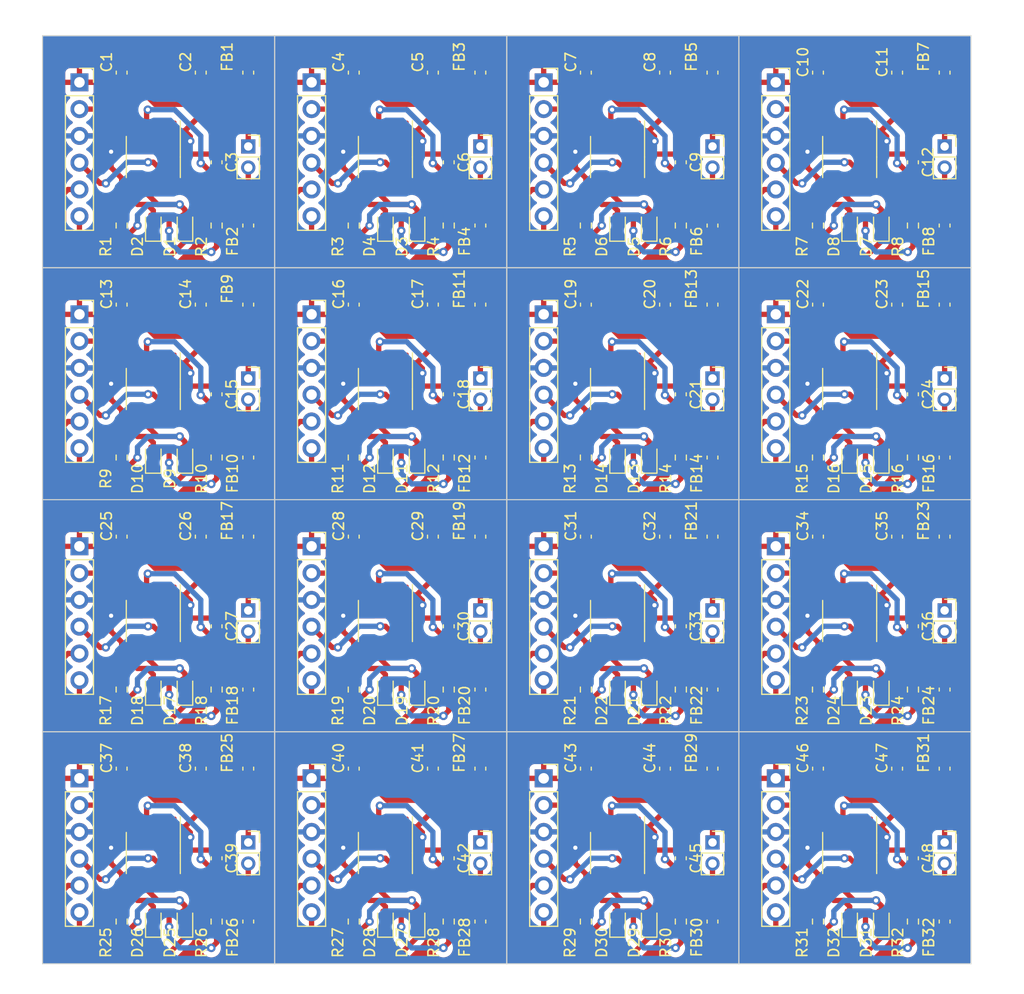
<source format=kicad_pcb>
(kicad_pcb (version 20221018) (generator pcbnew)
  (layers (0 "F.Cu" signal) (31 "B.Cu" signal) (34 "B.Paste" user) (35 "F.Paste" user) (36 "B.SilkS" user "B.Silkscreen") (37 "F.SilkS" user "F.Silkscreen") (38 "B.Mask" user) (39 "F.Mask" user) (44 "Edge.Cuts" user))
  (net 0 "")
  (net 1 "Net-(D1-A)")
  (net 2 "GND")
  (net 3 "Net-(D2-A)")
  (net 4 "Net-(U1-T-)")
  (net 5 "Net-(U1-T+)")
  (net 6 "+3.3V")
  (net 7 "Net-(J1-Pin_4)")
  (net 8 "+5V")
  (net 10 "Net-(D1-K)")
  (net 11 "Net-(D2-K)")
  (net 12 "Net-(J2-Pin_1)")
  (net 13 "Net-(J2-Pin_2)")
  (footprint "Resistor_SMD:R_0603_1608Metric" (layer "F.Cu") (at 105.5 112 90)
    (fp_text reference "R18")
    (fp_text value "10k")
  )
  (footprint "Capacitor_SMD:C_0603_1608Metric" (layer "F.Cu") (at 174.5 134 90)
    (fp_text reference "FB32")
    (fp_text value "FerriteBead_Small")
  )
  (footprint "LP298XS:LP298XS" (layer "F.Cu") (at 122 125.5 180)
    (fp_text reference "U28" hide)
    (fp_text value "~")
  )
  (footprint "Connector_PinSocket_2.54mm:PinSocket_1x06_P2.54mm_Vertical" (layer "F.Cu") (at 136.5 98.42)
    (fp_text reference "J21" hide)
    (fp_text value "Conn_01x06_Socket")
  )
  (footprint "Capacitor_SMD:C_0603_1608Metric" (layer "F.Cu") (at 118.5 97.5 90)
    (fp_text reference "C28")
    (fp_text value "10uF")
  )
  (footprint "Resistor_SMD:R_0603_1608Metric" (layer "F.Cu") (at 118.5 68 90)
    (fp_text reference "R3")
    (fp_text value "10k")
  )
  (footprint "Capacitor_SMD:C_0603_1608Metric" (layer "F.Cu") (at 174.5 112 90)
    (fp_text reference "FB24")
    (fp_text value "FerriteBead_Small")
  )
  (footprint "Capacitor_SMD:C_0603_1608Metric" (layer "F.Cu") (at 96.5 119.5 90)
    (fp_text reference "C37")
    (fp_text value "10uF")
  )
  (footprint "Capacitor_SMD:C_0603_1608Metric" (layer "F.Cu") (at 118.5 75.5 90)
    (fp_text reference "C16")
    (fp_text value "10uF")
  )
  (footprint "Capacitor_SMD:C_0603_1608Metric" (layer "F.Cu") (at 108.5 90 90)
    (fp_text reference "FB10")
    (fp_text value "FerriteBead_Small")
  )
  (footprint "Diode_SMD:D_0603_1608Metric" (layer "F.Cu") (at 143.5 68 90)
    (fp_text reference "D6")
    (fp_text value "1N4148")
  )
  (footprint "Capacitor_SMD:C_0603_1608Metric" (layer "F.Cu") (at 162.5 119.5 90)
    (fp_text reference "C46")
    (fp_text value "10uF")
  )
  (footprint "Resistor_SMD:R_0603_1608Metric" (layer "F.Cu") (at 118.5 90 90)
    (fp_text reference "R11")
    (fp_text value "10k")
  )
  (footprint "Diode_SMD:D_0603_1608Metric" (layer "F.Cu") (at 121.5 90 90)
    (fp_text reference "D12")
    (fp_text value "1N4148")
  )
  (footprint "Connector_PinSocket_2.54mm:PinSocket_1x06_P2.54mm_Vertical" (layer "F.Cu") (at 136.5 76.42)
    (fp_text reference "J13" hide)
    (fp_text value "Conn_01x06_Socket")
  )
  (footprint "Package_SO:SOIC-8_3.9x4.9mm_P1.27mm" (layer "F.Cu") (at 143.5 105.5 -90)
    (fp_text reference "U21" hide)
    (fp_text value "~" hide)
  )
  (footprint "Capacitor_SMD:C_0603_1608Metric" (layer "F.Cu") (at 170 119.5 90)
    (fp_text reference "C47")
    (fp_text value "10uF")
  )
  (footprint "Capacitor_SMD:C_0603_1608Metric" (layer "F.Cu") (at 127.5 106 -90)
    (fp_text reference "C30")
    (fp_text value "0.01uF")
  )
  (footprint "Capacitor_SMD:C_0603_1608Metric" (layer "F.Cu") (at 171.5 128 -90)
    (fp_text reference "C48")
    (fp_text value "0.01uF")
  )
  (footprint "Diode_SMD:D_0603_1608Metric" (layer "F.Cu") (at 143.5 90 90)
    (fp_text reference "D14")
    (fp_text value "1N4148")
  )
  (footprint "Resistor_SMD:R_0603_1608Metric" (layer "F.Cu") (at 118.5 112 90)
    (fp_text reference "R19")
    (fp_text value "10k")
  )
  (footprint "Connector_PinSocket_2.54mm:PinSocket_1x06_P2.54mm_Vertical" (layer "F.Cu") (at 92.5 120.42)
    (fp_text reference "J25" hide)
    (fp_text value "Conn_01x06_Socket")
  )
  (footprint "Capacitor_SMD:C_0603_1608Metric" (layer "F.Cu") (at 96.5 75.5 90)
    (fp_text reference "C13")
    (fp_text value "10uF")
  )
  (footprint "Connector_PinSocket_2.00mm:PinSocket_1x02_P2.00mm_Vertical" (layer "F.Cu") (at 152.5 126.5)
    (fp_text reference "J30" hide)
    (fp_text value "Conn_01x02_Socket")
  )
  (footprint "Diode_SMD:D_0603_1608Metric" (layer "F.Cu") (at 124.5 90 90)
    (fp_text reference "D11")
    (fp_text value "1N4148")
  )
  (footprint "Capacitor_SMD:C_0603_1608Metric" (layer "F.Cu") (at 140.5 97.5 90)
    (fp_text reference "C31")
    (fp_text value "10uF")
  )
  (footprint "Capacitor_SMD:C_0603_1608Metric" (layer "F.Cu") (at 108.5 112 90)
    (fp_text reference "FB18")
    (fp_text value "FerriteBead_Small")
  )
  (footprint "Capacitor_SMD:C_0603_1608Metric" (layer "F.Cu") (at 105.5 128 -90)
    (fp_text reference "C39")
    (fp_text value "0.01uF")
  )
  (footprint "Diode_SMD:D_0603_1608Metric" (layer "F.Cu") (at 143.5 134 90)
    (fp_text reference "D30")
    (fp_text value "1N4148")
  )
  (footprint "LP298XS:LP298XS" (layer "F.Cu") (at 122 103.5 180)
    (fp_text reference "U20" hide)
    (fp_text value "~")
  )
  (footprint "Resistor_SMD:R_0603_1608Metric" (layer "F.Cu") (at 171.5 134 90)
    (fp_text reference "R32")
    (fp_text value "10k")
  )
  (footprint "Capacitor_SMD:C_0603_1608Metric" (layer "F.Cu") (at 130.5 75.5 -90)
    (fp_text reference "FB11")
    (fp_text value "FerriteBead_Small")
  )
  (footprint "Package_SO:SOIC-8_3.9x4.9mm_P1.27mm" (layer "F.Cu") (at 165.5 105.5 -90)
    (fp_text reference "U23" hide)
    (fp_text value "~" hide)
  )
  (footprint "Capacitor_SMD:C_0603_1608Metric" (layer "F.Cu") (at 170 53.5 90)
    (fp_text reference "C11")
    (fp_text value "10uF")
  )
  (footprint "Capacitor_SMD:C_0603_1608Metric" (layer "F.Cu") (at 104 97.5 90)
    (fp_text reference "C26")
    (fp_text value "10uF")
  )
  (footprint "Capacitor_SMD:C_0603_1608Metric" (layer "F.Cu") (at 149.5 84 -90)
    (fp_text reference "C21")
    (fp_text value "0.01uF")
  )
  (footprint "Connector_PinSocket_2.54mm:PinSocket_1x06_P2.54mm_Vertical" (layer "F.Cu") (at 114.5 120.42)
    (fp_text reference "J27" hide)
    (fp_text value "Conn_01x06_Socket")
  )
  (footprint "Capacitor_SMD:C_0603_1608Metric" (layer "F.Cu") (at 149.5 128 -90)
    (fp_text reference "C45")
    (fp_text value "0.01uF")
  )
  (footprint "Capacitor_SMD:C_0603_1608Metric" (layer "F.Cu") (at 127.5 62 -90)
    (fp_text reference "C6")
    (fp_text value "0.01uF")
  )
  (footprint "Capacitor_SMD:C_0603_1608Metric" (layer "F.Cu") (at 140.5 75.5 90)
    (fp_text reference "C19")
    (fp_text value "10uF")
  )
  (footprint "Connector_PinSocket_2.54mm:PinSocket_1x06_P2.54mm_Vertical" (layer "F.Cu") (at 136.5 120.42)
    (fp_text reference "J29" hide)
    (fp_text value "Conn_01x06_Socket")
  )
  (footprint "Capacitor_SMD:C_0603_1608Metric" (layer "F.Cu") (at 108.5 68 90)
    (fp_text reference "FB2")
    (fp_text value "FerriteBead_Small")
  )
  (footprint "Capacitor_SMD:C_0603_1608Metric" (layer "F.Cu") (at 105.5 62 -90)
    (fp_text reference "C3")
    (fp_text value "0.01uF")
  )
  (footprint "Resistor_SMD:R_0603_1608Metric" (layer "F.Cu") (at 127.5 134 90)
    (fp_text reference "R28")
    (fp_text value "10k")
  )
  (footprint "LP298XS:LP298XS" (layer "F.Cu") (at 144 59.5 180)
    (fp_text reference "U6" hide)
    (fp_text value "~")
  )
  (footprint "Diode_SMD:D_0603_1608Metric" (layer "F.Cu") (at 124.5 134 90)
    (fp_text reference "D27")
    (fp_text value "1N4148")
  )
  (footprint "Resistor_SMD:R_0603_1608Metric" (layer "F.Cu") (at 171.5 112 90)
    (fp_text reference "R24")
    (fp_text value "10k")
  )
  (footprint "Resistor_SMD:R_0603_1608Metric" (layer "F.Cu") (at 105.5 90 90)
    (fp_text reference "R10")
    (fp_text value "10k")
  )
  (footprint "Capacitor_SMD:C_0603_1608Metric" (layer "F.Cu") (at 148 75.5 90)
    (fp_text reference "C20")
    (fp_text value "10uF")
  )
  (footprint "Connector_PinSocket_2.00mm:PinSocket_1x02_P2.00mm_Vertical" (layer "F.Cu") (at 130.5 126.5)
    (fp_text reference "J28" hide)
    (fp_text value "Conn_01x02_Socket")
  )
  (footprint "Diode_SMD:D_0603_1608Metric" (layer "F.Cu") (at 99.5 134 90)
    (fp_text reference "D26")
    (fp_text value "1N4148")
  )
  (footprint "Capacitor_SMD:C_0603_1608Metric" (layer "F.Cu") (at 108.5 75.5 -90)
    (fp_text reference "FB9")
    (fp_text value "FerriteBead_Small")
  )
  (footprint "Diode_SMD:D_0603_1608Metric" (layer "F.Cu") (at 102.5 134 90)
    (fp_text reference "D25")
    (fp_text value "1N4148")
  )
  (footprint "Resistor_SMD:R_0603_1608Metric" (layer "F.Cu") (at 96.5 134 90)
    (fp_text reference "R25")
    (fp_text value "10k")
  )
  (footprint "LP298XS:LP298XS" (layer "F.Cu") (at 144 125.5 180)
    (fp_text reference "U30" hide)
    (fp_text value "~")
  )
  (footprint "Connector_PinSocket_2.00mm:PinSocket_1x02_P2.00mm_Vertical" (layer "F.Cu") (at 130.5 60.5)
    (fp_text reference "J4" hide)
    (fp_text value "Conn_01x02_Socket")
  )
  (footprint "Package_SO:SOIC-8_3.9x4.9mm_P1.27mm" (layer "F.Cu") (at 99.5 105.5 -90)
    (fp_text reference "U17" hide)
    (fp_text value "~" hide)
  )
  (footprint "Capacitor_SMD:C_0603_1608Metric" (layer "F.Cu") (at 130.5 97.5 -90)
    (fp_text reference "FB19")
    (fp_text value "FerriteBead_Small")
  )
  (footprint "Capacitor_SMD:C_0603_1608Metric" (layer "F.Cu") (at 130.5 68 90)
    (fp_text reference "FB4")
    (fp_text value "FerriteBead_Small")
  )
  (footprint "Diode_SMD:D_0603_1608Metric" (layer "F.Cu") (at 165.5 90 90)
    (fp_text reference "D16")
    (fp_text value "1N4148")
  )
  (footprint "Capacitor_SMD:C_0603_1608Metric" (layer "F.Cu") (at 174.5 75.5 -90)
    (fp_text reference "FB15")
    (fp_text value "FerriteBead_Small")
  )
  (footprint "Capacitor_SMD:C_0603_1608Metric" (layer "F.Cu") (at 174.5 97.5 -90)
    (fp_text reference "FB23")
    (fp_text value "FerriteBead_Small")
  )
  (footprint "Capacitor_SMD:C_0603_1608Metric" (layer "F.Cu") (at 130.5 90 90)
    (fp_text reference "FB12")
    (fp_text value "FerriteBead_Small")
  )
  (footprint "Connector_PinSocket_2.00mm:PinSocket_1x02_P2.00mm_Vertical" (layer "F.Cu") (at 174.5 60.5)
    (fp_text reference "J8" hide)
    (fp_text value "Conn_01x02_Socket")
  )
  (footprint "Diode_SMD:D_0603_1608Metric" (layer "F.Cu") (at 168.5 90 90)
    (fp_text reference "D15")
    (fp_text value "1N4148")
  )
  (footprint "Diode_SMD:D_0603_1608Metric" (layer "F.Cu") (at 102.5 90 90)
    (fp_text reference "D9")
    (fp_text value "1N4148")
  )
  (footprint "Capacitor_SMD:C_0603_1608Metric" (layer "F.Cu") (at 174.5 119.5 -90)
    (fp_text reference "FB31")
    (fp_text value "FerriteBead_Small")
  )
  (footprint "Capacitor_SMD:C_0603_1608Metric" (layer "F.Cu") (at 96.5 97.5 90)
    (fp_text reference "C25")
    (fp_text value "10uF")
  )
  (footprint "Capacitor_SMD:C_0603_1608Metric" (layer "F.Cu") (at 127.5 84 -90)
    (fp_text reference "C18")
    (fp_text value "0.01uF")
  )
  (footprint "Connector_PinSocket_2.00mm:PinSocket_1x02_P2.00mm_Vertical" (layer "F.Cu") (at 108.5 104.5)
    (fp_text reference "J18" hide)
    (fp_text value "Conn_01x02_Socket")
  )
  (footprint "Resistor_SMD:R_0603_1608Metric" (layer "F.Cu") (at 162.5 134 90)
    (fp_text reference "R31")
    (fp_text value "10k")
  )
  (footprint "Package_SO:SOIC-8_3.9x4.9mm_P1.27mm" (layer "F.Cu") (at 121.5 127.5 -90)
    (fp_text reference "U27" hide)
    (fp_text value "~" hide)
  )
  (footprint "LP298XS:LP298XS" (layer "F.Cu") (at 100 59.5 180)
    (fp_text reference "U2" hide)
    (fp_text value "~")
  )
  (footprint "Capacitor_SMD:C_0603_1608Metric" (layer "F.Cu") (at 148 119.5 90)
    (fp_text reference "C44")
    (fp_text value "10uF")
  )
  (footprint "Package_SO:SOIC-8_3.9x4.9mm_P1.27mm" (layer "F.Cu") (at 121.5 83.5 -90)
    (fp_text reference "U11" hide)
    (fp_text value "~" hide)
  )
  (footprint "Package_SO:SOIC-8_3.9x4.9mm_P1.27mm" (layer "F.Cu") (at 143.5 83.5 -90)
    (fp_text reference "U13" hide)
    (fp_text value "~" hide)
  )
  (footprint "Connector_PinSocket_2.00mm:PinSocket_1x02_P2.00mm_Vertical" (layer "F.Cu") (at 152.5 104.5)
    (fp_text reference "J22" hide)
    (fp_text value "Conn_01x02_Socket")
  )
  (footprint "Capacitor_SMD:C_0603_1608Metric" (layer "F.Cu") (at 108.5 53.5 -90)
    (fp_text reference "FB1")
    (fp_text value "FerriteBead_Small")
  )
  (footprint "Connector_PinSocket_2.00mm:PinSocket_1x02_P2.00mm_Vertical" (layer "F.Cu") (at 130.5 104.5)
    (fp_text reference "J20" hide)
    (fp_text value "Conn_01x02_Socket")
  )
  (footprint "Package_SO:SOIC-8_3.9x4.9mm_P1.27mm" (layer "F.Cu") (at 165.5 61.5 -90)
    (fp_text reference "U7" hide)
    (fp_text value "~" hide)
  )
  (footprint "Capacitor_SMD:C_0603_1608Metric" (layer "F.Cu") (at 152.5 75.5 -90)
    (fp_text reference "FB13")
    (fp_text value "FerriteBead_Small")
  )
  (footprint "Resistor_SMD:R_0603_1608Metric" (layer "F.Cu") (at 118.5 134 90)
    (fp_text reference "R27")
    (fp_text value "10k")
  )
  (footprint "Capacitor_SMD:C_0603_1608Metric" (layer "F.Cu") (at 152.5 134 90)
    (fp_text reference "FB30")
    (fp_text value "FerriteBead_Small")
  )
  (footprint "Resistor_SMD:R_0603_1608Metric" (layer "F.Cu") (at 149.5 68 90)
    (fp_text reference "R6")
    (fp_text value "10k")
  )
  (footprint "Capacitor_SMD:C_0603_1608Metric" (layer "F.Cu") (at 108.5 119.5 -90)
    (fp_text reference "FB25")
    (fp_text value "FerriteBead_Small")
  )
  (footprint "Capacitor_SMD:C_0603_1608Metric" (layer "F.Cu") (at 152.5 68 90)
    (fp_text reference "FB6")
    (fp_text value "FerriteBead_Small")
  )
  (footprint "Capacitor_SMD:C_0603_1608Metric" (layer "F.Cu") (at 130.5 134 90)
    (fp_text reference "FB28")
    (fp_text value "FerriteBead_Small")
  )
  (footprint "Diode_SMD:D_0603_1608Metric" (layer "F.Cu") (at 99.5 68 90)
    (fp_text reference "D2")
    (fp_text value "1N4148")
  )
  (footprint "Capacitor_SMD:C_0603_1608Metric" (layer "F.Cu") (at 126 53.5 90)
    (fp_text reference "C5")
    (fp_text value "10uF")
  )
  (footprint "Diode_SMD:D_0603_1608Metric" (layer "F.Cu") (at 165.5 134 90)
    (fp_text reference "D32")
    (fp_text value "1N4148")
  )
  (footprint "Connector_PinSocket_2.00mm:PinSocket_1x02_P2.00mm_Vertical" (layer "F.Cu") (at 108.5 60.5)
    (fp_text reference "J2" hide)
    (fp_text value "Conn_01x02_Socket")
  )
  (footprint "LP298XS:LP298XS" (layer "F.Cu") (at 100 103.5 180)
    (fp_text reference "U18" hide)
    (fp_text value "~")
  )
  (footprint "Connector_PinSocket_2.54mm:PinSocket_1x06_P2.54mm_Vertical" (layer "F.Cu") (at 114.5 98.42)
    (fp_text reference "J19" hide)
    (fp_text value "Conn_01x06_Socket")
  )
  (footprint "Diode_SMD:D_0603_1608Metric" (layer "F.Cu") (at 168.5 134 90)
    (fp_text reference "D31")
    (fp_text value "1N4148")
  )
  (footprint "Package_SO:SOIC-8_3.9x4.9mm_P1.27mm" (layer "F.Cu") (at 99.5 127.5 -90)
    (fp_text reference "U25" hide)
    (fp_text value "~" hide)
  )
  (footprint "Connector_PinSocket_2.54mm:PinSocket_1x06_P2.54mm_Vertical" (layer "F.Cu") (at 92.5 54.42)
    (fp_text reference "J1" hide)
    (fp_text value "Conn_01x06_Socket")
  )
  (footprint "Resistor_SMD:R_0603_1608Metric" (layer "F.Cu") (at 171.5 90 90)
    (fp_text reference "R16")
    (fp_text value "10k")
  )
  (footprint "Capacitor_SMD:C_0603_1608Metric" (layer "F.Cu") (at 152.5 97.5 -90)
    (fp_text reference "FB21")
    (fp_text value "FerriteBead_Small")
  )
  (footprint "Connector_PinSocket_2.54mm:PinSocket_1x06_P2.54mm_Vertical" (layer "F.Cu") (at 136.5 54.42)
    (fp_text reference "J5" hide)
    (fp_text value "Conn_01x06_Socket")
  )
  (footprint "Capacitor_SMD:C_0603_1608Metric" (layer "F.Cu") (at 152.5 53.5 -90)
    (fp_text reference "FB5")
    (fp_text value "FerriteBead_Small")
  )
  (footprint "Connector_PinSocket_2.00mm:PinSocket_1x02_P2.00mm_Vertical" (layer "F.Cu") (at 130.5 82.5)
    (fp_text reference "J12" hide)
    (fp_text value "Conn_01x02_Socket")
  )
  (footprint "Diode_SMD:D_0603_1608Metric" (layer "F.Cu") (at 102.5 68 90)
    (fp_text reference "D1")
    (fp_text value "1N4148")
  )
  (footprint "Diode_SMD:D_0603_1608Metric" (layer "F.Cu") (at 121.5 68 90)
    (fp_text reference "D4")
    (fp_text value "1N4148")
  )
  (footprint "Diode_SMD:D_0603_1608Metric" (layer "F.Cu") (at 121.5 112 90)
    (fp_text reference "D20")
    (fp_text value "1N4148")
  )
  (footprint "Connector_PinSocket_2.00mm:PinSocket_1x02_P2.00mm_Vertical" (layer "F.Cu") (at 174.5 126.5)
    (fp_text reference "J32" hide)
    (fp_text value "Conn_01x02_Socket")
  )
  (footprint "Capacitor_SMD:C_0603_1608Metric" (layer "F.Cu") (at 152.5 112 90)
    (fp_text reference "FB22")
    (fp_text value "FerriteBead_Small")
  )
  (footprint "Resistor_SMD:R_0603_1608Metric" (layer "F.Cu") (at 162.5 68 90)
    (fp_text reference "R7")
    (fp_text value "10k")
  )
  (footprint "Capacitor_SMD:C_0603_1608Metric" (layer "F.Cu") (at 152.5 90 90)
    (fp_text reference "FB14")
    (fp_text value "FerriteBead_Small")
  )
  (footprint "Resistor_SMD:R_0603_1608Metric" (layer "F.Cu") (at 96.5 90 90)
    (fp_text reference "R9")
    (fp_text value "10k")
  )
  (footprint "Diode_SMD:D_0603_1608Metric" (layer "F.Cu") (at 165.5 112 90)
    (fp_text reference "D24")
    (fp_text value "1N4148")
  )
  (footprint "Resistor_SMD:R_0603_1608Metric" (layer "F.Cu") (at 162.5 112 90)
    (fp_text reference "R23")
    (fp_text value "10k")
  )
  (footprint "Capacitor_SMD:C_0603_1608Metric" (layer "F.Cu") (at 104 119.5 90)
    (fp_text reference "C38")
    (fp_text value "10uF")
  )
  (footprint "Connector_PinSocket_2.54mm:PinSocket_1x06_P2.54mm_Vertical" (layer "F.Cu") (at 92.5 98.42)
    (fp_text reference "J17" hide)
    (fp_text value "Conn_01x06_Socket")
  )
  (footprint "Resistor_SMD:R_0603_1608Metric" (layer "F.Cu") (at 140.5 134 90)
    (fp_text reference "R29")
    (fp_text value "10k")
  )
  (footprint "Package_SO:SOIC-8_3.9x4.9mm_P1.27mm" (layer "F.Cu") (at 121.5 105.5 -90)
    (fp_text reference "U19" hide)
    (fp_text value "~" hide)
  )
  (footprint "Connector_PinSocket_2.00mm:PinSocket_1x02_P2.00mm_Vertical" (layer "F.Cu") (at 174.5 104.5)
    (fp_text reference "J24" hide)
    (fp_text value "Conn_01x02_Socket")
  )
  (footprint "Capacitor_SMD:C_0603_1608Metric" (layer "F.Cu") (at 162.5 97.5 90)
    (fp_text reference "C34")
    (fp_text value "10uF")
  )
  (footprint "Capacitor_SMD:C_0603_1608Metric" (layer "F.Cu") (at 170 75.5 90)
    (fp_text reference "C23")
    (fp_text value "10uF")
  )
  (footprint "Capacitor_SMD:C_0603_1608Metric" (layer "F.Cu") (at 149.5 106 -90)
    (fp_text reference "C33")
    (fp_text value "0.01uF")
  )
  (footprint "Package_SO:SOIC-8_3.9x4.9mm_P1.27mm" (layer "F.Cu") (at 165.5 83.5 -90)
    (fp_text reference "U15" hide)
    (fp_text value "~" hide)
  )
  (footprint "Diode_SMD:D_0603_1608Metric" (layer "F.Cu") (at 146.5 90 90)
    (fp_text reference "D13")
    (fp_text value "1N4148")
  )
  (footprint "LP298XS:LP298XS" (layer "F.Cu") (at 122 81.5 180)
    (fp_text reference "U12" hide)
    (fp_text value "~")
  )
  (footprint "Diode_SMD:D_0603_1608Metric" (layer "F.Cu") (at 99.5 112 90)
    (fp_text reference "D18")
    (fp_text value "1N4148")
  )
  (footprint "Capacitor_SMD:C_0603_1608Metric" (layer "F.Cu") (at 171.5 62 -90)
    (fp_text reference "C12")
    (fp_text value "0.01uF")
  )
  (footprint "Package_SO:SOIC-8_3.9x4.9mm_P1.27mm" (layer "F.Cu") (at 165.5 127.5 -90)
    (fp_text reference "U31" hide)
    (fp_text value "~" hide)
  )
  (footprint "Connector_PinSocket_2.54mm:PinSocket_1x06_P2.54mm_Vertical" (layer "F.Cu") (at 158.5 120.42)
    (fp_text reference "J31" hide)
    (fp_text value "Conn_01x06_Socket")
  )
  (footprint "LP298XS:LP298XS" (layer "F.Cu") (at 144 81.5 180)
    (fp_text reference "U14" hide)
    (fp_text value "~")
  )
  (footprint "Diode_SMD:D_0603_1608Metric" (layer "F.Cu") (at 124.5 112 90)
    (fp_text reference "D19")
    (fp_text value "1N4148")
  )
  (footprint "Capacitor_SMD:C_0603_1608Metric" (layer "F.Cu") (at 96.5 53.5 90)
    (fp_text reference "C1")
    (fp_text value "10uF")
  )
  (footprint "Connector_PinSocket_2.54mm:PinSocket_1x06_P2.54mm_Vertical" (layer "F.Cu") (at 92.5 76.42)
    (fp_text reference "J9" hide)
    (fp_text value "Conn_01x06_Socket")
  )
  (footprint "Connector_PinSocket_2.00mm:PinSocket_1x02_P2.00mm_Vertical" (layer "F.Cu") (at 108.5 126.5)
    (fp_text reference "J26" hide)
    (fp_text value "Conn_01x02_Socket")
  )
  (footprint "Capacitor_SMD:C_0603_1608Metric" (layer "F.Cu") (at 105.5 84 -90)
    (fp_text reference "C15")
    (fp_text value "0.01uF")
  )
  (footprint "LP298XS:LP298XS" (layer "F.Cu") (at 100 81.5 180)
    (fp_text reference "U10" hide)
    (fp_text value "~")
  )
  (footprint "Resistor_SMD:R_0603_1608Metric" (layer "F.Cu") (at 149.5 112 90)
    (fp_text reference "R22")
    (fp_text value "10k")
  )
  (footprint "Capacitor_SMD:C_0603_1608Metric" (layer "F.Cu") (at 148 53.5 90)
    (fp_text reference "C8")
    (fp_text value "10uF")
  )
  (footprint "Capacitor_SMD:C_0603_1608Metric" (layer "F.Cu") (at 174.5 90 90)
    (fp_text reference "FB16")
    (fp_text value "FerriteBead_Small")
  )
  (footprint "Capacitor_SMD:C_0603_1608Metric" (layer "F.Cu") (at 127.5 128 -90)
    (fp_text reference "C42")
    (fp_text value "0.01uF")
  )
  (footprint "Diode_SMD:D_0603_1608Metric" (layer "F.Cu") (at 165.5 68 90)
    (fp_text reference "D8")
    (fp_text value "1N4148")
  )
  (footprint "Resistor_SMD:R_0603_1608Metric" (layer "F.Cu") (at 127.5 68 90)
    (fp_text reference "R4")
    (fp_text value "10k")
  )
  (footprint "Capacitor_SMD:C_0603_1608Metric" (layer "F.Cu") (at 171.5 84 -90)
    (fp_text reference "C24")
    (fp_text value "0.01uF")
  )
  (footprint "Diode_SMD:D_0603_1608Metric" (layer "F.Cu") (at 146.5 134 90)
    (fp_text reference "D29")
    (fp_text value "1N4148")
  )
  (footprint "Capacitor_SMD:C_0603_1608Metric" (layer "F.Cu") (at 108.5 134 90)
    (fp_text reference "FB26")
    (fp_text value "FerriteBead_Small")
  )
  (footprint "Diode_SMD:D_0603_1608Metric" (layer "F.Cu") (at 99.5 90 90)
    (fp_text reference "D10")
    (fp_text value "1N4148")
  )
  (footprint "Resistor_SMD:R_0603_1608Metric" (layer "F.Cu") (at 127.5 112 90)
    (fp_text reference "R20")
    (fp_text value "10k")
  )
  (footprint "Capacitor_SMD:C_0603_1608Metric" (layer "F.Cu") (at 118.5 119.5 90)
    (fp_text reference "C40")
    (fp_text value "10uF")
  )
  (footprint "LP298XS:LP298XS" (layer "F.Cu") (at 166 125.5 180)
    (fp_text reference "U32" hide)
    (fp_text value "~")
  )
  (footprint "Package_SO:SOIC-8_3.9x4.9mm_P1.27mm" (layer "F.Cu") (at 99.5 61.5 -90)
    (fp_text reference "U1" hide)
    (fp_text value "~" hide)
  )
  (footprint "Capacitor_SMD:C_0603_1608Metric" (layer "F.Cu") (at 171.5 106 -90)
    (fp_text reference "C36")
    (fp_text value "0.01uF")
  )
  (footprint "Resistor_SMD:R_0603_1608Metric" (layer "F.Cu") (at 162.5 90 90)
    (fp_text reference "R15")
    (fp_text value "10k")
  )
  (footprint "Capacitor_SMD:C_0603_1608Metric" (layer "F.Cu") (at 162.5 53.5 90)
    (fp_text reference "C10")
    (fp_text value "10uF")
  )
  (footprint "Resistor_SMD:R_0603_1608Metric" (layer "F.Cu") (at 149.5 134 90)
    (fp_text reference "R30")
    (fp_text value "10k")
  )
  (footprint "Resistor_SMD:R_0603_1608Metric" (layer "F.Cu") (at 149.5 90 90)
    (fp_text reference "R14")
    (fp_text value "10k")
  )
  (footprint "Capacitor_SMD:C_0603_1608Metric" (layer "F.Cu") (at 126 119.5 90)
    (fp_text reference "C41")
    (fp_text value "10uF")
  )
  (footprint "Resistor_SMD:R_0603_1608Metric" (layer "F.Cu") (at 127.5 90 90)
    (fp_text reference "R12")
    (fp_text value "10k")
  )
  (footprint "Capacitor_SMD:C_0603_1608Metric" (layer "F.Cu") (at 162.5 75.5 90)
    (fp_text reference "C22")
    (fp_text value "10uF")
  )
  (footprint "Capacitor_SMD:C_0603_1608Metric" (layer "F.Cu") (at 104 75.5 90)
    (fp_text reference "C14")
    (fp_text value "10uF")
  )
  (footprint "Connector_PinSocket_2.00mm:PinSocket_1x02_P2.00mm_Vertical" (layer "F.Cu") (at 152.5 82.5)
    (fp_text reference "J14" hide)
    (fp_text value "Conn_01x02_Socket")
  )
  (footprint "Resistor_SMD:R_0603_1608Metric" (layer "F.Cu") (at 105.5 134 90)
    (fp_text reference "R26")
    (fp_text value "10k")
  )
  (footprint "LP298XS:LP298XS" (layer "F.Cu") (at 166 81.5 180)
    (fp_text reference "U16" hide)
    (fp_text value "~")
  )
  (footprint "Diode_SMD:D_0603_1608Metric" (layer "F.Cu") (at 124.5 68 90)
    (fp_text reference "D3")
    (fp_text value "1N4148")
  )
  (footprint "Connector_PinSocket_2.54mm:PinSocket_1x06_P2.54mm_Vertical" (layer "F.Cu") (at 114.5 54.42)
    (fp_text reference "J3" hide)
    (fp_text value "Conn_01x06_Socket")
  )
  (footprint "Diode_SMD:D_0603_1608Metric" (layer "F.Cu") (at 121.5 134 90)
    (fp_text reference "D28")
    (fp_text value "1N4148")
  )
  (footprint "Connector_PinSocket_2.00mm:PinSocket_1x02_P2.00mm_Vertical" (layer "F.Cu") (at 174.5 82.5)
    (fp_text reference "J16" hide)
    (fp_text value "Conn_01x02_Socket")
  )
  (footprint "Connector_PinSocket_2.00mm:PinSocket_1x02_P2.00mm_Vertical" (layer "F.Cu") (at 152.5 60.5)
    (fp_text reference "J6" hide)
    (fp_text value "Conn_01x02_Socket")
  )
  (footprint "Connector_PinSocket_2.54mm:PinSocket_1x06_P2.54mm_Vertical" (layer "F.Cu") (at 158.5 76.42)
    (fp_text reference "J15" hide)
    (fp_text value "Conn_01x06_Socket")
  )
  (footprint "Capacitor_SMD:C_0603_1608Metric" (layer "F.Cu") (at 149.5 62 -90)
    (fp_text reference "C9")
    (fp_text value "0.01uF")
  )
  (footprint "Resistor_SMD:R_0603_1608Metric" (layer "F.Cu") (at 105.5 68 90)
    (fp_text reference "R2")
    (fp_text value "10k")
  )
  (footprint "Resistor_SMD:R_0603_1608Metric" (layer "F.Cu") (at 171.5 68 90)
    (fp_text reference "R8")
    (fp_text value "10k")
  )
  (footprint "Capacitor_SMD:C_0603_1608Metric" (layer "F.Cu") (at 105.5 106 -90)
    (fp_text reference "C27")
    (fp_text value "0.01uF")
  )
  (footprint "Connector_PinSocket_2.54mm:PinSocket_1x06_P2.54mm_Vertical" (layer "F.Cu") (at 158.5 54.42)
    (fp_text reference "J7" hide)
    (fp_text value "Conn_01x06_Socket")
  )
  (footprint "Package_SO:SOIC-8_3.9x4.9mm_P1.27mm" (layer "F.Cu") (at 143.5 61.5 -90)
    (fp_text reference "U5" hide)
    (fp_text value "~" hide)
  )
  (footprint "Connector_PinSocket_2.00mm:PinSocket_1x02_P2.00mm_Vertical" (layer "F.Cu") (at 108.5 82.5)
    (fp_text reference "J10" hide)
    (fp_text value "Conn_01x02_Socket")
  )
  (footprint "Capacitor_SMD:C_0603_1608Metric" (layer "F.Cu") (at 174.5 68 90)
    (fp_text reference "FB8")
    (fp_text value "FerriteBead_Small")
  )
  (footprint "Capacitor_SMD:C_0603_1608Metric" (layer "F.Cu") (at 130.5 119.5 -90)
    (fp_text reference "FB27")
    (fp_text value "FerriteBead_Small")
  )
  (footprint "Capacitor_SMD:C_0603_1608Metric" (layer "F.Cu") (at 130.5 53.5 -90)
    (fp_text reference "FB3")
    (fp_text value "FerriteBead_Small")
  )
  (footprint "Resistor_SMD:R_0603_1608Metric" (layer "F.Cu") (at 140.5 90 90)
    (fp_text reference "R13")
    (fp_text value "10k")
  )
  (footprint "Diode_SMD:D_0603_1608Metric" (layer "F.Cu") (at 146.5 112 90)
    (fp_text reference "D21")
    (fp_text value "1N4148")
  )
  (footprint "Diode_SMD:D_0603_1608Metric" (layer "F.Cu") (at 143.5 112 90)
    (fp_text reference "D22")
    (fp_text value "1N4148")
  )
  (footprint "Diode_SMD:D_0603_1608Metric" (layer "F.Cu") (at 168.5 112 90)
    (fp_text reference "D23")
    (fp_text value "1N4148")
  )
  (footprint "Capacitor_SMD:C_0603_1608Metric" (layer "F.Cu") (at 108.5 97.5 -90)
    (fp_text reference "FB17")
    (fp_text value "FerriteBead_Small")
  )
  (footprint "Capacitor_SMD:C_0603_1608Metric" (layer "F.Cu") (at 118.5 53.5 90)
    (fp_text reference "C4")
    (fp_text value "10uF")
  )
  (footprint "Connector_PinSocket_2.54mm:PinSocket_1x06_P2.54mm_Vertical" (layer "F.Cu") (at 158.5 98.42)
    (fp_text reference "J23" hide)
    (fp_text value "Conn_01x06_Socket")
  )
  (footprint "Capacitor_SMD:C_0603_1608Metric" (layer "F.Cu") (at 126 75.5 90)
    (fp_text reference "C17")
    (fp_text value "10uF")
  )
  (footprint "Diode_SMD:D_0603_1608Metric" (layer "F.Cu") (at 102.5 112 90)
    (fp_text reference "D17")
    (fp_text value "1N4148")
  )
  (footprint "Capacitor_SMD:C_0603_1608Metric" (layer "F.Cu") (at 170 97.5 90)
    (fp_text reference "C35")
    (fp_text value "10uF")
  )
  (footprint "Diode_SMD:D_0603_1608Metric" (layer "F.Cu") (at 146.5 68 90)
    (fp_text reference "D5")
    (fp_text value "1N4148")
  )
  (footprint "Capacitor_SMD:C_0603_1608Metric" (layer "F.Cu") (at 104 53.5 90)
    (fp_text reference "C2")
    (fp_text value "10uF")
  )
  (footprint "LP298XS:LP298XS" (layer "F.Cu") (at 100 125.5 180)
    (fp_text reference "U26" hide)
    (fp_text value "~")
  )
  (footprint "Resistor_SMD:R_0603_1608Metric" (layer "F.Cu") (at 96.5 68 90)
    (fp_text reference "R1")
    (fp_text value "10k")
  )
  (footprint "Capacitor_SMD:C_0603_1608Metric" (layer "F.Cu") (at 140.5 53.5 90)
    (fp_text reference "C7")
    (fp_text value "10uF")
  )
  (footprint "LP298XS:LP298XS" (layer "F.Cu") (at 144 103.5 180)
    (fp_text reference "U22" hide)
    (fp_text value "~")
  )
  (footprint "Capacitor_SMD:C_0603_1608Metric" (layer "F.Cu") (at 148 97.5 90)
    (fp_text reference "C32")
    (fp_text value "10uF")
  )
  (footprint "Capacitor_SMD:C_0603_1608Metric" (layer "F.Cu") (at 126 97.5 90)
    (fp_text reference "C29")
    (fp_text value "10uF")
  )
  (footprint "Connector_PinSocket_2.54mm:PinSocket_1x06_P2.54mm_Vertical" (layer "F.Cu") (at 114.5 76.42)
    (fp_text reference "J11" hide)
    (fp_text value "Conn_01x06_Socket")
  )
  (footprint "Resistor_SMD:R_0603_1608Metric" (layer "F.Cu") (at 96.5 112 90)
    (fp_text reference "R17")
    (fp_text value "10k")
  )
  (footprint "Capacitor_SMD:C_0603_1608Metric" (layer "F.Cu") (at 140.5 119.5 90)
    (fp_text reference "C43")
    (fp_text value "10uF")
  )
  (footprint "Package_SO:SOIC-8_3.9x4.9mm_P1.27mm" (layer "F.Cu") (at 99.5 83.5 -90)
    (fp_text reference "U9" hide)
    (fp_text value "~" hide)
  )
  (footprint "Capacitor_SMD:C_0603_1608Metric" (layer "F.Cu") (at 130.5 112 90)
    (fp_text reference "FB20")
    (fp_text value "FerriteBead_Small")
  )
  (footprint "Resistor_SMD:R_0603_1608Metric" (layer "F.Cu") (at 140.5 68 90)
    (fp_text reference "R5")
    (fp_text value "10k")
  )
  (footprint "Package_SO:SOIC-8_3.9x4.9mm_P1.27mm" (layer "F.Cu") (at 121.5 61.5 -90)
    (fp_text reference "U3" hide)
    (fp_text value "~" hide)
  )
  (footprint "Diode_SMD:D_0603_1608Metric" (layer "F.Cu") (at 168.5 68 90)
    (fp_text reference "D7")
    (fp_text value "1N4148")
  )
  (footprint "Capacitor_SMD:C_0603_1608Metric" (layer "F.Cu") (at 152.5 119.5 -90)
    (fp_text reference "FB29")
    (fp_text value "FerriteBead_Small")
  )
  (footprint "LP298XS:LP298XS" (layer "F.Cu") (at 166 59.5 180)
    (fp_text reference "U8" hide)
    (fp_text value "~")
  )
  (footprint "LP298XS:LP298XS" (layer "F.Cu") (at 166 103.5 180)
    (fp_text reference "U24" hide)
    (fp_text value "~")
  )
  (footprint "Resistor_SMD:R_0603_1608Metric" (layer "F.Cu") (at 140.5 112 90)
    (fp_text reference "R21")
    (fp_text value "10k")
  )
  (footprint "LP298XS:LP298XS" (layer "F.Cu") (at 122 59.5 180)
    (fp_text reference "U4" hide)
    (fp_text value "~")
  )
  (footprint "Package_SO:SOIC-8_3.9x4.9mm_P1.27mm" (layer "F.Cu") (at 143.5 127.5 -90)
    (fp_text reference "U29" hide)
    (fp_text value "~" hide)
  )
  (footprint "Capacitor_SMD:C_0603_1608Metric" (layer "F.Cu") (at 174.5 53.5 -90)
    (fp_text reference "FB7")
    (fp_text value "FerriteBead_Small")
  )
  (gr_line (start 177 138) (end 177 116) (stroke (width 0.1)) (layer "Edge.Cuts"))
  (gr_line (start 155 94) (end 133 94) (stroke (width 0.1)) (layer "Edge.Cuts"))
  (gr_line (start 111 72) (end 133 72) (stroke (width 0.1)) (layer "Edge.Cuts"))
  (gr_line (start 133 138) (end 155 138) (stroke (width 0.1)) (layer "Edge.Cuts"))
  (gr_line (start 155 50) (end 133 50) (stroke (width 0.1)) (layer "Edge.Cuts"))
  (gr_line (start 155 94) (end 177 94) (stroke (width 0.1)) (layer "Edge.Cuts"))
  (gr_line (start 133 138) (end 133 116) (stroke (width 0.1)) (layer "Edge.Cuts"))
  (gr_line (start 133 116) (end 155 116) (stroke (width 0.1)) (layer "Edge.Cuts"))
  (gr_line (start 89 116) (end 111 116) (stroke (width 0.1)) (layer "Edge.Cuts"))
  (gr_line (start 155 116) (end 133 116) (stroke (width 0.1)) (layer "Edge.Cuts"))
  (gr_line (start 155 116) (end 155 138) (stroke (width 0.1)) (layer "Edge.Cuts"))
  (gr_line (start 133 50) (end 133 72) (stroke (width 0.1)) (layer "Edge.Cuts"))
  (gr_line (start 133 50) (end 111 50) (stroke (width 0.1)) (layer "Edge.Cuts"))
  (gr_line (start 111 94) (end 133 94) (stroke (width 0.1)) (layer "Edge.Cuts"))
  (gr_line (start 89 50) (end 89 72) (stroke (width 0.1)) (layer "Edge.Cuts"))
  (gr_line (start 133 72) (end 133 50) (stroke (width 0.1)) (layer "Edge.Cuts"))
  (gr_line (start 111 116) (end 133 116) (stroke (width 0.1)) (layer "Edge.Cuts"))
  (gr_line (start 133 72) (end 155 72) (stroke (width 0.1)) (layer "Edge.Cuts"))
  (gr_line (start 177 72) (end 177 50) (stroke (width 0.1)) (layer "Edge.Cuts"))
  (gr_line (start 155 94) (end 155 116) (stroke (width 0.1)) (layer "Edge.Cuts"))
  (gr_line (start 133 116) (end 111 116) (stroke (width 0.1)) (layer "Edge.Cuts"))
  (gr_line (start 89 94) (end 89 116) (stroke (width 0.1)) (layer "Edge.Cuts"))
  (gr_line (start 133 116) (end 133 94) (stroke (width 0.1)) (layer "Edge.Cuts"))
  (gr_line (start 177 50) (end 155 50) (stroke (width 0.1)) (layer "Edge.Cuts"))
  (gr_line (start 177 72) (end 155 72) (stroke (width 0.1)) (layer "Edge.Cuts"))
  (gr_line (start 111 94) (end 89 94) (stroke (width 0.1)) (layer "Edge.Cuts"))
  (gr_line (start 133 72) (end 133 94) (stroke (width 0.1)) (layer "Edge.Cuts"))
  (gr_line (start 155 50) (end 155 72) (stroke (width 0.1)) (layer "Edge.Cuts"))
  (gr_line (start 133 94) (end 133 116) (stroke (width 0.1)) (layer "Edge.Cuts"))
  (gr_line (start 177 94) (end 155 94) (stroke (width 0.1)) (layer "Edge.Cuts"))
  (gr_line (start 111 50) (end 111 72) (stroke (width 0.1)) (layer "Edge.Cuts"))
  (gr_line (start 89 72) (end 89 94) (stroke (width 0.1)) (layer "Edge.Cuts"))
  (gr_line (start 89 72) (end 111 72) (stroke (width 0.1)) (layer "Edge.Cuts"))
  (gr_line (start 133 94) (end 133 72) (stroke (width 0.1)) (layer "Edge.Cuts"))
  (gr_line (start 111 116) (end 111 94) (stroke (width 0.1)) (layer "Edge.Cuts"))
  (gr_line (start 155 116) (end 155 94) (stroke (width 0.1)) (layer "Edge.Cuts"))
  (gr_line (start 177 94) (end 177 72) (stroke (width 0.1)) (layer "Edge.Cuts"))
  (gr_line (start 155 72) (end 155 50) (stroke (width 0.1)) (layer "Edge.Cuts"))
  (gr_line (start 111 94) (end 111 72) (stroke (width 0.1)) (layer "Edge.Cuts"))
  (gr_line (start 111 94) (end 111 116) (stroke (width 0.1)) (layer "Edge.Cuts"))
  (gr_line (start 111 138) (end 111 116) (stroke (width 0.1)) (layer "Edge.Cuts"))
  (gr_line (start 177 116) (end 177 94) (stroke (width 0.1)) (layer "Edge.Cuts"))
  (gr_line (start 155 72) (end 155 94) (stroke (width 0.1)) (layer "Edge.Cuts"))
  (gr_line (start 155 138) (end 155 116) (stroke (width 0.1)) (layer "Edge.Cuts"))
  (gr_line (start 133 94) (end 111 94) (stroke (width 0.1)) (layer "Edge.Cuts"))
  (gr_line (start 89 94) (end 111 94) (stroke (width 0.1)) (layer "Edge.Cuts"))
  (gr_line (start 111 116) (end 111 138) (stroke (width 0.1)) (layer "Edge.Cuts"))
  (gr_line (start 155 138) (end 177 138) (stroke (width 0.1)) (layer "Edge.Cuts"))
  (gr_line (start 133 94) (end 155 94) (stroke (width 0.1)) (layer "Edge.Cuts"))
  (gr_line (start 177 116) (end 155 116) (stroke (width 0.1)) (layer "Edge.Cuts"))
  (gr_line (start 155 72) (end 133 72) (stroke (width 0.1)) (layer "Edge.Cuts"))
  (gr_line (start 133 116) (end 133 138) (stroke (width 0.1)) (layer "Edge.Cuts"))
  (gr_line (start 89 116) (end 89 138) (stroke (width 0.1)) (layer "Edge.Cuts"))
  (gr_line (start 111 72) (end 111 50) (stroke (width 0.1)) (layer "Edge.Cuts"))
  (gr_line (start 111 50) (end 89 50) (stroke (width 0.1)) (layer "Edge.Cuts"))
  (gr_line (start 89 138) (end 111 138) (stroke (width 0.1)) (layer "Edge.Cuts"))
  (gr_line (start 155 116) (end 177 116) (stroke (width 0.1)) (layer "Edge.Cuts"))
  (gr_line (start 111 116) (end 89 116) (stroke (width 0.1)) (layer "Edge.Cuts"))
  (gr_line (start 111 72) (end 111 94) (stroke (width 0.1)) (layer "Edge.Cuts"))
  (gr_line (start 133 72) (end 111 72) (stroke (width 0.1)) (layer "Edge.Cuts"))
  (gr_line (start 111 138) (end 133 138) (stroke (width 0.1)) (layer "Edge.Cuts"))
  (gr_line (start 155 94) (end 155 72) (stroke (width 0.1)) (layer "Edge.Cuts"))
  (gr_line (start 111 72) (end 89 72) (stroke (width 0.1)) (layer "Edge.Cuts"))
  (gr_line (start 155 72) (end 177 72) (stroke (width 0.1)) (layer "Edge.Cuts"))
  (segment (start 165.915001 132) (end 168 132) (width 0.5) (layer "F.Cu") (net 1))
  (segment (start 120.865 64.949999) (end 121.915001 66) (width 0.5) (layer "F.Cu") (net 1))
  (segment (start 146 66) (end 146.5 66.5) (width 0.5) (layer "F.Cu") (net 1))
  (segment (start 143.915001 66) (end 146 66) (width 0.5) (layer "F.Cu") (net 1))
  (segment (start 99.915001 88) (end 102 88) (width 0.5) (layer "F.Cu") (net 1))
  (segment (start 141.175 68.825) (end 142 68) (width 0.5) (layer "F.Cu") (net 1))
  (segment (start 146 88) (end 146.5 88.5) (width 0.5) (layer "F.Cu") (net 1))
  (segment (start 98.865 86.949999) (end 99.915001 88) (width 0.5) (layer "F.Cu") (net 1))
  (segment (start 146.5 110.5) (end 146.5 111.2125) (width 0.5) (layer "F.Cu") (net 1))
  (segment (start 98.865 130.949999) (end 99.915001 132) (width 0.5) (layer "F.Cu") (net 1))
  (segment (start 168.5 110.5) (end 168.5 111.2125) (width 0.5) (layer "F.Cu") (net 1))
  (segment (start 142.865 129.975) (end 142.865 130.949999) (width 0.5) (layer "F.Cu") (net 1))
  (segment (start 96.5 68.825) (end 97.175 68.825) (width 0.5) (layer "F.Cu") (net 1))
  (segment (start 124.5 132.5) (end 124.5 133.2125) (width 0.5) (layer "F.Cu") (net 1))
  (segment (start 97.175 90.825) (end 98 90) (width 0.5) (layer "F.Cu") (net 1))
  (segment (start 120.865 107.975) (end 120.865 108.949999) (width 0.5) (layer "F.Cu") (net 1))
  (segment (start 142.865 85.975) (end 142.865 86.949999) (width 0.5) (layer "F.Cu") (net 1))
  (segment (start 96.5 90.825) (end 97.175 90.825) (width 0.5) (layer "F.Cu") (net 1))
  (segment (start 121.915001 132) (end 124 132) (width 0.5) (layer "F.Cu") (net 1))
  (segment (start 102 110) (end 102.5 110.5) (width 0.5) (layer "F.Cu") (net 1))
  (segment (start 140.5 90.825) (end 141.175 90.825) (width 0.5) (layer "F.Cu") (net 1))
  (segment (start 146.5 66.5) (end 146.5 67.2125) (width 0.5) (layer "F.Cu") (net 1))
  (segment (start 102 88) (end 102.5 88.5) (width 0.5) (layer "F.Cu") (net 1))
  (segment (start 142.865 130.949999) (end 143.915001 132) (width 0.5) (layer "F.Cu") (net 1))
  (segment (start 124 66) (end 124.5 66.5) (width 0.5) (layer "F.Cu") (net 1))
  (segment (start 164.865 63.975) (end 164.865 64.949999) (width 0.5) (layer "F.Cu") (net 1))
  (segment (start 102 132) (end 102.5 132.5) (width 0.5) (layer "F.Cu") (net 1))
  (segment (start 120.865 86.949999) (end 121.915001 88) (width 0.5) (layer "F.Cu") (net 1))
  (segment (start 146 110) (end 146.5 110.5) (width 0.5) (layer "F.Cu") (net 1))
  (segment (start 118.5 134.825) (end 119.175 134.825) (width 0.5) (layer "F.Cu") (net 1))
  (segment (start 141.175 134.825) (end 142 134) (width 0.5) (layer "F.Cu") (net 1))
  (segment (start 165.915001 66) (end 168 66) (width 0.5) (layer "F.Cu") (net 1))
  (segment (start 118.5 68.825) (end 119.175 68.825) (width 0.5) (layer "F.Cu") (net 1))
  (segment (start 102.5 88.5) (end 102.5 89.2125) (width 0.5) (layer "F.Cu") (net 1))
  (segment (start 120.865 108.949999) (end 121.915001 110) (width 0.5) (layer "F.Cu") (net 1))
  (segment (start 168 132) (end 168.5 132.5) (width 0.5) (layer "F.Cu") (net 1))
  (segment (start 142.865 107.975) (end 142.865 108.949999) (width 0.5) (layer "F.Cu") (net 1))
  (segment (start 102.5 66.5) (end 102.5 67.2125) (width 0.5) (layer "F.Cu") (net 1))
  (segment (start 140.5 134.825) (end 141.175 134.825) (width 0.5) (layer "F.Cu") (net 1))
  (segment (start 102.5 110.5) (end 102.5 111.2125) (width 0.5) (layer "F.Cu") (net 1))
  (segment (start 168.5 132.5) (end 168.5 133.2125) (width 0.5) (layer "F.Cu") (net 1))
  (segment (start 98.865 64.949999) (end 99.915001 66) (width 0.5) (layer "F.Cu") (net 1))
  (segment (start 97.175 134.825) (end 98 134) (width 0.5) (layer "F.Cu") (net 1))
  (segment (start 118.5 90.825) (end 119.175 90.825) (width 0.5) (layer "F.Cu") (net 1))
  (segment (start 141.175 112.825) (end 142 112) (width 0.5) (layer "F.Cu") (net 1))
  (segment (start 97.175 68.825) (end 98 68) (width 0.5) (layer "F.Cu") (net 1))
  (segment (start 164.865 107.975) (end 164.865 108.949999) (width 0.5) (layer "F.Cu") (net 1))
  (segment (start 102.5 132.5) (end 102.5 133.2125) (width 0.5) (layer "F.Cu") (net 1))
  (segment (start 142.865 63.975) (end 142.865 64.949999) (width 0.5) (layer "F.Cu") (net 1))
  (segment (start 120.865 63.975) (end 120.865 64.949999) (width 0.5) (layer "F.Cu") (net 1))
  (segment (start 143.915001 110) (end 146 110) (width 0.5) (layer "F.Cu") (net 1))
  (segment (start 140.5 112.825) (end 141.175 112.825) (width 0.5) (layer "F.Cu") (net 1))
  (segment (start 99.915001 132) (end 102 132) (width 0.5) (layer "F.Cu") (net 1))
  (segment (start 163.175 68.825) (end 164 68) (width 0.5) (layer "F.Cu") (net 1))
  (segment (start 124 132) (end 124.5 132.5) (width 0.5) (layer "F.Cu") (net 1))
  (segment (start 168 66) (end 168.5 66.5) (width 0.5) (layer "F.Cu") (net 1))
  (segment (start 124.5 88.5) (end 124.5 89.2125) (width 0.5) (layer "F.Cu") (net 1))
  (segment (start 140.5 68.825) (end 141.175 68.825) (width 0.5) (layer "F.Cu") (net 1))
  (segment (start 99.915001 110) (end 102 110) (width 0.5) (layer "F.Cu") (net 1))
  (segment (start 98.865 85.975) (end 98.865 86.949999) (width 0.5) (layer "F.Cu") (net 1))
  (segment (start 164.865 86.949999) (end 165.915001 88) (width 0.5) (layer "F.Cu") (net 1))
  (segment (start 96.5 112.825) (end 97.175 112.825) (width 0.5) (layer "F.Cu") (net 1))
  (segment (start 98.865 107.975) (end 98.865 108.949999) (width 0.5) (layer "F.Cu") (net 1))
  (segment (start 162.5 90.825) (end 163.175 90.825) (width 0.5) (layer "F.Cu") (net 1))
  (segment (start 99.915001 66) (end 102 66) (width 0.5) (layer "F.Cu") (net 1))
  (segment (start 142.865 86.949999) (end 143.915001 88) (width 0.5) (layer "F.Cu") (net 1))
  (segment (start 162.5 68.825) (end 163.175 68.825) (width 0.5) (layer "F.Cu") (net 1))
  (segment (start 120.865 85.975) (end 120.865 86.949999) (width 0.5) (layer "F.Cu") (net 1))
  (segment (start 121.915001 66) (end 124 66) (width 0.5) (layer "F.Cu") (net 1))
  (segment (start 164.865 85.975) (end 164.865 86.949999) (width 0.5) (layer "F.Cu") (net 1))
  (segment (start 163.175 90.825) (end 164 90) (width 0.5) (layer "F.Cu") (net 1))
  (segment (start 168.5 66.5) (end 168.5 67.2125) (width 0.5) (layer "F.Cu") (net 1))
  (segment (start 119.175 112.825) (end 120 112) (width 0.5) (layer "F.Cu") (net 1))
  (segment (start 162.5 112.825) (end 163.175 112.825) (width 0.5) (layer "F.Cu") (net 1))
  (segment (start 146.5 88.5) (end 146.5 89.2125) (width 0.5) (layer "F.Cu") (net 1))
  (segment (start 163.175 112.825) (end 164 112) (width 0.5) (layer "F.Cu") (net 1))
  (segment (start 168 88) (end 168.5 88.5) (width 0.5) (layer "F.Cu") (net 1))
  (segment (start 164.865 130.949999) (end 165.915001 132) (width 0.5) (layer "F.Cu") (net 1))
  (segment (start 168 110) (end 168.5 110.5) (width 0.5) (layer "F.Cu") (net 1))
  (segment (start 119.175 68.825) (end 120 68) (width 0.5) (layer "F.Cu") (net 1))
  (segment (start 124.5 110.5) (end 124.5 111.2125) (width 0.5) (layer "F.Cu") (net 1))
  (segment (start 120.865 129.975) (end 120.865 130.949999) (width 0.5) (layer "F.Cu") (net 1))
  (segment (start 98.865 108.949999) (end 99.915001 110) (width 0.5) (layer "F.Cu") (net 1))
  (segment (start 121.915001 88) (end 124 88) (width 0.5) (layer "F.Cu") (net 1))
  (segment (start 102 66) (end 102.5 66.5) (width 0.5) (layer "F.Cu") (net 1))
  (segment (start 165.915001 88) (end 168 88) (width 0.5) (layer "F.Cu") (net 1))
  (segment (start 162.5 134.825) (end 163.175 134.825) (width 0.5) (layer "F.Cu") (net 1))
  (segment (start 96.5 134.825) (end 97.175 134.825) (width 0.5) (layer "F.Cu") (net 1))
  (segment (start 164.865 129.975) (end 164.865 130.949999) (width 0.5) (layer "F.Cu") (net 1))
  (segment (start 141.175 90.825) (end 142 90) (width 0.5) (layer "F.Cu") (net 1))
  (segment (start 146.5 132.5) (end 146.5 133.2125) (width 0.5) (layer "F.Cu") (net 1))
  (segment (start 164.865 108.949999) (end 165.915001 110) (width 0.5) (layer "F.Cu") (net 1))
  (segment (start 124.5 66.5) (end 124.5 67.2125) (width 0.5) (layer "F.Cu") (net 1))
  (segment (start 120.865 130.949999) (end 121.915001 132) (width 0.5) (layer "F.Cu") (net 1))
  (segment (start 164.865 64.949999) (end 165.915001 66) (width 0.5) (layer "F.Cu") (net 1))
  (segment (start 121.915001 110) (end 124 110) (width 0.5) (layer "F.Cu") (net 1))
  (segment (start 118.5 112.825) (end 119.175 112.825) (width 0.5) (layer "F.Cu") (net 1))
  (segment (start 98.865 129.975) (end 98.865 130.949999) (width 0.5) (layer "F.Cu") (net 1))
  (segment (start 168.5 88.5) (end 168.5 89.2125) (width 0.5) (layer "F.Cu") (net 1))
  (segment (start 98.865 63.975) (end 98.865 64.949999) (width 0.5) (layer "F.Cu") (net 1))
  (segment (start 163.175 134.825) (end 164 134) (width 0.5) (layer "F.Cu") (net 1))
  (segment (start 142.865 108.949999) (end 143.915001 110) (width 0.5) (layer "F.Cu") (net 1))
  (segment (start 165.915001 110) (end 168 110) (width 0.5) (layer "F.Cu") (net 1))
  (segment (start 143.915001 88) (end 146 88) (width 0.5) (layer "F.Cu") (net 1))
  (segment (start 142.865 64.949999) (end 143.915001 66) (width 0.5) (layer "F.Cu") (net 1))
  (segment (start 119.175 90.825) (end 120 90) (width 0.5) (layer "F.Cu") (net 1))
  (segment (start 146 132) (end 146.5 132.5) (width 0.5) (layer "F.Cu") (net 1))
  (segment (start 124 88) (end 124.5 88.5) (width 0.5) (layer "F.Cu") (net 1))
  (segment (start 119.175 134.825) (end 120 134) (width 0.5) (layer "F.Cu") (net 1))
  (segment (start 143.915001 132) (end 146 132) (width 0.5) (layer "F.Cu") (net 1))
  (segment (start 124 110) (end 124.5 110.5) (width 0.5) (layer "F.Cu") (net 1))
  (segment (start 97.175 112.825) (end 98 112) (width 0.5) (layer "F.Cu") (net 1))
  (via (at 168 110) (size 0.8) (drill 0.4) (layers "F.Cu" "B.Cu") (net 1))
  (via (at 164 112) (size 0.8) (drill 0.4) (layers "F.Cu" "B.Cu") (net 1))
  (via (at 124 66) (size 0.8) (drill 0.4) (layers "F.Cu" "B.Cu") (net 1))
  (via (at 124 110) (size 0.8) (drill 0.4) (layers "F.Cu" "B.Cu") (net 1))
  (via (at 98 134) (size 0.8) (drill 0.4) (layers "F.Cu" "B.Cu") (net 1))
  (via (at 168 88) (size 0.8) (drill 0.4) (layers "F.Cu" "B.Cu") (net 1))
  (via (at 146 88) (size 0.8) (drill 0.4) (layers "F.Cu" "B.Cu") (net 1))
  (via (at 120 112) (size 0.8) (drill 0.4) (layers "F.Cu" "B.Cu") (net 1))
  (via (at 142 68) (size 0.8) (drill 0.4) (layers "F.Cu" "B.Cu") (net 1))
  (via (at 124 132) (size 0.8) (drill 0.4) (layers "F.Cu" "B.Cu") (net 1))
  (via (at 98 90) (size 0.8) (drill 0.4) (layers "F.Cu" "B.Cu") (net 1))
  (via (at 164 90) (size 0.8) (drill 0.4) (layers "F.Cu" "B.Cu") (net 1))
  (via (at 146 132) (size 0.8) (drill 0.4) (layers "F.Cu" "B.Cu") (net 1))
  (via (at 102 88) (size 0.8) (drill 0.4) (layers "F.Cu" "B.Cu") (net 1))
  (via (at 98 68) (size 0.8) (drill 0.4) (layers "F.Cu" "B.Cu") (net 1))
  (via (at 146 66) (size 0.8) (drill 0.4) (layers "F.Cu" "B.Cu") (net 1))
  (via (at 164 68) (size 0.8) (drill 0.4) (layers "F.Cu" "B.Cu") (net 1))
  (via (at 102 66) (size 0.8) (drill 0.4) (layers "F.Cu" "B.Cu") (net 1))
  (via (at 146 110) (size 0.8) (drill 0.4) (layers "F.Cu" "B.Cu") (net 1))
  (via (at 142 90) (size 0.8) (drill 0.4) (layers "F.Cu" "B.Cu") (net 1))
  (via (at 102 110) (size 0.8) (drill 0.4) (layers "F.Cu" "B.Cu") (net 1))
  (via (at 124 88) (size 0.8) (drill 0.4) (layers "F.Cu" "B.Cu") (net 1))
  (via (at 142 112) (size 0.8) (drill 0.4) (layers "F.Cu" "B.Cu") (net 1))
  (via (at 168 132) (size 0.8) (drill 0.4) (layers "F.Cu" "B.Cu") (net 1))
  (via (at 164 134) (size 0.8) (drill 0.4) (layers "F.Cu" "B.Cu") (net 1))
  (via (at 102 132) (size 0.8) (drill 0.4) (layers "F.Cu" "B.Cu") (net 1))
  (via (at 120 68) (size 0.8) (drill 0.4) (layers "F.Cu" "B.Cu") (net 1))
  (via (at 168 66) (size 0.8) (drill 0.4) (layers "F.Cu" "B.Cu") (net 1))
  (via (at 98 112) (size 0.8) (drill 0.4) (layers "F.Cu" "B.Cu") (net 1))
  (via (at 142 134) (size 0.8) (drill 0.4) (layers "F.Cu" "B.Cu") (net 1))
  (via (at 120 90) (size 0.8) (drill 0.4) (layers "F.Cu" "B.Cu") (net 1))
  (via (at 120 134) (size 0.8) (drill 0.4) (layers "F.Cu" "B.Cu") (net 1))
  (segment (start 124 132) (end 121 132) (width 0.5) (layer "B.Cu") (net 1))
  (segment (start 164 67) (end 164 68) (width 0.5) (layer "B.Cu") (net 1))
  (segment (start 143 110) (end 142 111) (width 0.5) (layer "B.Cu") (net 1))
  (segment (start 168 66) (end 165 66) (width 0.5) (layer "B.Cu") (net 1))
  (segment (start 99 132) (end 98 133) (width 0.5) (layer "B.Cu") (net 1))
  (segment (start 120 111) (end 120 112) (width 0.5) (layer "B.Cu") (net 1))
  (segment (start 168 110) (end 165 110) (width 0.5) (layer "B.Cu") (net 1))
  (segment (start 142 67) (end 142 68) (width 0.5) (layer "B.Cu") (net 1))
  (segment (start 120 67) (end 120 68) (width 0.5) (layer "B.Cu") (net 1))
  (segment (start 98 133) (end 98 134) (width 0.5) (layer "B.Cu") (net 1))
  (segment (start 120 89) (end 120 90) (width 0.5) (layer "B.Cu") (net 1))
  (segment (start 98 89) (end 98 90) (width 0.5) (layer "B.Cu") (net 1))
  (segment (start 99 66) (end 98 67) (width 0.5) (layer "B.Cu") (net 1))
  (segment (start 164 133) (end 164 134) (width 0.5) (layer "B.Cu") (net 1))
  (segment (start 121 132) (end 120 133) (width 0.5) (layer "B.Cu") (net 1))
  (segment (start 99 110) (end 98 111) (width 0.5) (layer "B.Cu") (net 1))
  (segment (start 102 110) (end 99 110) (width 0.5) (layer "B.Cu") (net 1))
  (segment (start 165 66) (end 164 67) (width 0.5) (layer "B.Cu") (net 1))
  (segment (start 143 88) (end 142 89) (width 0.5) (layer "B.Cu") (net 1))
  (segment (start 146 66) (end 143 66) (width 0.5) (layer "B.Cu") (net 1))
  (segment (start 99 88) (end 98 89) (width 0.5) (layer "B.Cu") (net 1))
  (segment (start 142 89) (end 142 90) (width 0.5) (layer "B.Cu") (net 1))
  (segment (start 165 88) (end 164 89) (width 0.5) (layer "B.Cu") (net 1))
  (segment (start 124 66) (end 121 66) (width 0.5) (layer "B.Cu") (net 1))
  (segment (start 142 133) (end 142 134) (width 0.5) (layer "B.Cu") (net 1))
  (segment (start 102 132) (end 99 132) (width 0.5) (layer "B.Cu") (net 1))
  (segment (start 120 133) (end 120 134) (width 0.5) (layer "B.Cu") (net 1))
  (segment (start 164 111) (end 164 112) (width 0.5) (layer "B.Cu") (net 1))
  (segment (start 121 88) (end 120 89) (width 0.5) (layer "B.Cu") (net 1))
  (segment (start 146 88) (end 143 88) (width 0.5) (layer "B.Cu") (net 1))
  (segment (start 124 110) (end 121 110) (width 0.5) (layer "B.Cu") (net 1))
  (segment (start 98 67) (end 98 68) (width 0.5) (layer "B.Cu") (net 1))
  (segment (start 165 110) (end 164 111) (width 0.5) (layer "B.Cu") (net 1))
  (segment (start 146 132) (end 143 132) (width 0.5) (layer "B.Cu") (net 1))
  (segment (start 143 66) (end 142 67) (width 0.5) (layer "B.Cu") (net 1))
  (segment (start 102 88) (end 99 88) (width 0.5) (layer "B.Cu") (net 1))
  (segment (start 121 66) (end 120 67) (width 0.5) (layer "B.Cu") (net 1))
  (segment (start 121 110) (end 120 111) (width 0.5) (layer "B.Cu") (net 1))
  (segment (start 165 132) (end 164 133) (width 0.5) (layer "B.Cu") (net 1))
  (segment (start 168 132) (end 165 132) (width 0.5) (layer "B.Cu") (net 1))
  (segment (start 124 88) (end 121 88) (width 0.5) (layer "B.Cu") (net 1))
  (segment (start 168 88) (end 165 88) (width 0.5) (layer "B.Cu") (net 1))
  (segment (start 146 110) (end 143 110) (width 0.5) (layer "B.Cu") (net 1))
  (segment (start 98 111) (end 98 112) (width 0.5) (layer "B.Cu") (net 1))
  (segment (start 164 89) (end 164 90) (width 0.5) (layer "B.Cu") (net 1))
  (segment (start 102 66) (end 99 66) (width 0.5) (layer "B.Cu") (net 1))
  (segment (start 143 132) (end 142 133) (width 0.5) (layer "B.Cu") (net 1))
  (segment (start 142 111) (end 142 112) (width 0.5) (layer "B.Cu") (net 1))
  (segment (start 102.31 99.5) (end 102.97 98.84) (width 0.5) (layer "F.Cu") (net 2))
  (segment (start 144 97.8638) (end 144 99) (width 0.5) (layer "F.Cu") (net 2))
  (segment (start 116 125.5) (end 114.5 125.5) (width 0.5) (layer "F.Cu") (net 2))
  (segment (start 105.5 75) (end 105.5 78) (width 0.5) (layer "F.Cu") (net 2))
  (segment (start 100 119.8638) (end 100 121) (width 0.5) (layer "F.Cu") (net 2))
  (segment (start 149.225 96.725) (end 149.5 97) (width 0.5) (layer "F.Cu") (net 2))
  (segment (start 127.225 118.725) (end 127.5 119) (width 0.5) (layer "F.Cu") (net 2))
  (segment (start 149.5 100) (end 146.475 103.025) (width 0.5) (layer "F.Cu") (net 2))
  (segment (start 146.31 99.5) (end 146.97 98.84) (width 0.5) (layer "F.Cu") (net 2))
  (segment (start 105.5 56) (end 102.475 59.025) (width 0.5) (layer "F.Cu") (net 2))
  (segment (start 122 53.8638) (end 122 55) (width 0.5) (layer "F.Cu") (net 2))
  (segment (start 127.5 119) (end 127.5 122) (width 0.5) (layer "F.Cu") (net 2))
  (segment (start 140.5 52.725) (end 141.1028 53.3278) (width 0.5) (layer "F.Cu") (net 2))
  (segment (start 140.5 96.725) (end 141.1028 97.3278) (width 0.5) (layer "F.Cu") (net 2))
  (segment (start 167.425 127.925) (end 166.925 127.925) (width 0.5) (layer "F.Cu") (net 2))
  (segment (start 118.5 118.725) (end 119.1028 119.3278) (width 0.5) (layer "F.Cu") (net 2))
  (segment (start 143 53.3278) (end 145.27 53.3278) (width 0.5) (layer "F.Cu") (net 2))
  (segment (start 99.464 119.3278) (end 100 119.8638) (width 0.5) (layer "F.Cu") (net 2))
  (segment (start 97.1028 75.3278) (end 99 75.3278) (width 0.5) (layer "F.Cu") (net 2))
  (segment (start 146.475 81.025) (end 147.5 80) (width 0.5) (layer "F.Cu") (net 2))
  (segment (start 105.225 118.725) (end 105.5 119) (width 0.5) (layer "F.Cu") (net 2))
  (segment (start 122.925 83.925) (end 122 83) (width 0.5) (layer "F.Cu") (net 2))
  (segment (start 127.225 74.725) (end 127.5 75) (width 0.5) (layer "F.Cu") (net 2))
  (segment (start 121 75.3278) (end 123.27 75.3278) (width 0.5) (layer "F.Cu") (net 2))
  (segment (start 141.1028 119.3278) (end 143 119.3278) (width 0.5) (layer "F.Cu") (net 2))
  (segment (start 102.475 125.025) (end 103.5 124) (width 0.5) (layer "F.Cu") (net 2))
  (segment (start 171.225 96.725) (end 171.5 97) (width 0.5) (layer "F.Cu") (net 2))
  (segment (start 143 119.3278) (end 145.27 119.3278) (width 0.5) (layer "F.Cu") (net 2))
  (segment (start 166.5 121.5) (end 168.31 121.5) (width 0.5) (layer "F.Cu") (net 2))
  (segment (start 100.5 99.5) (end 102.31 99.5) (width 0.5) (layer "F.Cu") (net 2))
  (segment (start 102.97 53.755) (end 104 52.725) (width 0.5) (layer "F.Cu") (net 2))
  (segment (start 122 75.8638) (end 122 77) (width 0.5) (layer "F.Cu") (net 2))
  (segment (start 96.5 133.175) (end 96.5 129.5) (width 0.5) (layer "F.Cu") (net 2))
  (segment (start 144.925 105.925) (end 144 105) (width 0.5) (layer "F.Cu") (net 2))
  (segment (start 168.97 53.755) (end 170 52.725) (width 0.5) (layer "F.Cu") (net 2))
  (segment (start 147 125.55) (end 146.475 125.025) (width 0.5) (layer "F.Cu") (net 2))
  (segment (start 139.5 84.5) (end 139.5 83) (width 0.5) (layer "F.Cu") (net 2))
  (segment (start 147 81.55) (end 146.475 81.025) (width 0.5) (layer "F.Cu") (net 2))
  (segment (start 94 59.5) (end 92.5 59.5) (width 0.5) (layer "F.Cu") (net 2))
  (segment (start 121 119.3278) (end 123.27 119.3278) (width 0.5) (layer "F.Cu") (net 2))
  (segment (start 144.925 83.925) (end 144 83) (width 0.5) (layer "F.Cu") (net 2))
  (segment (start 121.464 75.3278) (end 122 75.8638) (width 0.5) (layer "F.Cu") (net 2))
  (segment (start 145.425 83.925) (end 144.925 83.925) (width 0.5) (layer "F.Cu") (net 2))
  (segment (start 127.5 122) (end 124.475 125.025) (width 0.5) (layer "F.Cu") (net 2))
  (segment (start 105.5 66) (end 101.425 61.925) (width 0.5) (layer "F.Cu") (net 2))
  (segment (start 119.1028 53.3278) (end 121 53.3278) (width 0.5) (layer "F.Cu") (net 2))
  (segment (start 138 59.5) (end 136.5 59.5) (width 0.5) (layer "F.Cu") (net 2))
  (segment (start 122 99) (end 122.5 99.5) (width 0.5) (layer "F.Cu") (net 2))
  (segment (start 149.225 52.725) (end 149.5 53) (width 0.5) (layer "F.Cu") (net 2))
  (segment (start 96.5 96.725) (end 97.1028 97.3278) (width 0.5) (layer "F.Cu") (net 2))
  (segment (start 169 103.55) (end 168.475 103.025) (width 0.5) (layer "F.Cu") (net 2))
  (segment (start 162.5 67.175) (end 162.5 63.5) (width 0.5) (layer "F.Cu") (net 2))
  (segment (start 124.97 97.755) (end 126 96.725) (width 0.5) (layer "F.Cu") (net 2))
  (segment (start 140.5 63.5) (end 139.5 62.5) (width 0.5) (layer "F.Cu") (net 2))
  (segment (start 143.464 75.3278) (end 144 75.8638) (width 0.5) (layer "F.Cu") (net 2))
  (segment (start 122.925 105.925) (end 122 105) (width 0.5) (layer "F.Cu") (net 2))
  (segment (start 125 125.55) (end 124.475 125.025) (width 0.5) (layer "F.Cu") (net 2))
  (segment (start 139.5 62.5) (end 139.5 61) (width 0.5) (layer "F.Cu") (net 2))
  (segment (start 101.425 83.925) (end 100.925 83.925) (width 0.5) (layer "F.Cu") (net 2))
  (segment (start 125 82) (end 125 81.55) (width 0.5) (layer "F.Cu") (net 2))
  (segment (start 168.475 81.025) (end 167.405 81.025) (width 0.5) (layer "F.Cu") (net 2))
  (segment (start 166 105) (end 161.5 105) (width 0.5) (layer "F.Cu") (net 2))
  (segment (start 117.5 83) (end 116 81.5) (width 0.5) (layer "F.Cu") (net 2))
  (segment (start 162.5 133.175) (end 162.5 129.5) (width 0.5) (layer "F.Cu") (net 2))
  (segment (start 127.5 97) (end 127.5 100) (width 0.5) (layer "F.Cu") (net 2))
  (segment (start 122.5 77.5) (end 124.31 77.5) (width 0.5) (layer "F.Cu") (net 2))
  (segment (start 122 61) (end 117.5 61) (width 0.5) (layer "F.Cu") (net 2))
  (segment (start 124.31 77.5) (end 124.97 76.84) (width 0.5) (layer "F.Cu") (net 2))
  (segment (start 144 77) (end 144.5 77.5) (width 0.5) (layer "F.Cu") (net 2))
  (segment (start 118.5 85.5) (end 117.5 84.5) (width 0.5) (layer "F.Cu") (net 2))
  (segment (start 162.5 89.175) (end 162.5 85.5) (width 0.5) (layer "F.Cu") (net 2))
  (segment (start 100 53.8638) (end 100 55) (width 0.5) (layer "F.Cu") (net 2))
  (segment (start 95.5 61) (end 94 59.5) (width 0.5) (layer "F.Cu") (net 2))
  (segment (start 170 96.725) (end 171.225 96.725) (width 0.5) (layer "F.Cu") (net 2))
  (segment (start 116 81.5) (end 114.5 81.5) (width 0.5) (layer "F.Cu") (net 2))
  (segment (start 170 118.725) (end 171.225 118.725) (width 0.5) (layer "F.Cu") (net 2))
  (segment (start 143 75.3278) (end 145.27 75.3278) (width 0.5) (layer "F.Cu") (net 2))
  (segment (start 146.97 53.755) (end 148 52.725) (width 0.5) (layer "F.Cu") (net 2))
  (segment (start 171.5 56) (end 168.475 59.025) (width 0.5) (layer "F.Cu") (net 2))
  (segment (start 95.5 128.5) (end 95.5 127) (width 0.5) (layer "F.Cu") (net 2))
  (segment (start 166.5 55.5) (end 168.31 55.5) (width 0.5) (layer "F.Cu") (net 2))
  (segment (start 169 125.55) (end 168.475 125.025) (width 0.5) (layer "F.Cu") (net 2))
  (segment (start 100 105) (end 95.5 105) (width 0.5) (layer "F.Cu") (net 2))
  (segment (start 119.1028 97.3278) (end 121 97.3278) (width 0.5) (layer "F.Cu") (net 2))
  (segment (start 102.475 103.025) (end 101.405 103.025) (width 0.5) (layer "F.Cu") (net 2))
  (segment (start 104 118.725) (end 105.225 118.725) (width 0.5) (layer "F.Cu") (net 2))
  (segment (start 122 121) (end 122.5 121.5) (width 0.5) (layer "F.Cu") (net 2))
  (segment (start 122.925 127.925) (end 122 127) (width 0.5) (layer "F.Cu") (net 2))
  (segment (start 117.5 61) (end 116 59.5) (width 0.5) (layer "F.Cu") (net 2))
  (segment (start 145.425 127.925) (end 144.925 127.925) (width 0.5) (layer "F.Cu") (net 2))
  (segment (start 166 53.8638) (end 166 55) (width 0.5) (layer "F.Cu") (net 2))
  (segment (start 170 74.725) (end 171.225 74.725) (width 0.5) (layer "F.Cu") (net 2))
  (segment (start 149.5 133.175) (end 149.5 132) (width 0.5) (layer "F.Cu") (net 2))
  (segment (start 144.925 127.925) (end 144 127) (width 0.5) (layer "F.Cu") (net 2))
  (segment (start 122.925 61.925) (end 122 61) (width 0.5) (layer "F.Cu") (net 2))
  (segment (start 96.5 129.5) (end 95.5 128.5) (width 0.5) (layer "F.Cu") (net 2))
  (segment (start 124.97 119.755) (end 126 118.725) (width 0.5) (layer "F.Cu") (net 2))
  (segment (start 95.5 83) (end 94 81.5) (width 0.5) (layer "F.Cu") (net 2))
  (segment (start 141.1028 75.3278) (end 143 75.3278) (width 0.5) (layer "F.Cu") (net 2))
  (segment (start 96.5 89.175) (end 96.5 85.5) (width 0.5) (layer "F.Cu") (net 2))
  (segment (start 166 61) (end 161.5 61) (width 0.5) (layer "F.Cu") (net 2))
  (segment (start 146.475 103.025) (end 147.5 102) (width 0.5) (layer "F.Cu") (net 2))
  (segment (start 105.5 133.175) (end 105.5 132) (width 0.5) (layer "F.Cu") (net 2))
  (segment (start 143 97.3278) (end 145.27 97.3278) (width 0.5) (layer "F.Cu") (net 2))
  (segment (start 144 127) (end 139.5 127) (width 0.5) (layer "F.Cu") (net 2))
  (segment (start 118.5 111.175) (end 118.5 107.5) (width 0.5) (layer "F.Cu") (net 2))
  (segment (start 125 81.55) (end 124.475 81.025) (width 0.5) (layer "F.Cu") (net 2))
  (segment (start 125 104) (end 125 103.55) (width 0.5) (layer "F.Cu") (net 2))
  (segment (start 162.5 52.725) (end 163.1028 53.3278) (width 0.5) (layer "F.Cu") (net 2))
  (segment (start 105.225 52.725) (end 105.5 53) (width 0.5) (layer "F.Cu") (net 2))
  (segment (start 101.425 61.925) (end 100.925 61.925) (width 0.5) (layer "F.Cu") (net 2))
  (segment (start 162.5 107.5) (end 161.5 106.5) (width 0.5) (layer "F.Cu") (net 2))
  (segment (start 168.97 75.755) (end 170 74.725) (width 0.5) (layer "F.Cu") (net 2))
  (segment (start 127.5 111.175) (end 127.5 110) (width 0.5) (layer "F.Cu") (net 2))
  (segment (start 149.5 75) (end 149.5 78) (width 0.5) (layer "F.Cu") (net 2))
  (segment (start 146.97 76.84) (end 146.97 75.755) (width 0.5) (layer "F.Cu") (net 2))
  (segment (start 105.225 96.725) (end 105.5 97) (width 0.5) (layer "F.Cu") (net 2))
  (segment (start 147 60) (end 147 59.55) (width 0.5) (layer "F.Cu") (net 2))
  (segment (start 168.475 125.025) (end 169.5 124) (width 0.5) (layer "F.Cu") (net 2))
  (segment (start 103 104) (end 103 103.55) (width 0.5) (layer "F.Cu") (net 2))
  (segment (start 166 119.8638) (end 166 121) (width 0.5) (layer "F.Cu") (net 2))
  (segment (start 100.5 55.5) (end 102.31 55.5) (width 0.5) (layer "F.Cu") (net 2))
  (segment (start 127.5 88) (end 123.425 83.925) (width 0.5) (layer "F.Cu") (net 2))
  (segment (start 124.475 59.025) (end 125.5 58) (width 0.5) (layer "F.Cu") (net 2))
  (segment (start 122.5 99.5) (end 124.31 99.5) (width 0.5) (layer "F.Cu") (net 2))
  (segment (start 102.97 76.84) (end 102.97 75.755) (width 0.5) (layer "F.Cu") (net 2))
  (segment (start 105.5 122) (end 102.475 125.025) (width 0.5) (layer "F.Cu") (net 2))
  (segment (start 118.5 133.175) (end 118.5 129.5) (width 0.5) (layer "F.Cu") (net 2))
  (segment (start 165 119.3278) (end 165.464 119.3278) (width 0.5) (layer "F.Cu") (net 2))
  (segment (start 127.5 89.175) (end 127.5 88) (width 0.5) (layer "F.Cu") (net 2))
  (segment (start 170 52.725) (end 171.225 52.725) (width 0.5) (layer "F.Cu") (net 2))
  (segment (start 103 126) (end 103 125.55) (width 0.5) (layer "F.Cu") (net 2))
  (segment (start 124.31 121.5) (end 124.97 120.84) (width 0.5) (layer "F.Cu") (net 2))
  (segment (start 99.464 53.3278) (end 100 53.8638) (width 0.5) (layer "F.Cu") (net 2))
  (segment (start 139.5 128.5) (end 139.5 127) (width 0.5) (layer "F.Cu") (net 2))
  (segment (start 122 55) (end 122.5 55.5) (width 0.5) (layer "F.Cu") (net 2))
  (segment (start 168.475 103.025) (end 169.5 102) (width 0.5) (layer "F.Cu") (net 2))
  (segment (start 168.475 103.025) (end 167.405 103.025) (width 0.5) (layer "F.Cu") (net 2))
  (segment (start 168.97 119.755) (end 170 118.725) (width 0.5) (layer "F.Cu") (net 2))
  (segment (start 167.425 83.925) (end 166.925 83.925) (width 0.5) (layer "F.Cu") (net 2))
  (segment (start 117.5 127) (end 116 125.5) (width 0.5) (layer "F.Cu") (net 2))
  (segment (start 143 97.3278) (end 143.464 97.3278) (width 0.5) (layer "F.Cu") (net 2))
  (segment (start 149.5 66) (end 145.425 61.925) (width 0.5) (layer "F.Cu") (net 2))
  (segment (start 122 127) (end 117.5 127) (width 0.5) (layer "F.Cu") (net 2))
  (segment (start 118.5 129.5) (end 117.5 128.5) (width 0.5) (layer "F.Cu") (net 2))
  (segment (start 148 74.725) (end 149.225 74.725) (width 0.5) (layer "F.Cu") (net 2))
  (segment (start 140.5 74.725) (end 141.1028 75.3278) (width 0.5) (layer "F.Cu") (net 2))
  (segment (start 123.425 127.925) (end 122.925 127.925) (width 0.5) (layer "F.Cu") (net 2))
  (segment (start 122 77) (end 122.5 77.5) (width 0.5) (layer "F.Cu") (net 2))
  (segment (start 143.464 97.3278) (end 144 97.8638) (width 0.5) (layer "F.Cu") (net 2))
  (segment (start 149.5 78) (end 146.475 81.025) (width 0.5) (layer "F.Cu") (net 2))
  (segment (start 171.225 52.725) (end 171.5 53) (width 0.5) (layer "F.Cu") (net 2))
  (segment (start 162.5 111.175) (end 162.5 107.5) (width 0.5) (layer "F.Cu") (net 2))
  (segment (start 99 119.3278) (end 101.27 119.3278) (width 0.5) (layer "F.Cu") (net 2))
  (segment (start 105.5 132) (end 101.425 127.925) (width 0.5) (layer "F.Cu") (net 2))
  (segment (start 171.225 74.725) (end 171.5 75) (width 0.5) (layer "F.Cu") (net 2))
  (segment (start 138 81.5) (end 136.5 81.5) (width 0.5) (layer "F.Cu") (net 2))
  (segment (start 105.5 89.175) (end 105.5 88) (width 0.5) (layer "F.Cu") (net 2))
  (segment (start 102.475 59.025) (end 103.5 58) (width 0.5) (layer "F.Cu") (net 2))
  (segment (start 102.97 120.84) (end 102.97 119.755) (width 0.5) (layer "F.Cu") (net 2))
  (segment (start 149.5 67.175) (end 149.5 66) (width 0.5) (layer "F.Cu") (net 2))
  (segment (start 126 74.725) (end 127.225 74.725) (width 0.5) (layer "F.Cu") (net 2))
  (segment (start 144 75.8638) (end 144 77) (width 0.5) (layer "F.Cu") (net 2))
  (segment (start 118.5 67.175) (end 118.5 63.5) (width 0.5) (layer "F.Cu") (net 2))
  (segment (start 99 53.3278) (end 101.27 53.3278) (width 0.5) (layer "F.Cu") (net 2))
  (segment (start 140.5 107.5) (end 139.5 106.5) (width 0.5) (layer "F.Cu") (net 2))
  (segment (start 103 82) (end 103 81.55) (width 0.5) (layer "F.Cu") (net 2))
  (segment (start 96.5 63.5) (end 95.5 62.5) (width 0.5) (layer "F.Cu") (net 2))
  (segment (start 127.5 132) (end 123.425 127.925) (width 0.5) (layer "F.Cu") (net 2))
  (segment (start 122.5 121.5) (end 124.31 121.5) (width 0.5) (layer "F.Cu") (net 2))
  (segment (start 100 75.8638) (end 100 77) (width 0.5) (layer "F.Cu") (net 2))
  (segment (start 171.5 122) (end 168.475 125.025) (width 0.5) (layer "F.Cu") (net 2))
  (segment (start 105.225 74.725) (end 105.5 75) (width 0.5) (layer "F.Cu") (net 2))
  (segment (start 99 75.3278) (end 101.27 75.3278) (width 0.5) (layer "F.Cu") (net 2))
  (segment (start 124.97 98.84) (end 124.97 97.755) (width 0.5) (layer "F.Cu") (net 2))
  (segment (start 146.475 103.025) (end 145.405 103.025) (width 0.5) (layer "F.Cu") (net 2))
  (segment (start 163.1028 97.3278) (end 165 97.3278) (width 0.5) (layer "F.Cu") (net 2))
  (segment (start 144 119.8638) (end 144 121) (width 0.5) (layer "F.Cu") (net 2))
  (segment (start 121 53.3278) (end 121.464 53.3278) (width 0.5) (layer "F.Cu") (net 2))
  (segment (start 168.31 99.5) (end 168.97 98.84) (width 0.5) (layer "F.Cu") (net 2))
  (segment (start 102.475 59.025) (end 101.405 59.025) (width 0.5) (layer "F.Cu") (net 2))
  (segment (start 165 119.3278) (end 167.27 119.3278) (width 0.5) (layer "F.Cu") (net 2))
  (segment (start 168.475 81.025) (end 169.5 80) (width 0.5) (layer "F.Cu") (net 2))
  (segment (start 102.475 125.025) (end 101.405 125.025) (width 0.5) (layer "F.Cu") (net 2))
  (segment (start 105.5 110) (end 101.425 105.925) (width 0.5) (layer "F.Cu") (net 2))
  (segment (start 100 127) (end 95.5 127) (width 0.5) (layer "F.Cu") (net 2))
  (segment (start 166 121) (end 166.5 121.5) (width 0.5) (layer "F.Cu") (net 2))
  (segment (start 166 97.8638) (end 166 99) (width 0.5) (layer "F.Cu") (net 2))
  (segment (start 95.5 62.5) (end 95.5 61) (width 0.5) (layer "F.Cu") (net 2))
  (segment (start 124.475 103.025) (end 125.5 102) (width 0.5) (layer "F.Cu") (net 2))
  (segment (start 163.1028 53.3278) (end 165 53.3278) (width 0.5) (layer "F.Cu") (net 2))
  (segment (start 147 103.55) (end 146.475 103.025) (width 0.5) (layer "F.Cu") (net 2))
  (segment (start 96.5 107.5) (end 95.5 106.5) (width 0.5) (layer "F.Cu") (net 2))
  (segment (start 166.925 61.925) (end 166 61) (width 0.5) (layer "F.Cu") (net 2))
  (segment (start 165.464 53.3278) (end 166 53.8638) (width 0.5) (layer "F.Cu") (net 2))
  (segment (start 144 105) (end 139.5 105) (width 0.5) (layer "F.Cu") (net 2))
  (segment (start 171.5 133.175) (end 171.5 132) (width 0.5) (layer "F.Cu") (net 2))
  (segment (start 102.31 121.5) (end 102.97 120.84) (width 0.5) (layer "F.Cu") (net 2))
  (segment (start 146.97 98.84) (end 146.97 97.755) (width 0.5) (layer "F.Cu") (net 2))
  (segment (start 127.5 110) (end 123.425 105.925) (width 0.5) (layer "F.Cu") (net 2))
  (segment (start 143 119.3278) (end 143.464 119.3278) (width 0.5) (layer "F.Cu") (net 2))
  (segment (start 166 127) (end 161.5 127) (width 0.5) (layer "F.Cu") (net 2))
  (segment (start 138 103.5) (end 136.5 103.5) (width 0.5) (layer "F.Cu") (net 2))
  (segment (start 116 103.5) (end 114.5 103.5) (width 0.5) (layer "F.Cu") (net 2))
  (segment (start 144.925 61.925) (end 144 61) (width 0.5) (layer "F.Cu") (net 2))
  (segment (start 169 104) (end 169 103.55) (width 0.5) (layer "F.Cu") (net 2))
  (segment (start 149.5 88) (end 145.425 83.925) (width 0.5) (layer "F.Cu") (net 2))
  (segment (start 121 97.3278) (end 121.464 97.3278) (width 0.5) (layer "F.Cu") (net 2))
  (segment (start 102.97 75.755) (end 104 74.725) (width 0.5) (layer "F.Cu") (net 2))
  (segment (start 118.5 107.5) (end 117.5 106.5) (width 0.5) (layer "F.Cu") (net 2))
  (segment (start 171.5 100) (end 168.475 103.025) (width 0.5) (layer "F.Cu") (net 2))
  (segment (start 124.97 120.84) (end 124.97 119.755) (width 0.5) (layer "F.Cu") (net 2))
  (segment (start 99 97.3278) (end 99.464 97.3278) (width 0.5) (layer "F.Cu") (net 2))
  (segment (start 144.5 99.5) (end 146.31 99.5) (width 0.5) (layer "F.Cu") (net 2))
  (segment (start 140.5 67.175) (end 140.5 63.5) (width 0.5) (layer "F.Cu") (net 2))
  (segment (start 163.1028 119.3278) (end 165 119.3278) (width 0.5) (layer "F.Cu") (net 2))
  (segment (start 124.475 125.025) (end 123.405 125.025) (width 0.5) (layer "F.Cu") (net 2))
  (segment (start 171.5 89.175) (end 171.5 88) (width 0.5) (layer "F.Cu") (net 2))
  (segment (start 101.425 105.925) (end 100.925 105.925) (width 0.5) (layer "F.Cu") (net 2))
  (segment (start 100 77) (end 100.5 77.5) (width 0.5) (layer "F.Cu") (net 2))
  (segment (start 168.97 98.84) (end 168.97 97.755) (width 0.5) (layer "F.Cu") (net 2))
  (segment (start 139.5 61) (end 138 59.5) (width 0.5) (layer "F.Cu") (net 2))
  (segment (start 168.475 59.025) (end 167.405 59.025) (width 0.5) (layer "F.Cu") (net 2))
  (segment (start 125 126) (end 125 125.55) (width 0.5) (layer "F.Cu") (net 2))
  (segment (start 105.5 88) (end 101.425 83.925) (width 0.5) (layer "F.Cu") (net 2))
  (segment (start 165 97.3278) (end 167.27 97.3278) (width 0.5) (layer "F.Cu") (net 2))
  (segment (start 162.5 85.5) (end 161.5 84.5) (width 0.5) (layer "F.Cu") (net 2))
  (segment (start 105.5 53) (end 105.5 56) (width 0.5) (layer "F.Cu") (net 2))
  (segment (start 169 59.55) (end 168.475 59.025) (width 0.5) (layer "F.Cu") (net 2))
  (segment (start 140.5 111.175) (end 140.5 107.5) (width 0.5) (layer "F.Cu") (net 2))
  (segment (start 139.5 127) (end 138 125.5) (width 0.5) (layer "F.Cu") (net 2))
  (segment (start 168.475 59.025) (end 169.5 58) (width 0.5) (layer "F.Cu") (net 2))
  (segment (start 100.925 105.925) (end 100 105) (width 0.5) (layer "F.Cu") (net 2))
  (segment (start 99 75.3278) (end 99.464 75.3278) (width 0.5) (layer "F.Cu") (net 2))
  (segment (start 161.5 106.5) (end 161.5 105) (width 0.5) (layer "F.Cu") (net 2))
  (segment (start 162.5 74.725) (end 163.1028 75.3278) (width 0.5) (layer "F.Cu") (net 2))
  (segment (start 127.225 96.725) (end 127.5 97) (width 0.5) (layer "F.Cu") (net 2))
  (segment (start 166.925 83.925) (end 166 83) (width 0.5) (layer "F.Cu") (net 2))
  (segment (start 124.97 53.755) (end 126 52.725) (width 0.5) (layer "F.Cu") (net 2))
  (segment (start 125 60) (end 125 59.55) (width 0.5) (layer "F.Cu") (net 2))
  (segment (start 169 82) (end 169 81.55) (width 0.5) (layer "F.Cu") (net 2))
  (segment (start 169 60) (end 169 59.55) (width 0.5) (layer "F.Cu") (net 2))
  (segment (start 162.5 118.725) (end 163.1028 119.3278) (width 0.5) (layer "F.Cu") (net 2))
  (segment (start 95.5 127) (end 94 125.5) (width 0.5) (layer "F.Cu") (net 2))
  (segment (start 126 96.725) (end 127.225 96.725) (width 0.5) (layer "F.Cu") (net 2))
  (segment (start 100.925 127.925) (end 100 127) (width 0.5) (layer "F.Cu") (net 2))
  (segment (start 168.97 120.84) (end 168.97 119.755) (width 0.5) (layer "F.Cu") (net 2))
  (segment (start 124.475 125.025) (end 125.5 124) (width 0.5) (layer "F.Cu") (net 2))
  (segment (start 124.31 99.5) (end 124.97 98.84) (width 0.5) (layer "F.Cu") (net 2))
  (segment (start 149.5 119) (end 149.5 122) (width 0.5) (layer "F.Cu") (net 2))
  (segment (start 140.5 133.175) (end 140.5 129.5) (width 0.5) (layer "F.Cu") (net 2))
  (segment (start 143 53.3278) (end 143.464 53.3278) (width 0.5) (layer "F.Cu") (net 2))
  (segment (start 165 53.3278) (end 165.464 53.3278) (width 0.5) (layer "F.Cu") (net 2))
  (segment (start 139.5 105) (end 138 103.5) (width 0.5) (layer "F.Cu") (net 2))
  (segment (start 147 126) (end 147 125.55) (width 0.5) (layer "F.Cu") (net 2))
  (segment (start 96.5 67.175) (end 96.5 63.5) (width 0.5) (layer "F.Cu") (net 2))
  (segment (start 149.5 122) (end 146.475 125.025) (width 0.5) (layer "F.Cu") (net 2))
  (segment (start 100 55) (end 100.5 55.5) (width 0.5) (layer "F.Cu") (net 2))
  (segment (start 145.425 61.925) (end 144.925 61.925) (width 0.5) (layer "F.Cu") (net 2))
  (segment (start 124.31 55.5) (end 124.97 54.84) (width 0.5) (layer "F.Cu") (net 2))
  (segment (start 126 118.725) (end 127.225 118.725) (width 0.5) (layer "F.Cu") (net 2))
  (segment (start 117.5 84.5) (end 117.5 83) (width 0.5) (layer "F.Cu") (net 2))
  (segment (start 148 96.725) (end 149.225 96.725) (width 0.5) (layer "F.Cu") (net 2))
  (segment (start 161.5 84.5) (end 161.5 83) (width 0.5) (layer "F.Cu") (net 2))
  (segment (start 100.925 61.925) (end 100 61) (width 0.5) (layer "F.Cu") (net 2))
  (segment (start 127.5 133.175) (end 127.5 132) (width 0.5) (layer "F.Cu") (net 2))
  (segment (start 124.475 81.025) (end 125.5 80) (width 0.5) (layer "F.Cu") (net 2))
  (segment (start 96.5 118.725) (end 97.1028 119.3278) (width 0.5) (layer "F.Cu") (net 2))
  (segment (start 140.5 85.5) (end 139.5 84.5) (width 0.5) (layer "F.Cu") (net 2))
  (segment (start 168.97 54.84) (end 168.97 53.755) (width 0.5) (layer "F.Cu") (net 2))
  (segment (start 146.475 125.025) (end 145.405 125.025) (width 0.5) (layer "F.Cu") (net 2))
  (segment (start 171.5 88) (end 167.425 83.925) (width 0.5) (layer "F.Cu") (net 2))
  (segment (start 162.5 63.5) (end 161.5 62.5) (width 0.5) (layer "F.Cu") (net 2))
  (segment (start 168.31 121.5) (end 168.97 120.84) (width 0.5) (layer "F.Cu") (net 2))
  (segment (start 105.5 111.175) (end 105.5 110) (width 0.5) (layer "F.Cu") (net 2))
  (segment (start 119.1028 119.3278) (end 121 119.3278) (width 0.5) (layer "F.Cu") (net 2))
  (segment (start 168.97 76.84) (end 168.97 75.755) (width 0.5) (layer "F.Cu") (net 2))
  (segment (start 118.5 63.5) (end 117.5 62.5) (width 0.5) (layer "F.Cu") (net 2))
  (segment (start 171.225 118.725) (end 171.5 119) (width 0.5) (layer "F.Cu") (net 2))
  (segment (start 100 97.8638) (end 100 99) (width 0.5) (layer "F.Cu") (net 2))
  (segment (start 166 83) (end 161.5 83) (width 0.5) (layer "F.Cu") (net 2))
  (segment (start 95.5 106.5) (end 95.5 105) (width 0.5) (layer "F.Cu") (net 2))
  (segment (start 168.31 77.5) (end 168.97 76.84) (width 0.5) (layer "F.Cu") (net 2))
  (segment (start 171.5 67.175) (end 171.5 66) (width 0.5) (layer "F.Cu") (net 2))
  (segment (start 166 75.8638) (end 166 77) (width 0.5) (layer "F.Cu") (net 2))
  (segment (start 144 61) (end 139.5 61) (width 0.5) (layer "F.Cu") (net 2))
  (segment (start 146.31 55.5) (end 146.97 54.84) (width 0.5) (layer "F.Cu") (net 2))
  (segment (start 123.425 105.925) (end 122.925 105.925) (width 0.5) (layer "F.Cu") (net 2))
  (segment (start 165 75.3278) (end 167.27 75.3278) (width 0.5) (layer "F.Cu") (net 2))
  (segment (start 119.1028 75.3278) (end 121 75.3278) (width 0.5) (layer "F.Cu") (net 2))
  (segment (start 161.5 83) (end 160 81.5) (width 0.5) (layer "F.Cu") (net 2))
  (segment (start 166.925 127.925) (end 166 127) (width 0.5) (layer "F.Cu") (net 2))
  (segment (start 169 81.55) (end 168.475 81.025) (width 0.5) (layer "F.Cu") (net 2))
  (segment (start 99.464 75.3278) (end 100 75.8638) (width 0.5) (layer "F.Cu") (net 2))
  (segment (start 103 59.55) (end 102.475 59.025) (width 0.5) (layer "F.Cu") (net 2))
  (segment (start 127.5 75) (end 127.5 78) (width 0.5) (layer "F.Cu") (net 2))
  (segment (start 149.5 110) (end 145.425 105.925) (width 0.5) (layer "F.Cu") (net 2))
  (segment (start 144 53.8638) (end 144 55) (width 0.5) (layer "F.Cu") (net 2))
  (segment (start 125 59.55) (end 124.475 59.025) (width 0.5) (layer "F.Cu") (net 2))
  (segment (start 168.475 125.025) (end 167.405 125.025) (width 0.5) (layer "F.Cu") (net 2))
  (segment (start 149.5 111.175) (end 149.5 110) (width 0.5) (layer "F.Cu") (net 2))
  (segment (start 127.5 56) (end 124.475 59.025) (width 0.5) (layer "F.Cu") (net 2))
  (segment (start 121.464 119.3278) (end 122 119.8638) (width 0.5) (layer "F.Cu") (net 2))
  (segment (start 102.475 81.025) (end 103.5 80) (width 0.5) (layer "F.Cu") (net 2))
  (segment (start 161.5 127) (end 160 125.5) (width 0.5) (layer "F.Cu") (net 2))
  (segment (start 166.925 105.925) (end 166 105) (width 0.5) (layer "F.Cu") (net 2))
  (segment (start 105.5 78) (end 102.475 81.025) (width 0.5) (layer "F.Cu") (net 2))
  (segment (start 116 59.5) (end 114.5 59.5) (width 0.5) (layer "F.Cu") (net 2))
  (segment (start 168.97 97.755) (end 170 96.725) (width 0.5) (layer "F.Cu") (net 2))
  (segment (start 94 103.5) (end 92.5 103.5) (width 0.5) (layer "F.Cu") (net 2))
  (segment (start 146.475 81.025) (end 145.405 81.025) (width 0.5) (layer "F.Cu") (net 2))
  (segment (start 161.5 128.5) (end 161.5 127) (width 0.5) (layer "F.Cu") (net 2))
  (segment (start 166 55) (end 166.5 55.5) (width 0.5) (layer "F.Cu") (net 2))
  (segment (start 124.475 59.025) (end 123.405 59.025) (width 0.5) (layer "F.Cu") (net 2))
  (segment (start 105.5 67.175) (end 105.5 66) (width 0.5) (layer "F.Cu") (net 2))
  (segment (start 96.5 111.175) (end 96.5 107.5) (width 0.5) (layer "F.Cu") (net 2))
  (segment (start 171.5 110) (end 167.425 105.925) (width 0.5) (layer "F.Cu") (net 2))
  (segment (start 121 75.3278) (end 121.464 75.3278) (width 0.5) (layer "F.Cu") (net 2))
  (segment (start 117.5 106.5) (end 117.5 105) (width 0.5) (layer "F.Cu") (net 2))
  (segment (start 118.5 74.725) (end 119.1028 75.3278) (width 0.5) (layer "F.Cu") (net 2))
  (segment (start 160 59.5) (end 158.5 59.5) (width 0.5) (layer "F.Cu") (net 2))
  (segment (start 127.225 52.725) (end 127.5 53) (width 0.5) (layer "F.Cu") (net 2))
  (segment (start 101.425 127.925) (end 100.925 127.925) (width 0.5) (layer "F.Cu") (net 2))
  (segment (start 99 53.3278) (end 99.464 53.3278) (width 0.5) (layer "F.Cu") (net 2))
  (segment (start 144.5 55.5) (end 146.31 55.5) (width 0.5) (layer "F.Cu") (net 2))
  (segment (start 99 97.3278) (end 101.27 97.3278) (width 0.5) (layer "F.Cu") (net 2))
  (segment (start 143.464 119.3278) (end 144 119.8638) (width 0.5) (layer "F.Cu") (net 2))
  (segment (start 118.5 89.175) (end 118.5 85.5) (width 0.5) (layer "F.Cu") (net 2))
  (segment (start 146.97 97.755) (end 148 96.725) (width 0.5) (layer "F.Cu") (net 2))
  (segment (start 122 97.8638) (end 122 99) (width 0.5) (layer "F.Cu") (net 2))
  (segment (start 146.475 125.025) (end 147.5 124) (width 0.5) (layer "F.Cu") (net 2))
  (segment (start 94 125.5) (end 92.5 125.5) (width 0.5) (layer "F.Cu") (net 2))
  (segment (start 162.5 129.5) (end 161.5 128.5) (width 0.5) (layer "F.Cu") (net 2))
  (segment (start 149.5 132) (end 145.425 127.925) (width 0.5) (layer "F.Cu") (net 2))
  (segment (start 117.5 128.5) (end 117.5 127) (width 0.5) (layer "F.Cu") (net 2))
  (segment (start 160 81.5) (end 158.5 81.5) (width 0.5) (layer "F.Cu") (net 2))
  (segment (start 99 119.3278) (end 99.464 119.3278) (width 0.5) (layer "F.Cu") (net 2))
  (segment (start 123.425 83.925) (end 122.925 83.925) (width 0.5) (layer "F.Cu") (net 2))
  (segment (start 146.31 121.5) (end 146.97 120.84) (width 0.5) (layer "F.Cu") (net 2))
  (segment (start 102.97 97.755) (end 104 96.725) (width 0.5) (layer "F.Cu") (net 2))
  (segment (start 166.5 77.5) (end 168.31 77.5) (width 0.5) (layer "F.Cu") (net 2))
  (segment (start 104 96.725) (end 105.225 96.725) (width 0.5) (layer "F.Cu") (net 2))
  (segment (start 122 119.8638) (end 122 121) (width 0.5) (layer "F.Cu") (net 2))
  (segment (start 171.5 66) (end 167.425 61.925) (width 0.5) (layer "F.Cu") (net 2))
  (segment (start 165 75.3278) (end 165.464 75.3278) (width 0.5) (layer "F.Cu") (net 2))
  (segment (start 102.31 77.5) (end 102.97 76.84) (width 0.5) (layer "F.Cu") (net 2))
  (segment (start 144 83) (end 139.5 83) (width 0.5) (layer "F.Cu") (net 2))
  (segment (start 103 125.55) (end 102.475 125.025) (width 0.5) (layer "F.Cu") (net 2))
  (segment (start 144 121) (end 144.5 121.5) (width 0.5) (layer "F.Cu") (net 2))
  (segment (start 124.97 75.755) (end 126 74.725) (width 0.5) (layer "F.Cu") (net 2))
  (segment (start 161.5 62.5) (end 161.5 61) (width 0.5) (layer "F.Cu") (net 2))
  (segment (start 165 53.3278) (end 167.27 53.3278) (width 0.5) (layer "F.Cu") (net 2))
  (segment (start 127.5 67.175) (end 127.5 66) (width 0.5) (layer "F.Cu") (net 2))
  (segment (start 96.5 85.5) (end 95.5 84.5) (width 0.5) (layer "F.Cu") (net 2))
  (segment (start 140.5 129.5) (end 139.5 128.5) (width 0.5) (layer "F.Cu") (net 2))
  (segment (start 122 83) (end 117.5 83) (width 0.5) (layer "F.Cu") (net 2))
  (segment (start 160 103.5) (end 158.5 103.5) (width 0.5) (layer "F.Cu") (net 2))
  (segment (start 97.1028 97.3278) (end 99 97.3278) (width 0.5) (layer "F.Cu") (net 2))
  (segment (start 102.475 81.025) (end 101.405 81.025) (width 0.5) (layer "F.Cu") (net 2))
  (segment (start 146.97 75.755) (end 148 74.725) (width 0.5) (layer "F.Cu") (net 2))
  (segment (start 149.5 89.175) (end 149.5 88) (width 0.5) (layer "F.Cu") (net 2))
  (segment (start 96.5 52.725) (end 97.1028 53.3278) (width 0.5) (layer "F.Cu") (net 2))
  (segment (start 124.475 81.025) (end 123.405 81.025) (width 0.5) (layer "F.Cu") (net 2))
  (segment (start 122.5 55.5) (end 124.31 55.5) (width 0.5) (layer "F.Cu") (net 2))
  (segment (start 146.475 59.025) (end 147.5 58) (width 0.5) (layer "F.Cu") (net 2))
  (segment (start 166 99) (end 166.5 99.5) (width 0.5) (layer "F.Cu") (net 2))
  (segment (start 103 60) (end 103 59.55) (width 0.5) (layer "F.Cu") (net 2))
  (segment (start 171.5 132) (end 167.425 127.925) (width 0.5) (layer "F.Cu") (net 2))
  (segment (start 165 97.3278) (end 165.464 97.3278) (width 0.5) (layer "F.Cu") (net 2))
  (segment (start 121 119.3278) (end 121.464 119.3278) (width 0.5) (layer "F.Cu") (net 2))
  (segment (start 97.1028 119.3278) (end 99 119.3278) (width 0.5) (layer "F.Cu") (net 2))
  (segment (start 104 52.725) (end 105.225 52.725) (width 0.5) (layer "F.Cu") (net 2))
  (segment (start 127.5 53) (end 127.5 56) (width 0.5) (layer "F.Cu") (net 2))
  (segment (start 143.464 53.3278) (end 144 53.8638) (width 0.5) (layer "F.Cu") (net 2))
  (segment (start 161.5 61) (end 160 59.5) (width 0.5) (layer "F.Cu") (net 2))
  (segment (start 100 61) (end 95.5 61) (width 0.5) (layer "F.Cu") (net 2))
  (segment (start 171.5 119) (end 171.5 122) (width 0.5) (layer "F.Cu") (net 2))
  (segment (start 100.5 121.5) (end 102.31 121.5) (width 0.5) (layer "F.Cu") (net 2))
  (segment (start 146.97 120.84) (end 146.97 119.755) (width 0.5) (layer "F.Cu") (net 2))
  (segment (start 99.464 97.3278) (end 100 97.8638) (width 0.5) (layer "F.Cu") (net 2))
  (segment (start 171.5 111.175) (end 171.5 110) (width 0.5) (layer "F.Cu") (net 2))
  (segment (start 97.1028 53.3278) (end 99 53.3278) (width 0.5) (layer "F.Cu") (net 2))
  (segment (start 100.925 83.925) (end 100 83) (width 0.5) (layer "F.Cu") (net 2))
  (segment (start 121.464 97.3278) (end 122 97.8638) (width 0.5) (layer "F.Cu") (net 2))
  (segment (start 96.5 74.725) (end 97.1028 75.3278) (width 0.5) (layer "F.Cu") (net 2))
  (segment (start 146.97 119.755) (end 148 118.725) (width 0.5) (layer "F.Cu") (net 2))
  (segment (start 125 103.55) (end 124.475 103.025) (width 0.5) (layer "F.Cu") (net 2))
  (segment (start 162.5 96.725) (end 163.1028 97.3278) (width 0.5) (layer "F.Cu") (net 2))
  (segment (start 144.5 77.5) (end 146.31 77.5) (width 0.5) (layer "F.Cu") (net 2))
  (segment (start 147 82) (end 147 81.55) (width 0.5) (layer "F.Cu") (net 2))
  (segment (start 161.5 105) (end 160 103.5) (width 0.5) (layer "F.Cu") (net 2))
  (segment (start 166 77) (end 166.5 77.5) (width 0.5) (layer "F.Cu") (net 2))
  (segment (start 123.425 61.925) (end 122.925 61.925) (width 0.5) (layer "F.Cu") (net 2))
  (segment (start 146.475 59.025) (end 145.405 59.025) (width 0.5) (layer "F.Cu") (net 2))
  (segment (start 124.97 76.84) (end 124.97 75.755) (width 0.5) (layer "F.Cu") (net 2))
  (segment (start 139.5 83) (end 138 81.5) (width 0.5) (layer "F.Cu") (net 2))
  (segment (start 103 103.55) (end 102.475 103.025) (width 0.5) (layer "F.Cu") (net 2))
  (segment (start 105.5 97) (end 105.5 100) (width 0.5) (layer "F.Cu") (net 2))
  (segment (start 102.97 54.84) (end 102.97 53.755) (width 0.5) (layer "F.Cu") (net 2))
  (segment (start 100 99) (end 100.5 99.5) (width 0.5) (layer "F.Cu") (net 2))
  (segment (start 168.31 55.5) (end 168.97 54.84) (width 0.5) (layer "F.Cu") (net 2))
  (segment (start 149.225 74.725) (end 149.5 75) (width 0.5) (layer "F.Cu") (net 2))
  (segment (start 102.97 98.84) (end 102.97 97.755) (width 0.5) (layer "F.Cu") (net 2))
  (segment (start 165.464 75.3278) (end 166 75.8638) (width 0.5) (layer "F.Cu") (net 2))
  (segment (start 117.5 105) (end 116 103.5) (width 0.5) (layer "F.Cu") (net 2))
  (segment (start 102.31 55.5) (end 102.97 54.84) (width 0.5) (layer "F.Cu") (net 2))
  (segment (start 141.1028 97.3278) (end 143 97.3278) (width 0.5) (layer "F.Cu") (net 2))
  (segment (start 143 75.3278) (end 143.464 75.3278) (width 0.5) (layer "F.Cu") (net 2))
  (segment (start 171.5 53) (end 171.5 56) (width 0.5) (layer "F.Cu") (net 2))
  (segment (start 105.5 119) (end 105.5 122) (width 0.5) (layer "F.Cu") (net 2))
  (segment (start 100 121) (end 100.5 121.5) (width 0.5) (layer "F.Cu") (net 2))
  (segment (start 160 125.5) (end 158.5 125.5) (width 0.5) (layer "F.Cu") (net 2))
  (segment (start 124.475 103.025) (end 123.405 103.025) (width 0.5) (layer "F.Cu") (net 2))
  (segment (start 127.5 78) (end 124.475 81.025) (width 0.5) (layer "F.Cu") (net 2))
  (segment (start 127.5 100) (end 124.475 103.025) (width 0.5) (layer "F.Cu") (net 2))
  (segment (start 138 125.5) (end 136.5 125.5) (width 0.5) (layer "F.Cu") (net 2))
  (segment (start 169 126) (end 169 125.55) (width 0.5) (layer "F.Cu") (net 2))
  (segment (start 100 83) (end 95.5 83) (width 0.5) (layer "F.Cu") (net 2))
  (segment (start 102.475 103.025) (end 103.5 102) (width 0.5) (layer "F.Cu") (net 2))
  (segment (start 149.5 53) (end 149.5 56) (width 0.5) (layer "F.Cu") (net 2))
  (segment (start 149.5 97) (end 149.5 100) (width 0.5) (layer "F.Cu") (net 2))
  (segment (start 144 99) (end 144.5 99.5) (width 0.5) (layer "F.Cu") (net 2))
  (segment (start 118.5 52.725) (end 119.1028 53.3278) (width 0.5) (layer "F.Cu") (net 2))
  (segment (start 121 97.3278) (end 123.27 97.3278) (width 0.5) (layer "F.Cu") (net 2))
  (segment (start 95.5 84.5) (end 95.5 83) (width 0.5) (layer "F.Cu") (net 2))
  (segment (start 140.5 118.725) (end 141.1028 119.3278) (width 0.5) (layer "F.Cu") (net 2))
  (segment (start 124.97 54.84) (end 124.97 53.755) (width 0.5) (layer "F.Cu") (net 2))
  (segment (start 139.5 106.5) (end 139.5 105) (width 0.5) (layer "F.Cu") (net 2))
  (segment (start 144 55) (end 144.5 55.5) (width 0.5) (layer "F.Cu") (net 2))
  (segment (start 171.5 75) (end 171.5 78) (width 0.5) (layer "F.Cu") (net 2))
  (segment (start 146.97 54.84) (end 146.97 53.755) (width 0.5) (layer "F.Cu") (net 2))
  (segment (start 171.5 78) (end 168.475 81.025) (width 0.5) (layer "F.Cu") (net 2))
  (segment (start 121 53.3278) (end 123.27 53.3278) (width 0.5) (layer "F.Cu") (net 2))
  (segment (start 100.5 77.5) (end 102.31 77.5) (width 0.5) (layer "F.Cu") (net 2))
  (segment (start 118.5 96.725) (end 119.1028 97.3278) (width 0.5) (layer "F.Cu") (net 2))
  (segment (start 163.1028 75.3278) (end 165 75.3278) (width 0.5) (layer "F.Cu") (net 2))
  (segment (start 105.5 100) (end 102.475 103.025) (width 0.5) (layer "F.Cu") (net 2))
  (segment (start 165.464 119.3278) (end 166 119.8638) (width 0.5) (layer "F.Cu") (net 2))
  (segment (start 167.425 105.925) (end 166.925 105.925) (width 0.5) (layer "F.Cu") (net 2))
  (segment (start 167.425 61.925) (end 166.925 61.925) (width 0.5) (layer "F.Cu") (net 2))
  (segment (start 95.5 105) (end 94 103.5) (width 0.5) (layer "F.Cu") (net 2))
  (segment (start 144.5 121.5) (end 146.31 121.5) (width 0.5) (layer "F.Cu") (net 2))
  (segment (start 117.5 62.5) (end 117.5 61) (width 0.5) (layer "F.Cu") (net 2))
  (segment (start 121.464 53.3278) (end 122 53.8638) (width 0.5) (layer "F.Cu") (net 2))
  (segment (start 140.5 89.175) (end 140.5 85.5) (width 0.5) (layer "F.Cu") (net 2))
  (segment (start 141.1028 53.3278) (end 143 53.3278) (width 0.5) (layer "F.Cu") (net 2))
  (segment (start 126 52.725) (end 127.225 52.725) (width 0.5) (layer "F.Cu") (net 2))
  (segment (start 147 59.55) (end 146.475 59.025) (width 0.5) (layer "F.Cu") (net 2))
  (segment (start 149.5 56) (end 146.475 59.025) (width 0.5) (layer "F.Cu") (net 2))
  (segment (start 127.5 66) (end 123.425 61.925) (width 0.5) (layer "F.Cu") (net 2))
  (segment (start 166.5 99.5) (end 168.31 99.5) (width 0.5) (layer "F.Cu") (net 2))
  (segment (start 94 81.5) (end 92.5 81.5) (width 0.5) (layer "F.Cu") (net 2))
  (segment (start 171.5 97) (end 171.5 100) (width 0.5) (layer "F.Cu") (net 2))
  (segment (start 103 81.55) (end 102.475 81.025) (width 0.5) (layer "F.Cu") (net 2))
  (segment (start 122 105) (end 117.5 105) (width 0.5) (layer "F.Cu") (net 2))
  (segment (start 146.31 77.5) (end 146.97 76.84) (width 0.5) (layer "F.Cu") (net 2))
  (segment (start 149.225 118.725) (end 149.5 119) (width 0.5) (layer "F.Cu") (net 2))
  (segment (start 148 118.725) (end 149.225 118.725) (width 0.5) (layer "F.Cu") (net 2))
  (segment (start 145.425 105.925) (end 144.925 105.925) (width 0.5) (layer "F.Cu") (net 2))
  (segment (start 104 74.725) (end 105.225 74.725) (width 0.5) (layer "F.Cu") (net 2))
  (segment (start 102.97 119.755) (end 104 118.725) (width 0.5) (layer "F.Cu") (net 2))
  (segment (start 165.464 97.3278) (end 166 97.8638) (width 0.5) (layer "F.Cu") (net 2))
  (segment (start 148 52.725) (end 149.225 52.725) (width 0.5) (layer "F.Cu") (net 2))
  (segment (start 147 104) (end 147 103.55) (width 0.5) (layer "F.Cu") (net 2))
  (via (at 117.5 127) (size 0.8) (drill 0.4) (layers "F.Cu" "B.Cu") (net 2))
  (via (at 139.5 83) (size 0.8) (drill 0.4) (layers "F.Cu" "B.Cu") (net 2))
  (via (at 103 60) (size 0.8) (drill 0.4) (layers "F.Cu" "B.Cu") (net 2))
  (via (at 169 60) (size 0.8) (drill 0.4) (layers "F.Cu" "B.Cu") (net 2))
  (via (at 103 82) (size 0.8) (drill 0.4) (layers "F.Cu" "B.Cu") (net 2))
  (via (at 95.5 105) (size 0.8) (drill 0.4) (layers "F.Cu" "B.Cu") (net 2))
  (via (at 147 82) (size 0.8) (drill 0.4) (layers "F.Cu" "B.Cu") (net 2))
  (via (at 125 82) (size 0.8) (drill 0.4) (layers "F.Cu" "B.Cu") (net 2))
  (via (at 139.5 127) (size 0.8) (drill 0.4) (layers "F.Cu" "B.Cu") (net 2))
  (via (at 161.5 127) (size 0.8) (drill 0.4) (layers "F.Cu" "B.Cu") (net 2))
  (via (at 117.5 105) (size 0.8) (drill 0.4) (layers "F.Cu" "B.Cu") (net 2))
  (via (at 139.5 61) (size 0.8) (drill 0.4) (layers "F.Cu" "B.Cu") (net 2))
  (via (at 95.5 127) (size 0.8) (drill 0.4) (layers "F.Cu" "B.Cu") (net 2))
  (via (at 117.5 61) (size 0.8) (drill 0.4) (layers "F.Cu" "B.Cu") (net 2))
  (via (at 117.5 83) (size 0.8) (drill 0.4) (layers "F.Cu" "B.Cu") (net 2))
  (via (at 95.5 83) (size 0.8) (drill 0.4) (layers "F.Cu" "B.Cu") (net 2))
  (via (at 147 126) (size 0.8) (drill 0.4) (layers "F.Cu" "B.Cu") (net 2))
  (via (at 161.5 105) (size 0.8) (drill 0.4) (layers "F.Cu" "B.Cu") (net 2))
  (via (at 103 126) (size 0.8) (drill 0.4) (layers "F.Cu" "B.Cu") (net 2))
  (via (at 103 104) (size 0.8) (drill 0.4) (layers "F.Cu" "B.Cu") (net 2))
  (via (at 169 82) (size 0.8) (drill 0.4) (layers "F.Cu" "B.Cu") (net 2))
  (via (at 125 60) (size 0.8) (drill 0.4) (layers "F.Cu" "B.Cu") (net 2))
  (via (at 161.5 61) (size 0.8) (drill 0.4) (layers "F.Cu" "B.Cu") (net 2))
  (via (at 147 104) (size 0.8) (drill 0.4) (layers "F.Cu" "B.Cu") (net 2))
  (via (at 95.5 61) (size 0.8) (drill 0.4) (layers "F.Cu" "B.Cu") (net 2))
  (via (at 161.5 83) (size 0.8) (drill 0.4) (layers "F.Cu" "B.Cu") (net 2))
  (via (at 139.5 105) (size 0.8) (drill 0.4) (layers "F.Cu" "B.Cu") (net 2))
  (via (at 147 60) (size 0.8) (drill 0.4) (layers "F.Cu" "B.Cu") (net 2))
  (via (at 125 104) (size 0.8) (drill 0.4) (layers "F.Cu" "B.Cu") (net 2))
  (via (at 125 126) (size 0.8) (drill 0.4) (layers "F.Cu" "B.Cu") (net 2))
  (via (at 169 126) (size 0.8) (drill 0.4) (layers "F.Cu" "B.Cu") (net 2))
  (via (at 169 104) (size 0.8) (drill 0.4) (layers "F.Cu" "B.Cu") (net 2))
  (segment (start 146 83) (end 139.5 83) (width 0.5) (layer "B.Cu") (net 2))
  (segment (start 169 126) (end 168 127) (width 0.5) (layer "B.Cu") (net 2))
  (segment (start 103 60) (end 102 61) (width 0.5) (layer "B.Cu") (net 2))
  (segment (start 168 127) (end 161.5 127) (width 0.5) (layer "B.Cu") (net 2))
  (segment (start 146 61) (end 139.5 61) (width 0.5) (layer "B.Cu") (net 2))
  (segment (start 147 126) (end 146 127) (width 0.5) (layer "B.Cu") (net 2))
  (segment (start 169 82) (end 168 83) (width 0.5) (layer "B.Cu") (net 2))
  (segment (start 124 61) (end 117.5 61) (width 0.5) (layer "B.Cu") (net 2))
  (segment (start 125 126) (end 124 127) (width 0.5) (layer "B.Cu") (net 2))
  (segment (start 147 104) (end 146 105) (width 0.5) (layer "B.Cu") (net 2))
  (segment (start 124 105) (end 117.5 105) (width 0.5) (layer "B.Cu") (net 2))
  (segment (start 125 82) (end 124 83) (width 0.5) (layer "B.Cu") (net 2))
  (segment (start 125 60) (end 124 61) (width 0.5) (layer "B.Cu") (net 2))
  (segment (start 125 104) (end 124 105) (width 0.5) (layer "B.Cu") (net 2))
  (segment (start 146 105) (end 139.5 105) (width 0.5) (layer "B.Cu") (net 2))
  (segment (start 168 105) (end 161.5 105) (width 0.5) (layer "B.Cu") (net 2))
  (segment (start 147 82) (end 146 83) (width 0.5) (layer "B.Cu") (net 2))
  (segment (start 102 83) (end 95.5 83) (width 0.5) (layer "B.Cu") (net 2))
  (segment (start 102 61) (end 95.5 61) (width 0.5) (layer "B.Cu") (net 2))
  (segment (start 168 83) (end 161.5 83) (width 0.5) (layer "B.Cu") (net 2))
  (segment (start 147 60) (end 146 61) (width 0.5) (layer "B.Cu") (net 2))
  (segment (start 103 104) (end 102 105) (width 0.5) (layer "B.Cu") (net 2))
  (segment (start 102 127) (end 95.5 127) (width 0.5) (layer "B.Cu") (net 2))
  (segment (start 103 126) (end 102 127) (width 0.5) (layer "B.Cu") (net 2))
  (segment (start 168 61) (end 161.5 61) (width 0.5) (layer "B.Cu") (net 2))
  (segment (start 169 60) (end 168 61) (width 0.5) (layer "B.Cu") (net 2))
  (segment (start 102 105) (end 95.5 105) (width 0.5) (layer "B.Cu") (net 2))
  (segment (start 146 127) (end 139.5 127) (width 0.5) (layer "B.Cu") (net 2))
  (segment (start 124 127) (end 117.5 127) (width 0.5) (layer "B.Cu") (net 2))
  (segment (start 124 83) (end 117.5 83) (width 0.5) (layer "B.Cu") (net 2))
  (segment (start 169 104) (end 168 105) (width 0.5) (layer "B.Cu") (net 2))
  (segment (start 103 82) (end 102 83) (width 0.5) (layer "B.Cu") (net 2))
  (segment (start 145 90.5) (end 145 89.5) (width 0.5) (layer "F.Cu") (net 3))
  (segment (start 119.595 107.975) (end 119.595 109.595) (width 0.5) (layer "F.Cu") (net 3))
  (segment (start 149.5 136) (end 149 136.5) (width 0.5) (layer "F.Cu") (net 3))
  (segment (start 101 89.5) (end 100.7125 89.2125) (width 0.5) (layer "F.Cu") (net 3))
  (segment (start 163.595 131.595) (end 164 132) (width 0.5) (layer "F.Cu") (net 3))
  (segment (start 144.7125 89.2125) (end 143.5 89.2125) (width 0.5) (layer "F.Cu") (net 3))
  (segment (start 141.595 129.975) (end 141.595 131.595) (width 0.5) (layer "F.Cu") (net 3))
  (segment (start 100.7125 133.2125) (end 99.5 133.2125) (width 0.5) (layer "F.Cu") (net 3))
  (segment (start 123 89.5) (end 122.7125 89.2125) (width 0.5) (layer "F.Cu") (net 3))
  (segment (start 99.5 132.574949) (end 99.5 133.2125) (width 0.5) (layer "F.Cu") (net 3))
  (segment (start 100.7125 89.2125) (end 99.5 89.2125) (width 0.5) (layer "F.Cu") (net 3))
  (segment (start 119.595 129.975) (end 119.595 131.595) (width 0.5) (layer "F.Cu") (net 3))
  (segment (start 167 111.5) (end 166.7125 111.2125) (width 0.5) (layer "F.Cu") (net 3))
  (segment (start 165.5 132.574949) (end 165.5 133.2125) (width 0.5) (layer "F.Cu") (net 3))
  (segment (start 120.925051 110) (end 121.5 110.574949) (width 0.5) (layer "F.Cu") (net 3))
  (segment (start 165.5 66.574949) (end 165.5 67.2125) (width 0.5) (layer "F.Cu") (net 3))
  (segment (start 145 112.5) (end 145 111.5) (width 0.5) (layer "F.Cu") (net 3))
  (segment (start 145 133.5) (end 144.7125 133.2125) (width 0.5) (layer "F.Cu") (net 3))
  (segment (start 144.7125 111.2125) (end 143.5 111.2125) (width 0.5) (layer "F.Cu") (net 3))
  (segment (start 97.595 109.595) (end 98 110) (width 0.5) (layer "F.Cu") (net 3))
  (segment (start 120.925051 132) (end 121.5 132.574949) (width 0.5) (layer "F.Cu") (net 3))
  (segment (start 119.595 65.595) (end 120 66) (width 0.5) (layer "F.Cu") (net 3))
  (segment (start 171.5 114) (end 171 114.5) (width 0.5) (layer "F.Cu") (net 3))
  (segment (start 142 88) (end 142.925051 88) (width 0.5) (layer "F.Cu") (net 3))
  (segment (start 142.925051 132) (end 143.5 132.574949) (width 0.5) (layer "F.Cu") (net 3))
  (segment (start 145 68.5) (end 145 67.5) (width 0.5) (layer "F.Cu") (net 3))
  (segment (start 97.595 131.595) (end 98 132) (width 0.5) (layer "F.Cu") (net 3))
  (segment (start 127.5 134.825) (end 127.5 136) (width 0.5) (layer "F.Cu") (net 3))
  (segment (start 127.5 90.825) (end 127.5 92) (width 0.5) (layer "F.Cu") (net 3))
  (segment (start 105.5 114) (end 105 114.5) (width 0.5) (layer "F.Cu") (net 3))
  (segment (start 149.5 134.825) (end 149.5 136) (width 0.5) (layer "F.Cu") (net 3))
  (segment (start 141.595 65.595) (end 142 66) (width 0.5) (layer "F.Cu") (net 3))
  (segment (start 145 134.5) (end 145 133.5) (width 0.5) (layer "F.Cu") (net 3))
  (segment (start 105.5 92) (end 105 92.5) (width 0.5) (layer "F.Cu") (net 3))
  (segment (start 167 90.5) (end 167 89.5) (width 0.5) (layer "F.Cu") (net 3))
  (segment (start 100.7125 67.2125) (end 99.5 67.2125) (width 0.5) (layer "F.Cu") (net 3))
  (segment (start 143.5 66.574949) (end 143.5 67.2125) (width 0.5) (layer "F.Cu") (net 3))
  (segment (start 166.7125 89.2125) (end 165.5 89.2125) (width 0.5) (layer "F.Cu") (net 3))
  (segment (start 98.925051 66) (end 99.5 66.574949) (width 0.5) (layer "F.Cu") (net 3))
  (segment (start 149.5 68.825) (end 149.5 70) (width 0.5) (layer "F.Cu") (net 3))
  (segment (start 149.5 70) (end 149 70.5) (width 0.5) (layer "F.Cu") (net 3))
  (segment (start 164.925051 88) (end 165.5 88.574949) (width 0.5) (layer "F.Cu") (net 3))
  (segment (start 164 110) (end 164.925051 110) (width 0.5) (layer "F.Cu") (net 3))
  (segment (start 171.5 68.825) (end 171.5 70) (width 0.5) (layer "F.Cu") (net 3))
  (segment (start 145 89.5) (end 144.7125 89.2125) (width 0.5) (layer "F.Cu") (net 3))
  (segment (start 101 133.5) (end 100.7125 133.2125) (width 0.5) (layer "F.Cu") (net 3))
  (segment (start 167 112.5) (end 167 111.5) (width 0.5) (layer "F.Cu") (net 3))
  (segment (start 97.595 87.595) (end 98 88) (width 0.5) (layer "F.Cu") (net 3))
  (segment (start 98 110) (end 98.925051 110) (width 0.5) (layer "F.Cu") (net 3))
  (segment (start 121.5 66.574949) (end 121.5 67.2125) (width 0.5) (layer "F.Cu") (net 3))
  (segment (start 142.925051 88) (end 143.5 88.574949) (width 0.5) (layer "F.Cu") (net 3))
  (segment (start 120 66) (end 120.925051 66) (width 0.5) (layer "F.Cu") (net 3))
  (segment (start 123 133.5) (end 122.7125 133.2125) (width 0.5) (layer "F.Cu") (net 3))
  (segment (start 145 67.5) (end 144.7125 67.2125) (width 0.5) (layer "F.Cu") (net 3))
  (segment (start 143.5 88.574949) (end 143.5 89.2125) (width 0.5) (layer "F.Cu") (net 3))
  (segment (start 164.925051 132) (end 165.5 132.574949) (width 0.5) (layer "F.Cu") (net 3))
  (segment (start 149.5 112.825) (end 149.5 114) (width 0.5) (layer "F.Cu") (net 3))
  (segment (start 149.5 114) (end 149 114.5) (width 0.5) (layer "F.Cu") (net 3))
  (segment (start 100.7125 111.2125) (end 99.5 111.2125) (width 0.5) (layer "F.Cu") (net 3))
  (segment (start 123 67.5) (end 122.7125 67.2125) (width 0.5) (layer "F.Cu") (net 3))
  (segment (start 167 68.5) (end 167 67.5) (width 0.5) (layer "F.Cu") (net 3))
  (segment (start 142 132) (end 142.925051 132) (width 0.5) (layer "F.Cu") (net 3))
  (segment (start 123 111.5) (end 122.7125 111.2125) (width 0.5) (layer "F.Cu") (net 3))
  (segment (start 171.5 134.825) (end 171.5 136) (width 0.5) (layer "F.Cu") (net 3))
  (segment (start 120 88) (end 120.925051 88) (width 0.5) (layer "F.Cu") (net 3))
  (segment (start 101 90.5) (end 101 89.5) (width 0.5) (layer "F.Cu") (net 3))
  (segment (start 99.5 88.574949) (end 99.5 89.2125) (width 0.5) (layer "F.Cu") (net 3))
  (segment (start 144.7125 67.2125) (end 143.5 67.2125) (width 0.5) (layer "F.Cu") (net 3))
  (segment (start 101 68.5) (end 101 67.5) (width 0.5) (layer "F.Cu") (net 3))
  (segment (start 123 112.5) (end 123 111.5) (width 0.5) (layer "F.Cu") (net 3))
  (segment (start 105.5 90.825) (end 105.5 92) (width 0.5) (layer "F.Cu") (net 3))
  (segment (start 163.595 129.975) (end 163.595 131.595) (width 0.5) (layer "F.Cu") (net 3))
  (segment (start 121.5 88.574949) (end 121.5 89.2125) (width 0.5) (layer "F.Cu") (net 3))
  (segment (start 121.5 132.574949) (end 121.5 133.2125) (width 0.5) (layer "F.Cu") (net 3))
  (segment (start 142.925051 110) (end 143.5 110.574949) (width 0.5) (layer "F.Cu") (net 3))
  (segment (start 97.595 63.975) (end 97.595 65.595) (width 0.5) (layer "F.Cu") (net 3))
  (segment (start 163.595 107.975) (end 163.595 109.595) (width 0.5) (layer "F.Cu") (net 3))
  (segment (start 119.595 109.595) (end 120 110) (width 0.5) (layer "F.Cu") (net 3))
  (segment (start 101 111.5) (end 100.7125 111.2125) (width 0.5) (layer "F.Cu") (net 3))
  (segment (start 163.595 63.975) (end 163.595 65.595) (width 0.5) (layer "F.Cu") (net 3))
  (segment (start 163.595 87.595) (end 164 88) (width 0.5) (layer "F.Cu") (net 3))
  (segment (start 123 90.5) (end 123 89.5) (width 0.5) (layer "F.Cu") (net 3))
  (segment (start 167 67.5) (end 166.7125 67.2125) (width 0.5) (layer "F.Cu") (net 3))
  (segment (start 163.595 65.595) (end 164 66) (width 0.5) (layer "F.Cu") (net 3))
  (segment (start 123 134.5) (end 123 133.5) (width 0.5) (layer "F.Cu") (net 3))
  (segment (start 141.595 63.975) (end 141.595 65.595) (width 0.5) (layer "F.Cu") (net 3))
  (segment (start 163.595 85.975) (end 163.595 87.595) (width 0.5) (layer "F.Cu") (net 3))
  (segment (start 167 133.5) (end 166.7125 133.2125) (width 0.5) (layer "F.Cu") (net 3))
  (segment (start 127.5 136) (end 127 136.5) (width 0.5) (layer "F.Cu") (net 3))
  (segment (start 98.925051 110) (end 99.5 110.574949) (width 0.5) (layer "F.Cu") (net 3))
  (segment (start 105.5 136) (end 105 136.5) (width 0.5) (layer "F.Cu") (net 3))
  (segment (start 120.925051 66) (end 121.5 66.574949) (width 0.5) (layer "F.Cu") (net 3))
  (segment (start 98.925051 132) (end 99.5 132.574949) (width 0.5) (layer "F.Cu") (net 3))
  (segment (start 164 66) (end 164.925051 66) (width 0.5) (layer "F.Cu") (net 3))
  (segment (start 97.595 129.975) (end 97.595 131.595) (width 0.5) (layer "F.Cu") (net 3))
  (segment (start 142 110) (end 142.925051 110) (width 0.5) (layer "F.Cu") (net 3))
  (segment (start 99.5 66.574949) (end 99.5 67.2125) (width 0.5) (layer "F.Cu") (net 3))
  (segment (start 119.595 87.595) (end 120 88) (width 0.5) (layer "F.Cu") (net 3))
  (segment (start 165.5 88.574949) (end 165.5 89.2125) (width 0.5) (layer "F.Cu") (net 3))
  (segment (start 123 68.5) (end 123 67.5) (width 0.5) (layer "F.Cu") (net 3))
  (segment (start 164 88) (end 164.925051 88) (width 0.5) (layer "F.Cu") (net 3))
  (segment (start 141.595 131.595) (end 142 132) (width 0.5) (layer "F.Cu") (net 3))
  (segment (start 163.595 109.595) (end 164 110) (width 0.5) (layer "F.Cu") (net 3))
  (segment (start 101 112.5) (end 101 111.5) (width 0.5) (layer "F.Cu") (net 3))
  (segment (start 98 132) (end 98.925051 132) (width 0.5) (layer "F.Cu") (net 3))
  (segment (start 105.5 112.825) (end 105.5 114) (width 0.5) (layer "F.Cu") (net 3))
  (segment (start 166.7125 133.2125) (end 165.5 133.2125) (width 0.5) (layer "F.Cu") (net 3))
  (segment (start 166.7125 67.2125) (end 165.5 67.2125) (width 0.5) (layer "F.Cu") (net 3))
  (segment (start 165.5 110.574949) (end 165.5 111.2125) (width 0.5) (layer "F.Cu") (net 3))
  (segment (start 145 111.5) (end 144.7125 111.2125) (width 0.5) (layer "F.Cu") (net 3))
  (segment (start 164.925051 110) (end 165.5 110.574949) (width 0.5) (layer "F.Cu") (net 3))
  (segment (start 120.925051 88) (end 121.5 88.574949) (width 0.5) (layer "F.Cu") (net 3))
  (segment (start 141.595 85.975) (end 141.595 87.595) (width 0.5) (layer "F.Cu") (net 3))
  (segment (start 144.7125 133.2125) (end 143.5 133.2125) (width 0.5) (layer "F.Cu") (net 3))
  (segment (start 127.5 68.825) (end 127.5 70) (width 0.5) (layer "F.Cu") (net 3))
  (segment (start 164 132) (end 164.925051 132) (width 0.5) (layer "F.Cu") (net 3))
  (segment (start 119.595 131.595) (end 120 132) (width 0.5) (layer "F.Cu") (net 3))
  (segment (start 98 66) (end 98.925051 66) (width 0.5) (layer "F.Cu") (net 3))
  (segment (start 142 66) (end 142.925051 66) (width 0.5) (layer "F.Cu") (net 3))
  (segment (start 143.5 132.574949) (end 143.5 133.2125) (width 0.5) (layer "F.Cu") (net 3))
  (segment (start 101 134.5) (end 101 133.5) (width 0.5) (layer "F.Cu") (net 3))
  (segment (start 127.5 70) (end 127 70.5) (width 0.5) (layer "F.Cu") (net 3))
  (segment (start 167 89.5) (end 166.7125 89.2125) (width 0.5) (layer "F.Cu") (net 3))
  (segment (start 98.925051 88) (end 99.5 88.574949) (width 0.5) (layer "F.Cu") (net 3))
  (segment (start 171.5 112.825) (end 171.5 114) (width 0.5) (layer "F.Cu") (net 3))
  (segment (start 97.595 107.975) (end 97.595 109.595) (width 0.5) (layer "F.Cu") (net 3))
  (segment (start 121.5 110.574949) (end 121.5 111.2125) (width 0.5) (layer "F.Cu") (net 3))
  (segment (start 101 67.5) (end 100.7125 67.2125) (width 0.5) (layer "F.Cu") (net 3))
  (segment (start 171.5 92) (end 171 92.5) (width 0.5) (layer "F.Cu") (net 3))
  (segment (start 127.5 112.825) (end 127.5 114) (width 0.5) (layer "F.Cu") (net 3))
  (segment (start 122.7125 133.2125) (end 121.5 133.2125) (width 0.5) (layer "F.Cu") (net 3))
  (segment (start 122.7125 111.2125) (end 121.5 111.2125) (width 0.5) (layer "F.Cu") (net 3))
  (segment (start 119.595 63.975) (end 119.595 65.595) (width 0.5) (layer "F.Cu") (net 3))
  (segment (start 149.5 92) (end 149 92.5) (width 0.5) (layer "F.Cu") (net 3))
  (segment (start 166.7125 111.2125) (end 165.5 111.2125) (width 0.5) (layer "F.Cu") (net 3))
  (segment (start 143.5 110.574949) (end 143.5 111.2125) (width 0.5) (layer "F.Cu") (net 3))
  (segment (start 105.5 70) (end 105 70.5) (width 0.5) (layer "F.Cu") (net 3))
  (segment (start 171.5 90.825) (end 171.5 92) (width 0.5) (layer "F.Cu") (net 3))
  (segment (start 105.5 134.825) (end 105.5 136) (width 0.5) (layer "F.Cu") (net 3))
  (segment (start 167 134.5) (end 167 133.5) (width 0.5) (layer "F.Cu") (net 3))
  (segment (start 141.595 87.595) (end 142 88) (width 0.5) (layer "F.Cu") (net 3))
  (segment (start 122.7125 67.2125) (end 121.5 67.2125) (width 0.5) (layer "F.Cu") (net 3))
  (segment (start 164.925051 66) (end 165.5 66.574949) (width 0.5) (layer "F.Cu") (net 3))
  (segment (start 97.595 85.975) (end 97.595 87.595) (width 0.5) (layer "F.Cu") (net 3))
  (segment (start 120 132) (end 120.925051 132) (width 0.5) (layer "F.Cu") (net 3))
  (segment (start 105.5 68.825) (end 105.5 70) (width 0.5) (layer "F.Cu") (net 3))
  (segment (start 171.5 70) (end 171 70.5) (width 0.5) (layer "F.Cu") (net 3))
  (segment (start 127.5 92) (end 127 92.5) (width 0.5) (layer "F.Cu") (net 3))
  (segment (start 98 88) (end 98.925051 88) (width 0.5) (layer "F.Cu") (net 3))
  (segment (start 149.5 90.825) (end 149.5 92) (width 0.5) (layer "F.Cu") (net 3))
  (segment (start 141.595 109.595) (end 142 110) (width 0.5) (layer "F.Cu") (net 3))
  (segment (start 127.5 114) (end 127 114.5) (width 0.5) (layer "F.Cu") (net 3))
  (segment (start 120 110) (end 120.925051 110) (width 0.5) (layer "F.Cu") (net 3))
  (segment (start 97.595 65.595) (end 98 66) (width 0.5) (layer "F.Cu") (net 3))
  (segment (start 99.5 110.574949) (end 99.5 111.2125) (width 0.5) (layer "F.Cu") (net 3))
  (segment (start 122.7125 89.2125) (end 121.5 89.2125) (width 0.5) (layer "F.Cu") (net 3))
  (segment (start 141.595 107.975) (end 141.595 109.595) (width 0.5) (layer "F.Cu") (net 3))
  (segment (start 142.925051 66) (end 143.5 66.574949) (width 0.5) (layer "F.Cu") (net 3))
  (segment (start 119.595 85.975) (end 119.595 87.595) (width 0.5) (layer "F.Cu") (net 3))
  (segment (start 171.5 136) (end 171 136.5) (width 0.5) (layer "F.Cu") (net 3))
  (via (at 127 136.5) (size 0.8) (drill 0.4) (layers "F.Cu" "B.Cu") (net 3))
  (via (at 145 134.5) (size 0.8) (drill 0.4) (layers "F.Cu" "B.Cu") (net 3))
  (via (at 149 70.5) (size 0.8) (drill 0.4) (layers "F.Cu" "B.Cu") (net 3))
  (via (at 171 92.5) (size 0.8) (drill 0.4) (layers "F.Cu" "B.Cu") (net 3))
  (via (at 101 134.5) (size 0.8) (drill 0.4) (layers "F.Cu" "B.Cu") (net 3))
  (via (at 105 70.5) (size 0.8) (drill 0.4) (layers "F.Cu" "B.Cu") (net 3))
  (via (at 145 112.5) (size 0.8) (drill 0.4) (layers "F.Cu" "B.Cu") (net 3))
  (via (at 101 90.5) (size 0.8) (drill 0.4) (layers "F.Cu" "B.Cu") (net 3))
  (via (at 171 114.5) (size 0.8) (drill 0.4) (layers "F.Cu" "B.Cu") (net 3))
  (via (at 171 70.5) (size 0.8) (drill 0.4) (layers "F.Cu" "B.Cu") (net 3))
  (via (at 145 68.5) (size 0.8) (drill 0.4) (layers "F.Cu" "B.Cu") (net 3))
  (via (at 105 136.5) (size 0.8) (drill 0.4) (layers "F.Cu" "B.Cu") (net 3))
  (via (at 171 136.5) (size 0.8) (drill 0.4) (layers "F.Cu" "B.Cu") (net 3))
  (via (at 101 68.5) (size 0.8) (drill 0.4) (layers "F.Cu" "B.Cu") (net 3))
  (via (at 167 112.5) (size 0.8) (drill 0.4) (layers "F.Cu" "B.Cu") (net 3))
  (via (at 167 68.5) (size 0.8) (drill 0.4) (layers "F.Cu" "B.Cu") (net 3))
  (via (at 105 114.5) (size 0.8) (drill 0.4) (layers "F.Cu" "B.Cu") (net 3))
  (via (at 101 112.5) (size 0.8) (drill 0.4) (layers "F.Cu" "B.Cu") (net 3))
  (via (at 123 134.5) (size 0.8) (drill 0.4) (layers "F.Cu" "B.Cu") (net 3))
  (via (at 127 114.5) (size 0.8) (drill 0.4) (layers "F.Cu" "B.Cu") (net 3))
  (via (at 167 134.5) (size 0.8) (drill 0.4) (layers "F.Cu" "B.Cu") (net 3))
  (via (at 149 114.5) (size 0.8) (drill 0.4) (layers "F.Cu" "B.Cu") (net 3))
  (via (at 105 92.5) (size 0.8) (drill 0.4) (layers "F.Cu" "B.Cu") (net 3))
  (via (at 127 92.5) (size 0.8) (drill 0.4) (layers "F.Cu" "B.Cu") (net 3))
  (via (at 167 90.5) (size 0.8) (drill 0.4) (layers "F.Cu" "B.Cu") (net 3))
  (via (at 145 90.5) (size 0.8) (drill 0.4) (layers "F.Cu" "B.Cu") (net 3))
  (via (at 149 136.5) (size 0.8) (drill 0.4) (layers "F.Cu" "B.Cu") (net 3))
  (via (at 149 92.5) (size 0.8) (drill 0.4) (layers "F.Cu" "B.Cu") (net 3))
  (via (at 123 112.5) (size 0.8) (drill 0.4) (layers "F.Cu" "B.Cu") (net 3))
  (via (at 123 68.5) (size 0.8) (drill 0.4) (layers "F.Cu" "B.Cu") (net 3))
  (via (at 123 90.5) (size 0.8) (drill 0.4) (layers "F.Cu" "B.Cu") (net 3))
  (via (at 127 70.5) (size 0.8) (drill 0.4) (layers "F.Cu" "B.Cu") (net 3))
  (segment (start 101 69.5) (end 101 68.5) (width 0.5) (layer "B.Cu") (net 3))
  (segment (start 127 114.5) (end 124 114.5) (width 0.5) (layer "B.Cu") (net 3))
  (segment (start 102 70.5) (end 101 69.5) (width 0.5) (layer "B.Cu") (net 3))
  (segment (start 146 92.5) (end 145 91.5) (width 0.5) (layer "B.Cu") (net 3))
  (segment (start 102 114.5) (end 101 113.5) (width 0.5) (layer "B.Cu") (net 3))
  (segment (start 102 92.5) (end 101 91.5) (width 0.5) (layer "B.Cu") (net 3))
  (segment (start 149 70.5) (end 146 70.5) (width 0.5) (layer "B.Cu") (net 3))
  (segment (start 123 69.5) (end 123 68.5) (width 0.5) (layer "B.Cu") (net 3))
  (segment (start 171 92.5) (end 168 92.5) (width 0.5) (layer "B.Cu") (net 3))
  (segment (start 171 136.5) (end 168 136.5) (width 0.5) (layer "B.Cu") (net 3))
  (segment (start 105 136.5) (end 102 136.5) (width 0.5) (layer "B.Cu") (net 3))
  (segment (start 146 136.5) (end 145 135.5) (width 0.5) (layer "B.Cu") (net 3))
  (segment (start 124 70.5) (end 123 69.5) (width 0.5) (layer "B.Cu") (net 3))
  (segment (start 123 113.5) (end 123 112.5) (width 0.5) (layer "B.Cu") (net 3))
  (segment (start 146 70.5) (end 145 69.5) (width 0.5) (layer "B.Cu") (net 3))
  (segment (start 127 70.5) (end 124 70.5) (width 0.5) (layer "B.Cu") (net 3))
  (segment (start 167 135.5) (end 167 134.5) (width 0.5) (layer "B.Cu") (net 3))
  (segment (start 123 91.5) (end 123 90.5) (width 0.5) (layer "B.Cu") (net 3))
  (segment (start 167 69.5) (end 167 68.5) (width 0.5) (layer "B.Cu") (net 3))
  (segment (start 168 70.5) (end 167 69.5) (width 0.5) (layer "B.Cu") (net 3))
  (segment (start 124 92.5) (end 123 91.5) (width 0.5) (layer "B.Cu") (net 3))
  (segment (start 168 114.5) (end 167 113.5) (width 0.5) (layer "B.Cu") (net 3))
  (segment (start 101 113.5) (end 101 112.5) (width 0.5) (layer "B.Cu") (net 3))
  (segment (start 145 135.5) (end 145 134.5) (width 0.5) (layer "B.Cu") (net 3))
  (segment (start 105 114.5) (end 102 114.5) (width 0.5) (layer "B.Cu") (net 3))
  (segment (start 102 136.5) (end 101 135.5) (width 0.5) (layer "B.Cu") (net 3))
  (segment (start 146 114.5) (end 145 113.5) (width 0.5) (layer "B.Cu") (net 3))
  (segment (start 127 136.5) (end 124 136.5) (width 0.5) (layer "B.Cu") (net 3))
  (segment (start 101 135.5) (end 101 134.5) (width 0.5) (layer "B.Cu") (net 3))
  (segment (start 105 70.5) (end 102 70.5) (width 0.5) (layer "B.Cu") (net 3))
  (segment (start 124 114.5) (end 123 113.5) (width 0.5) (layer "B.Cu") (net 3))
  (segment (start 168 136.5) (end 167 135.5) (width 0.5) (layer "B.Cu") (net 3))
  (segment (start 101 91.5) (end 101 90.5) (width 0.5) (layer "B.Cu") (net 3))
  (segment (start 123 135.5) (end 123 134.5) (width 0.5) (layer "B.Cu") (net 3))
  (segment (start 168 92.5) (end 167 91.5) (width 0.5) (layer "B.Cu") (net 3))
  (segment (start 105 92.5) (end 102 92.5) (width 0.5) (layer "B.Cu") (net 3))
  (segment (start 149 114.5) (end 146 114.5) (width 0.5) (layer "B.Cu") (net 3))
  (segment (start 167 113.5) (end 167 112.5) (width 0.5) (layer "B.Cu") (net 3))
  (segment (start 149 92.5) (end 146 92.5) (width 0.5) (layer "B.Cu") (net 3))
  (segment (start 167 91.5) (end 167 90.5) (width 0.5) (layer "B.Cu") (net 3))
  (segment (start 171 70.5) (end 168 70.5) (width 0.5) (layer "B.Cu") (net 3))
  (segment (start 145 91.5) (end 145 90.5) (width 0.5) (layer "B.Cu") (net 3))
  (segment (start 171 114.5) (end 168 114.5) (width 0.5) (layer "B.Cu") (net 3))
  (segment (start 145 69.5) (end 145 68.5) (width 0.5) (layer "B.Cu") (net 3))
  (segment (start 149 136.5) (end 146 136.5) (width 0.5) (layer "B.Cu") (net 3))
  (segment (start 127 92.5) (end 124 92.5) (width 0.5) (layer "B.Cu") (net 3))
  (segment (start 124 136.5) (end 123 135.5) (width 0.5) (layer "B.Cu") (net 3))
  (segment (start 145 113.5) (end 145 112.5) (width 0.5) (layer "B.Cu") (net 3))
  (segment (start 127.5 83.225) (end 127.5 81.5) (width 0.5) (layer "F.Cu") (net 4))
  (segment (start 149.5 61.225) (end 149.5 59.5) (width 0.5) (layer "F.Cu") (net 4))
  (segment (start 105.5 105.225) (end 105.5 103.5) (width 0.5) (layer "F.Cu") (net 4))
  (segment (start 171.5 105.225) (end 171.5 103.5) (width 0.5) (layer "F.Cu") (net 4))
  (segment (start 127.5 61.225) (end 127.5 59.5) (width 0.5) (layer "F.Cu") (net 4))
  (segment (start 144.135 103.999999) (end 145.360001 105.225) (width 0.5) (layer "F.Cu") (net 4))
  (segment (start 100.135 103.025) (end 100.135 103.999999) (width 0.5) (layer "F.Cu") (net 4))
  (segment (start 107.775 118.725) (end 108.5 118.725) (width 0.5) (layer "F.Cu") (net 4))
  (segment (start 149.5 105.225) (end 149.5 103.5) (width 0.5) (layer "F.Cu") (net 4))
  (segment (start 149.5 103.5) (end 151 102) (width 0.5) (layer "F.Cu") (net 4))
  (segment (start 129 53.5) (end 129.775 52.725) (width 0.5) (layer "F.Cu") (net 4))
  (segment (start 105.5 61.225) (end 105.5 59.5) (width 0.5) (layer "F.Cu") (net 4))
  (segment (start 123.360001 127.225) (end 127.5 127.225) (width 0.5) (layer "F.Cu") (net 4))
  (segment (start 127.5 127.225) (end 127.5 125.5) (width 0.5) (layer "F.Cu") (net 4))
  (segment (start 171.5 127.225) (end 171.5 125.5) (width 0.5) (layer "F.Cu") (net 4))
  (segment (start 101.360001 127.225) (end 105.5 127.225) (width 0.5) (layer "F.Cu") (net 4))
  (segment (start 129 58) (end 129 53.5) (width 0.5) (layer "F.Cu") (net 4))
  (segment (start 173 53.5) (end 173.775 52.725) (width 0.5) (layer "F.Cu") (net 4))
  (segment (start 107.775 52.725) (end 108.5 52.725) (width 0.5) (layer "F.Cu") (net 4))
  (segment (start 100.135 125.025) (end 100.135 125.999999) (width 0.5) (layer "F.Cu") (net 4))
  (segment (start 166.135 125.025) (end 166.135 125.999999) (width 0.5) (layer "F.Cu") (net 4))
  (segment (start 144.135 103.025) (end 144.135 103.999999) (width 0.5) (layer "F.Cu") (net 4))
  (segment (start 167.360001 61.225) (end 171.5 61.225) (width 0.5) (layer "F.Cu") (net 4))
  (segment (start 101.360001 83.225) (end 105.5 83.225) (width 0.5) (layer "F.Cu") (net 4))
  (segment (start 149.5 59.5) (end 151 58) (width 0.5) (layer "F.Cu") (net 4))
  (segment (start 145.360001 105.225) (end 149.5 105.225) (width 0.5) (layer "F.Cu") (net 4))
  (segment (start 166.135 59.025) (end 166.135 59.999999) (width 0.5) (layer "F.Cu") (net 4))
  (segment (start 144.135 59.999999) (end 145.360001 61.225) (width 0.5) (layer "F.Cu") (net 4))
  (segment (start 166.135 81.999999) (end 167.360001 83.225) (width 0.5) (layer "F.Cu") (net 4))
  (segment (start 166.135 103.025) (end 166.135 103.999999) (width 0.5) (layer "F.Cu") (net 4))
  (segment (start 149.5 83.225) (end 149.5 81.5) (width 0.5) (layer "F.Cu") (net 4))
  (segment (start 171.5 125.5) (end 173 124) (width 0.5) (layer "F.Cu") (net 4))
  (segment (start 173.775 96.725) (end 174.5 96.725) (width 0.5) (layer "F.Cu") (net 4))
  (segment (start 129 124) (end 129 119.5) (width 0.5) (layer "F.Cu") (net 4))
  (segment (start 151.775 52.725) (end 152.5 52.725) (width 0.5) (layer "F.Cu") (net 4))
  (segment (start 100.135 103.999999) (end 101.360001 105.225) (width 0.5) (layer "F.Cu") (net 4))
  (segment (start 171.5 103.5) (end 173 102) (width 0.5) (layer "F.Cu") (net 4))
  (segment (start 105.5 83.225) (end 105.5 81.5) (width 0.5) (layer "F.Cu") (net 4))
  (segment (start 100.135 125.999999) (end 101.360001 127.225) (width 0.5) (layer "F.Cu") (net 4))
  (segment (start 151 58) (end 151 53.5) (width 0.5) (layer "F.Cu") (net 4))
  (segment (start 173.775 118.725) (end 174.5 118.725) (width 0.5) (layer "F.Cu") (net 4))
  (segment (start 127.5 59.5) (end 129 58) (width 0.5) (layer "F.Cu") (net 4))
  (segment (start 173 58) (end 173 53.5) (width 0.5) (layer "F.Cu") (net 4))
  (segment (start 100.135 59.999999) (end 101.360001 61.225) (width 0.5) (layer "F.Cu") (net 4))
  (segment (start 122.135 103.999999) (end 123.360001 105.225) (width 0.5) (layer "F.Cu") (net 4))
  (segment (start 107.775 74.725) (end 108.5 74.725) (width 0.5) (layer "F.Cu") (net 4))
  (segment (start 107 97.5) (end 107.775 96.725) (width 0.5) (layer "F.Cu") (net 4))
  (segment (start 145.360001 61.225) (end 149.5 61.225) (width 0.5) (layer "F.Cu") (net 4))
  (segment (start 122.135 125.025) (end 122.135 125.999999) (width 0.5) (layer "F.Cu") (net 4))
  (segment (start 105.5 81.5) (end 107 80) (width 0.5) (layer "F.Cu") (net 4))
  (segment (start 151 53.5) (end 151.775 52.725) (width 0.5) (layer "F.Cu") (net 4))
  (segment (start 151 119.5) (end 151.775 118.725) (width 0.5) (layer "F.Cu") (net 4))
  (segment (start 107 119.5) (end 107.775 118.725) (width 0.5) (layer "F.Cu") (net 4))
  (segment (start 122.135 125.999999) (end 123.360001 127.225) (width 0.5) (layer "F.Cu") (net 4))
  (segment (start 144.135 81.025) (end 144.135 81.999999) (width 0.5) (layer "F.Cu") (net 4))
  (segment (start 129.775 118.725) (end 130.5 118.725) (width 0.5) (layer "F.Cu") (net 4))
  (segment (start 129.775 52.725) (end 130.5 52.725) (width 0.5) (layer "F.Cu") (net 4))
  (segment (start 173 75.5) (end 173.775 74.725) (width 0.5) (layer "F.Cu") (net 4))
  (segment (start 105.5 125.5) (end 107 124) (width 0.5) (layer "F.Cu") (net 4))
  (segment (start 171.5 59.5) (end 173 58) (width 0.5) (layer "F.Cu") (net 4))
  (segment (start 107 75.5) (end 107.775 74.725) (width 0.5) (layer "F.Cu") (net 4))
  (segment (start 144.135 125.025) (end 144.135 125.999999) (width 0.5) (layer "F.Cu") (net 4))
  (segment (start 171.5 81.5) (end 173 80) (width 0.5) (layer "F.Cu") (net 4))
  (segment (start 173 119.5) (end 173.775 118.725) (width 0.5) (layer "F.Cu") (net 4))
  (segment (start 151 80) (end 151 75.5) (width 0.5) (layer "F.Cu") (net 4))
  (segment (start 173 80) (end 173 75.5) (width 0.5) (layer "F.Cu") (net 4))
  (segment (start 171.5 83.225) (end 171.5 81.5) (width 0.5) (layer "F.Cu") (net 4))
  (segment (start 123.360001 105.225) (end 127.5 105.225) (width 0.5) (layer "F.Cu") (net 4))
  (segment (start 151.775 118.725) (end 152.5 118.725) (width 0.5) (layer "F.Cu") (net 4))
  (segment (start 149.5 127.225) (end 149.5 125.5) (width 0.5) (layer "F.Cu") (net 4))
  (segment (start 173 97.5) (end 173.775 96.725) (width 0.5) (layer "F.Cu") (net 4))
  (segment (start 100.135 81.999999) (end 101.360001 83.225) (width 0.5) (layer "F.Cu") (net 4))
  (segment (start 129 80) (end 129 75.5) (width 0.5) (layer "F.Cu") (net 4))
  (segment (start 151 97.5) (end 151.775 96.725) (width 0.5) (layer "F.Cu") (net 4))
  (segment (start 151 75.5) (end 151.775 74.725) (width 0.5) (layer "F.Cu") (net 4))
  (segment (start 166.135 125.999999) (end 167.360001 127.225) (width 0.5) (layer "F.Cu") (net 4))
  (segment (start 107 58) (end 107 53.5) (width 0.5) (layer "F.Cu") (net 4))
  (segment (start 100.135 81.025) (end 100.135 81.999999) (width 0.5) (layer "F.Cu") (net 4))
  (segment (start 105.5 59.5) (end 107 58) (width 0.5) (layer "F.Cu") (net 4))
  (segment (start 129 75.5) (end 129.775 74.725) (width 0.5) (layer "F.Cu") (net 4))
  (segment (start 129.775 96.725) (end 130.5 96.725) (width 0.5) (layer "F.Cu") (net 4))
  (segment (start 144.135 81.999999) (end 145.360001 83.225) (width 0.5) (layer "F.Cu") (net 4))
  (segment (start 149.5 81.5) (end 151 80) (width 0.5) (layer "F.Cu") (net 4))
  (segment (start 107 80) (end 107 75.5) (width 0.5) (layer "F.Cu") (net 4))
  (segment (start 173 124) (end 173 119.5) (width 0.5) (layer "F.Cu") (net 4))
  (segment (start 173.775 52.725) (end 174.5 52.725) (width 0.5) (layer "F.Cu") (net 4))
  (segment (start 107 124) (end 107 119.5) (width 0.5) (layer "F.Cu") (net 4))
  (segment (start 129 102) (end 129 97.5) (width 0.5) (layer "F.Cu") (net 4))
  (segment (start 144.135 125.999999) (end 145.360001 127.225) (width 0.5) (layer "F.Cu") (net 4))
  (segment (start 105.5 127.225) (end 105.5 125.5) (width 0.5) (layer "F.Cu") (net 4))
  (segment (start 101.360001 105.225) (end 105.5 105.225) (width 0.5) (layer "F.Cu") (net 4))
  (segment (start 145.360001 83.225) (end 149.5 83.225) (width 0.5) (layer "F.Cu") (net 4))
  (segment (start 149.5 125.5) (end 151 124) (width 0.5) (layer "F.Cu") (net 4))
  (segment (start 173 102) (end 173 97.5) (width 0.5) (layer "F.Cu") (net 4))
  (segment (start 166.135 59.999999) (end 167.360001 61.225) (width 0.5) (layer "F.Cu") (net 4))
  (segment (start 167.360001 83.225) (end 171.5 83.225) (width 0.5) (layer "F.Cu") (net 4))
  (segment (start 105.5 103.5) (end 107 102) (width 0.5) (layer "F.Cu") (net 4))
  (segment (start 123.360001 83.225) (end 127.5 83.225) (width 0.5) (layer "F.Cu") (net 4))
  (segment (start 101.360001 61.225) (end 105.5 61.225) (width 0.5) (layer "F.Cu") (net 4))
  (segment (start 167.360001 105.225) (end 171.5 105.225) (width 0.5) (layer "F.Cu") (net 4))
  (segment (start 144.135 59.025) (end 144.135 59.999999) (width 0.5) (layer "F.Cu") (net 4))
  (segment (start 166.135 81.025) (end 166.135 81.999999) (width 0.5) (layer "F.Cu") (net 4))
  (segment (start 122.135 81.999999) (end 123.360001 83.225) (width 0.5) (layer "F.Cu") (net 4))
  (segment (start 100.135 59.025) (end 100.135 59.999999) (width 0.5) (layer "F.Cu") (net 4))
  (segment (start 107.775 96.725) (end 108.5 96.725) (width 0.5) (layer "F.Cu") (net 4))
  (segment (start 129 119.5) (end 129.775 118.725) (width 0.5) (layer "F.Cu") (net 4))
  (segment (start 127.5 125.5) (end 129 124) (width 0.5) (layer "F.Cu") (net 4))
  (segment (start 151.775 74.725) (end 152.5 74.725) (width 0.5) (layer "F.Cu") (net 4))
  (segment (start 123.360001 61.225) (end 127.5 61.225) (width 0.5) (layer "F.Cu") (net 4))
  (segment (start 107 102) (end 107 97.5) (width 0.5) (layer "F.Cu") (net 4))
  (segment (start 145.360001 127.225) (end 149.5 127.225) (width 0.5) (layer "F.Cu") (net 4))
  (segment (start 167.360001 127.225) (end 171.5 127.225) (width 0.5) (layer "F.Cu") (net 4))
  (segment (start 122.135 103.025) (end 122.135 103.999999) (width 0.5) (layer "F.Cu") (net 4))
  (segment (start 107 53.5) (end 107.775 52.725) (width 0.5) (layer "F.Cu") (net 4))
  (segment (start 166.135 103.999999) (end 167.360001 105.225) (width 0.5) (layer "F.Cu") (net 4))
  (segment (start 122.135 59.999999) (end 123.360001 61.225) (width 0.5) (layer "F.Cu") (net 4))
  (segment (start 122.135 81.025) (end 122.135 81.999999) (width 0.5) (layer "F.Cu") (net 4))
  (segment (start 129 97.5) (end 129.775 96.725) (width 0.5) (layer "F.Cu") (net 4))
  (segment (start 122.135 59.025) (end 122.135 59.999999) (width 0.5) (layer "F.Cu") (net 4))
  (segment (start 127.5 81.5) (end 129 80) (width 0.5) (layer "F.Cu") (net 4))
  (segment (start 151 124) (end 151 119.5) (width 0.5) (layer "F.Cu") (net 4))
  (segment (start 127.5 105.225) (end 127.5 103.5) (width 0.5) (layer "F.Cu") (net 4))
  (segment (start 151.775 96.725) (end 152.5 96.725) (width 0.5) (layer "F.Cu") (net 4))
  (segment (start 171.5 61.225) (end 171.5 59.5) (width 0.5) (layer "F.Cu") (net 4))
  (segment (start 173.775 74.725) (end 174.5 74.725) (width 0.5) (layer "F.Cu") (net 4))
  (segment (start 127.5 103.5) (end 129 102) (width 0.5) (layer "F.Cu") (net 4))
  (segment (start 129.775 74.725) (end 130.5 74.725) (width 0.5) (layer "F.Cu") (net 4))
  (segment (start 151 102) (end 151 97.5) (width 0.5) (layer "F.Cu") (net 4))
  (segment (start 149.5 86) (end 149.5 84.775) (width 0.5) (layer "F.Cu") (net 5))
  (segment (start 149.5 64) (end 149.5 62.775) (width 0.5) (layer "F.Cu") (net 5))
  (segment (start 173 134) (end 173 131.5) (width 0.5) (layer "F.Cu") (net 5))
  (segment (start 164.865 59.025) (end 164.865 57.135) (width 0.5) (layer "F.Cu") (net 5))
  (segment (start 142.983512 101.016488) (end 142.865 101.135) (width 0.5) (layer "F.Cu") (net 5))
  (segment (start 130.5 90.775) (end 129.775 90.775) (width 0.5) (layer "F.Cu") (net 5))
  (segment (start 98.865 103.025) (end 98.865 101.135) (width 0.5) (layer "F.Cu") (net 5))
  (segment (start 104.775 62.775) (end 105.5 62.775) (width 0.5) (layer "F.Cu") (net 5))
  (segment (start 151 65.5) (end 149.5 64) (width 0.5) (layer "F.Cu") (net 5))
  (segment (start 120.983512 123.016488) (end 120.865 123.135) (width 0.5) (layer "F.Cu") (net 5))
  (segment (start 126.0745 84.0745) (end 126.775 84.775) (width 0.5) (layer "F.Cu") (net 5))
  (segment (start 107 68) (end 107 65.5) (width 0.5) (layer "F.Cu") (net 5))
  (segment (start 130.5 68.775) (end 129.775 68.775) (width 0.5) (layer "F.Cu") (net 5))
  (segment (start 164.865 81.025) (end 164.865 79.135) (width 0.5) (layer "F.Cu") (net 5))
  (segment (start 151 87.5) (end 149.5 86) (width 0.5) (layer "F.Cu") (net 5))
  (segment (start 129 112) (end 129 109.5) (width 0.5) (layer "F.Cu") (net 5))
  (segment (start 108.5 90.775) (end 107.775 90.775) (width 0.5) (layer "F.Cu") (net 5))
  (segment (start 170.775 62.775) (end 171.5 62.775) (width 0.5) (layer "F.Cu") (net 5))
  (segment (start 120.983512 79.016488) (end 120.865 79.135) (width 0.5) (layer "F.Cu") (net 5))
  (segment (start 148.775 106.775) (end 149.5 106.775) (width 0.5) (layer "F.Cu") (net 5))
  (segment (start 126.775 128.775) (end 127.5 128.775) (width 0.5) (layer "F.Cu") (net 5))
  (segment (start 173 131.5) (end 171.5 130) (width 0.5) (layer "F.Cu") (net 5))
  (segment (start 98.983512 57.016488) (end 98.865 57.135) (width 0.5) (layer "F.Cu") (net 5))
  (segment (start 151.775 134.775) (end 151 134) (width 0.5) (layer "F.Cu") (net 5))
  (segment (start 148 62.0745) (end 148.0745 62.0745) (width 0.5) (layer "F.Cu") (net 5))
  (segment (start 107 90) (end 107 87.5) (width 0.5) (layer "F.Cu") (net 5))
  (segment (start 129 134) (end 129 131.5) (width 0.5) (layer "F.Cu") (net 5))
  (segment (start 120.865 81.025) (end 120.865 79.135) (width 0.5) (layer "F.Cu") (net 5))
  (segment (start 129 68) (end 129 65.5) (width 0.5) (layer "F.Cu") (net 5))
  (segment (start 174.5 68.775) (end 173.775 68.775) (width 0.5) (layer "F.Cu") (net 5))
  (segment (start 171.5 130) (end 171.5 128.775) (width 0.5) (layer "F.Cu") (net 5))
  (segment (start 148.775 128.775) (end 149.5 128.775) (width 0.5) (layer "F.Cu") (net 5))
  (segment (start 127.5 64) (end 127.5 62.775) (width 0.5) (layer "F.Cu") (net 5))
  (segment (start 127.5 130) (end 127.5 128.775) (width 0.5) (layer "F.Cu") (net 5))
  (segment (start 104.775 128.775) (end 105.5 128.775) (width 0.5) (layer "F.Cu") (net 5))
  (segment (start 151 90) (end 151 87.5) (width 0.5) (layer "F.Cu") (net 5))
  (segment (start 129.775 134.775) (end 129 134) (width 0.5) (layer "F.Cu") (net 5))
  (segment (start 129 90) (end 129 87.5) (width 0.5) (layer "F.Cu") (net 5))
  (segment (start 151 134) (end 151 131.5) (width 0.5) (layer "F.Cu") (net 5))
  (segment (start 105.5 130) (end 105.5 128.775) (width 0.5) (layer "F.Cu") (net 5))
  (segment (start 148.0745 62.0745) (end 148.775 62.775) (width 0.5) (layer "F.Cu") (net 5))
  (segment (start 173 65.5) (end 171.5 64) (width 0.5) (layer "F.Cu") (net 5))
  (segment (start 107.775 112.775) (end 107 112) (width 0.5) (layer "F.Cu") (net 5))
  (segment (start 104.0745 84.0745) (end 104.775 84.775) (width 0.5) (layer "F.Cu") (net 5))
  (segment (start 151 131.5) (end 149.5 130) (width 0.5) (layer "F.Cu") (net 5))
  (segment (start 152.5 68.775) (end 151.775 68.775) (width 0.5) (layer "F.Cu") (net 5))
  (segment (start 129.775 90.775) (end 129 90) (width 0.5) (layer "F.Cu") (net 5))
  (segment (start 174.5 112.775) (end 173.775 112.775) (width 0.5) (layer "F.Cu") (net 5))
  (segment (start 170 128.0745) (end 170.0745 128.0745) (width 0.5) (layer "F.Cu") (net 5))
  (segment (start 126.0745 128.0745) (end 126.775 128.775) (width 0.5) (layer "F.Cu") (net 5))
  (segment (start 152.5 134.775) (end 151.775 134.775) (width 0.5) (layer "F.Cu") (net 5))
  (segment (start 170.0745 62.0745) (end 170.775 62.775) (width 0.5) (layer "F.Cu") (net 5))
  (segment (start 107 134) (end 107 131.5) (width 0.5) (layer "F.Cu") (net 5))
  (segment (start 130.5 134.775) (end 129.775 134.775) (width 0.5) (layer "F.Cu") (net 5))
  (segment (start 148.0745 84.0745) (end 148.775 84.775) (width 0.5) (layer "F.Cu") (net 5))
  (segment (start 151.775 90.775) (end 151 90) (width 0.5) (layer "F.Cu") (net 5))
  (segment (start 126 128.0745) (end 126.0745 128.0745) (width 0.5) (layer "F.Cu") (net 5))
  (segment (start 104.0745 106.0745) (end 104.775 106.775) (width 0.5) (layer "F.Cu") (net 5))
  (segment (start 107 112) (end 107 109.5) (width 0.5) (layer "F.Cu") (net 5))
  (segment (start 148 128.0745) (end 148.0745 128.0745) (width 0.5) (layer "F.Cu") (net 5))
  (segment (start 98.983512 79.016488) (end 98.865 79.135) (width 0.5) (layer "F.Cu") (net 5))
  (segment (start 120.983512 57.016488) (end 120.865 57.135) (width 0.5) (layer "F.Cu") (net 5))
  (segment (start 170 84.0745) (end 170.0745 84.0745) (width 0.5) (layer "F.Cu") (net 5))
  (segment (start 105.5 64) (end 105.5 62.775) (width 0.5) (layer "F.Cu") (net 5))
  (segment (start 151 68) (end 151 65.5) (width 0.5) (layer "F.Cu") (net 5))
  (segment (start 108.5 68.775) (end 107.775 68.775) (width 0.5) (layer "F.Cu") (net 5))
  (segment (start 164.983512 79.016488) (end 164.865 79.135) (width 0.5) (layer "F.Cu") (net 5))
  (segment (start 170.0745 84.0745) (end 170.775 84.775) (width 0.5) (layer "F.Cu") (net 5))
  (segment (start 142.865 59.025) (end 142.865 57.135) (width 0.5) (layer "F.Cu") (net 5))
  (segment (start 170.775 106.775) (end 171.5 106.775) (width 0.5) (layer "F.Cu") (net 5))
  (segment (start 171.5 86) (end 171.5 84.775) (width 0.5) (layer "F.Cu") (net 5))
  (segment (start 142.983512 79.016488) (end 142.865 79.135) (width 0.5) (layer "F.Cu") (net 5))
  (segment (start 126.775 106.775) (end 127.5 106.775) (width 0.5) (layer "F.Cu") (net 5))
  (segment (start 148 106.0745) (end 148.0745 106.0745) (width 0.5) (layer "F.Cu") (net 5))
  (segment (start 98.983512 101.016488) (end 98.865 101.135) (width 0.5) (layer "F.Cu") (net 5))
  (segment (start 104 128.0745) (end 104.0745 128.0745) (width 0.5) (layer "F.Cu") (net 5))
  (segment (start 126.0745 106.0745) (end 126.775 106.775) (width 0.5) (layer "F.Cu") (net 5))
  (segment (start 129 131.5) (end 127.5 130) (width 0.5) (layer "F.Cu") (net 5))
  (segment (start 174.5 90.775) (end 173.775 90.775) (width 0.5) (layer "F.Cu") (net 5))
  (segment (start 108.5 134.775) (end 107.775 134.775) (width 0.5) (layer "F.Cu") (net 5))
  (segment (start 107 131.5) (end 105.5 130) (width 0.5) (layer "F.Cu") (net 5))
  (segment (start 164.865 125.025) (end 164.865 123.135) (width 0.5) (layer "F.Cu") (net 5))
  (segment (start 120.865 103.025) (end 120.865 101.135) (width 0.5) (layer "F.Cu") (net 5))
  (segment (start 173 112) (end 173 109.5) (width 0.5) (layer "F.Cu") (net 5))
  (segment (start 148.775 84.775) (end 149.5 84.775) (width 0.5) (layer "F.Cu") (net 5))
  (segment (start 120.983512 101.016488) (end 120.865 101.135) (width 0.5) (layer "F.Cu") (net 5))
  (segment (start 98.865 81.025) (end 98.865 79.135) (width 0.5) (layer "F.Cu") (net 5))
  (segment (start 149.5 108) (end 149.5 106.775) (width 0.5) (layer "F.Cu") (net 5))
  (segment (start 164.865 103.025) (end 164.865 101.135) (width 0.5) (layer "F.Cu") (net 5))
  (segment (start 164.983512 57.016488) (end 164.865 57.135) (width 0.5) (layer "F.Cu") (net 5))
  (segment (start 148.0745 128.0745) (end 148.775 128.775) (width 0.5) (layer "F.Cu") (net 5))
  (segment (start 107 65.5) (end 105.5 64) (width 0.5) (layer "F.Cu") (net 5))
  (segment (start 107 109.5) (end 105.5 108) (width 0.5) (layer "F.Cu") (net 5))
  (segment (start 171.5 64) (end 171.5 62.775) (width 0.5) (layer "F.Cu") (net 5))
  (segment (start 104 84.0745) (end 104.0745 84.0745) (width 0.5) (layer "F.Cu") (net 5))
  (segment (start 126 84.0745) (end 126.0745 84.0745) (width 0.5) (layer "F.Cu") (net 5))
  (segment (start 129 87.5) (end 127.5 86) (width 0.5) (layer "F.Cu") (net 5))
  (segment (start 107.775 134.775) (end 107 134) (width 0.5) (layer "F.Cu") (net 5))
  (segment (start 142.983512 57.016488) (end 142.865 57.135) (width 0.5) (layer "F.Cu") (net 5))
  (segment (start 108.5 112.775) (end 107.775 112.775) (width 0.5) (layer "F.Cu") (net 5))
  (segment (start 105.5 108) (end 105.5 106.775) (width 0.5) (layer "F.Cu") (net 5))
  (segment (start 170.0745 128.0745) (end 170.775 128.775) (width 0.5) (layer "F.Cu") (net 5))
  (segment (start 127.5 108) (end 127.5 106.775) (width 0.5) (layer "F.Cu") (net 5))
  (segment (start 173.775 134.775) (end 173 134) (width 0.5) (layer "F.Cu") (net 5))
  (segment (start 142.983512 123.016488) (end 142.865 123.135) (width 0.5) (layer "F.Cu") (net 5))
  (segment (start 173.775 112.775) (end 173 112) (width 0.5) (layer "F.Cu") (net 5))
  (segment (start 120.865 125.025) (end 120.865 123.135) (width 0.5) (layer "F.Cu") (net 5))
  (segment (start 129.775 112.775) (end 129 112) (width 0.5) (layer "F.Cu") (net 5))
  (segment (start 173 90) (end 173 87.5) (width 0.5) (layer "F.Cu") (net 5))
  (segment (start 151.775 68.775) (end 151 68) (width 0.5) (layer "F.Cu") (net 5))
  (segment (start 126.775 84.775) (end 127.5 84.775) (width 0.5) (layer "F.Cu") (net 5))
  (segment (start 107.775 68.775) (end 107 68) (width 0.5) (layer "F.Cu") (net 5))
  (segment (start 173 87.5) (end 171.5 86) (width 0.5) (layer "F.Cu") (net 5))
  (segment (start 173 109.5) (end 171.5 108) (width 0.5) (layer "F.Cu") (net 5))
  (segment (start 142.865 103.025) (end 142.865 101.135) (width 0.5) (layer "F.Cu") (net 5))
  (segment (start 104.0745 128.0745) (end 104.775 128.775) (width 0.5) (layer "F.Cu") (net 5))
  (segment (start 107 87.5) (end 105.5 86) (width 0.5) (layer "F.Cu") (net 5))
  (segment (start 129 65.5) (end 127.5 64) (width 0.5) (layer "F.Cu") (net 5))
  (segment (start 151 109.5) (end 149.5 108) (width 0.5) (layer "F.Cu") (net 5))
  (segment (start 126.775 62.775) (end 127.5 62.775) (width 0.5) (layer "F.Cu") (net 5))
  (segment (start 164.983512 101.016488) (end 164.865 101.135) (width 0.5) (layer "F.Cu") (net 5))
  (segment (start 142.865 81.025) (end 142.865 79.135) (width 0.5) (layer "F.Cu") (net 5))
  (segment (start 104 106.0745) (end 104.0745 106.0745) (width 0.5) (layer "F.Cu") (net 5))
  (segment (start 170.775 84.775) (end 171.5 84.775) (width 0.5) (layer "F.Cu") (net 5))
  (segment (start 173.775 90.775) (end 173 90) (width 0.5) (layer "F.Cu") (net 5))
  (segment (start 104.775 106.775) (end 105.5 106.775) (width 0.5) (layer "F.Cu") (net 5))
  (segment (start 104.0745 62.0745) (end 104.775 62.775) (width 0.5) (layer "F.Cu") (net 5))
  (segment (start 130.5 112.775) (end 129.775 112.775) (width 0.5) (layer "F.Cu") (net 5))
  (segment (start 105.5 86) (end 105.5 84.775) (width 0.5) (layer "F.Cu") (net 5))
  (segment (start 148.775 62.775) (end 149.5 62.775) (width 0.5) (layer "F.Cu") (net 5))
  (segment (start 104.775 84.775) (end 105.5 84.775) (width 0.5) (layer "F.Cu") (net 5))
  (segment (start 151.775 112.775) (end 151 112) (width 0.5) (layer "F.Cu") (net 5))
  (segment (start 126 106.0745) (end 126.0745 106.0745) (width 0.5) (layer "F.Cu") (net 5))
  (segment (start 173 68) (end 173 65.5) (width 0.5) (layer "F.Cu") (net 5))
  (segment (start 104 62.0745) (end 104.0745 62.0745) (width 0.5) (layer "F.Cu") (net 5))
  (segment (start 98.865 59.025) (end 98.865 57.135) (width 0.5) (layer "F.Cu") (net 5))
  (segment (start 142.865 125.025) (end 142.865 123.135) (width 0.5) (layer "F.Cu") (net 5))
  (segment (start 170.0745 106.0745) (end 170.775 106.775) (width 0.5) (layer "F.Cu") (net 5))
  (segment (start 98.865 125.025) (end 98.865 123.135) (width 0.5) (layer "F.Cu") (net 5))
  (segment (start 148.0745 106.0745) (end 148.775 106.775) (width 0.5) (layer "F.Cu") (net 5))
  (segment (start 129 109.5) (end 127.5 108) (width 0.5) (layer "F.Cu") (net 5))
  (segment (start 149.5 130) (end 149.5 128.775) (width 0.5) (layer "F.Cu") (net 5))
  (segment (start 174.5 134.775) (end 173.775 134.775) (width 0.5) (layer "F.Cu") (net 5))
  (segment (start 173.775 68.775) (end 173 68) (width 0.5) (layer "F.Cu") (net 5))
  (segment (start 170 106.0745) (end 170.0745 106.0745) (width 0.5) (layer "F.Cu") (net 5))
  (segment (start 98.983512 123.016488) (end 98.865 123.135) (width 0.5) (layer "F.Cu") (net 5))
  (segment (start 148 84.0745) (end 148.0745 84.0745) (width 0.5) (layer "F.Cu") (net 5))
  (segment (start 126 62.0745) (end 126.0745 62.0745) (width 0.5) (layer "F.Cu") (net 5))
  (segment (start 127.5 86) (end 127.5 84.775) (width 0.5) (layer "F.Cu") (net 5))
  (segment (start 126.0745 62.0745) (end 126.775 62.775) (width 0.5) (layer "F.Cu") (net 5))
  (segment (start 171.5 108) (end 171.5 106.775) (width 0.5) (layer "F.Cu") (net 5))
  (segment (start 120.865 59.025) (end 120.865 57.135) (width 0.5) (layer "F.Cu") (net 5))
  (segment (start 152.5 112.775) (end 151.775 112.775) (width 0.5) (layer "F.Cu") (net 5))
  (segment (start 107.775 90.775) (end 107 90) (width 0.5) (layer "F.Cu") (net 5))
  (segment (start 164.983512 123.016488) (end 164.865 123.135) (width 0.5) (layer "F.Cu") (net 5))
  (segment (start 152.5 90.775) (end 151.775 90.775) (width 0.5) (layer "F.Cu") (net 5))
  (segment (start 151 112) (end 151 109.5) (width 0.5) (layer "F.Cu") (net 5))
  (segment (start 170 62.0745) (end 170.0745 62.0745) (width 0.5) (layer "F.Cu") (net 5))
  (segment (start 129.775 68.775) (end 129 68) (width 0.5) (layer "F.Cu") (net 5))
  (segment (start 170.775 128.775) (end 171.5 128.775) (width 0.5) (layer "F.Cu") (net 5))
  (via (at 126 128.0745) (size 0.8) (drill 0.4) (layers "F.Cu" "B.Cu") (net 5))
  (via (at 120.983512 123.016488) (size 0.8) (drill 0.4) (layers "F.Cu" "B.Cu") (net 5))
  (via (at 148 128.0745) (size 0.8) (drill 0.4) (layers "F.Cu" "B.Cu") (net 5))
  (via (at 142.983512 101.016488) (size 0.8) (drill 0.4) (layers "F.Cu" "B.Cu") (net 5))
  (via (at 170 84.0745) (size 0.8) (drill 0.4) (layers "F.Cu" "B.Cu") (net 5))
  (via (at 142.983512 57.016488) (size 0.8) (drill 0.4) (layers "F.Cu" "B.Cu") (net 5))
  (via (at 148 106.0745) (size 0.8) (drill 0.4) (layers "F.Cu" "B.Cu") (net 5))
  (via (at 148 84.0745) (size 0.8) (drill 0.4) (layers "F.Cu" "B.Cu") (net 5))
  (via (at 98.983512 79.016488) (size 0.8) (drill 0.4) (layers "F.Cu" "B.Cu") (net 5))
  (via (at 164.983512 123.016488) (size 0.8) (drill 0.4) (layers "F.Cu" "B.Cu") (net 5))
  (via (at 164.983512 101.016488) (size 0.8) (drill 0.4) (layers "F.Cu" "B.Cu") (net 5))
  (via (at 104 106.0745) (size 0.8) (drill 0.4) (layers "F.Cu" "B.Cu") (net 5))
  (via (at 164.983512 57.016488) (size 0.8) (drill 0.4) (layers "F.Cu" "B.Cu") (net 5))
  (via (at 142.983512 79.016488) (size 0.8) (drill 0.4) (layers "F.Cu" "B.Cu") (net 5))
  (via (at 120.983512 101.016488) (size 0.8) (drill 0.4) (layers "F.Cu" "B.Cu") (net 5))
  (via (at 104 128.0745) (size 0.8) (drill 0.4) (layers "F.Cu" "B.Cu") (net 5))
  (via (at 98.983512 123.016488) (size 0.8) (drill 0.4) (layers "F.Cu" "B.Cu") (net 5))
  (via (at 104 84.0745) (size 0.8) (drill 0.4) (layers "F.Cu" "B.Cu") (net 5))
  (via (at 170 106.0745) (size 0.8) (drill 0.4) (layers "F.Cu" "B.Cu") (net 5))
  (via (at 120.983512 79.016488) (size 0.8) (drill 0.4) (layers "F.Cu" "B.Cu") (net 5))
  (via (at 104 62.0745) (size 0.8) (drill 0.4) (layers "F.Cu" "B.Cu") (net 5))
  (via (at 170 62.0745) (size 0.8) (drill 0.4) (layers "F.Cu" "B.Cu") (net 5))
  (via (at 170 128.0745) (size 0.8) (drill 0.4) (layers "F.Cu" "B.Cu") (net 5))
  (via (at 98.983512 101.016488) (size 0.8) (drill 0.4) (layers "F.Cu" "B.Cu") (net 5))
  (via (at 164.983512 79.016488) (size 0.8) (drill 0.4) (layers "F.Cu" "B.Cu") (net 5))
  (via (at 120.983512 57.016488) (size 0.8) (drill 0.4) (layers "F.Cu" "B.Cu") (net 5))
  (via (at 126 62.0745) (size 0.8) (drill 0.4) (layers "F.Cu" "B.Cu") (net 5))
  (via (at 148 62.0745) (size 0.8) (drill 0.4) (layers "F.Cu" "B.Cu") (net 5))
  (via (at 126 84.0745) (size 0.8) (drill 0.4) (layers "F.Cu" "B.Cu") (net 5))
  (via (at 142.983512 123.016488) (size 0.8) (drill 0.4) (layers "F.Cu" "B.Cu") (net 5))
  (via (at 98.983512 57.016488) (size 0.8) (drill 0.4) (layers "F.Cu" "B.Cu") (net 5))
  (via (at 126 106.0745) (size 0.8) (drill 0.4) (layers "F.Cu" "B.Cu") (net 5))
  (segment (start 145.516488 79.016488) (end 148 81.5) (width 0.5) (layer "B.Cu") (net 5))
  (segment (start 120.983512 57.016488) (end 123.516488 57.016488) (width 0.5) (layer "B.Cu") (net 5))
  (segment (start 167.516488 101.016488) (end 170 103.5) (width 0.5) (layer "B.Cu") (net 5))
  (segment (start 148 59.5) (end 148 62.0745) (width 0.5) (layer "B.Cu") (net 5))
  (segment (start 123.516488 79.016488) (end 126 81.5) (width 0.5) (layer "B.Cu") (net 5))
  (segment (start 101.516488 101.016488) (end 104 103.5) (width 0.5) (layer "B.Cu") (net 5))
  (segment (start 101.516488 123.016488) (end 104 125.5) (width 0.5) (layer "B.Cu") (net 5))
  (segment (start 170 103.5) (end 170 106.0745) (width 0.5) (layer "B.Cu") (net 5))
  (segment (start 104 103.5) (end 104 106.0745) (width 0.5) (layer "B.Cu") (net 5))
  (segment (start 148 103.5) (end 148 106.0745) (width 0.5) (layer "B.Cu") (net 5))
  (segment (start 101.516488 79.016488) (end 104 81.5) (width 0.5) (layer "B.Cu") (net 5))
  (segment (start 142.983512 57.016488) (end 145.516488 57.016488) (width 0.5) (layer "B.Cu") (net 5))
  (segment (start 126 125.5) (end 126 128.0745) (width 0.5) (layer "B.Cu") (net 5))
  (segment (start 126 81.5) (end 126 84.0745) (width 0.5) (layer "B.Cu") (net 5))
  (segment (start 123.516488 101.016488) (end 126 103.5) (width 0.5) (layer "B.Cu") (net 5))
  (segment (start 123.516488 123.016488) (end 126 125.5) (width 0.5) (layer "B.Cu") (net 5))
  (segment (start 170 59.5) (end 170 62.0745) (width 0.5) (layer "B.Cu") (net 5))
  (segment (start 148 81.5) (end 148 84.0745) (width 0.5) (layer "B.Cu") (net 5))
  (segment (start 167.516488 123.016488) (end 170 125.5) (width 0.5) (layer "B.Cu") (net 5))
  (segment (start 164.983512 57.016488) (end 167.516488 57.016488) (width 0.5) (layer "B.Cu") (net 5))
  (segment (start 142.983512 123.016488) (end 145.516488 123.016488) (width 0.5) (layer "B.Cu") (net 5))
  (segment (start 148 125.5) (end 148 128.0745) (width 0.5) (layer "B.Cu") (net 5))
  (segment (start 145.516488 101.016488) (end 148 103.5) (width 0.5) (layer "B.Cu") (net 5))
  (segment (start 164.983512 79.016488) (end 167.516488 79.016488) (width 0.5) (layer "B.Cu") (net 5))
  (segment (start 120.983512 101.016488) (end 123.516488 101.016488) (width 0.5) (layer "B.Cu") (net 5))
  (segment (start 104 81.5) (end 104 84.0745) (width 0.5) (layer "B.Cu") (net 5))
  (segment (start 120.983512 79.016488) (end 123.516488 79.016488) (width 0.5) (layer "B.Cu") (net 5))
  (segment (start 120.983512 123.016488) (end 123.516488 123.016488) (width 0.5) (layer "B.Cu") (net 5))
  (segment (start 167.516488 79.016488) (end 170 81.5) (width 0.5) (layer "B.Cu") (net 5))
  (segment (start 101.516488 57.016488) (end 104 59.5) (width 0.5) (layer "B.Cu") (net 5))
  (segment (start 98.983512 57.016488) (end 101.516488 57.016488) (width 0.5) (layer "B.Cu") (net 5))
  (segment (start 98.983512 123.016488) (end 101.516488 123.016488) (width 0.5) (layer "B.Cu") (net 5))
  (segment (start 145.516488 123.016488) (end 148 125.5) (width 0.5) (layer "B.Cu") (net 5))
  (segment (start 164.983512 123.016488) (end 167.516488 123.016488) (width 0.5) (layer "B.Cu") (net 5))
  (segment (start 126 103.5) (end 126 106.0745) (width 0.5) (layer "B.Cu") (net 5))
  (segment (start 98.983512 101.016488) (end 101.516488 101.016488) (width 0.5) (layer "B.Cu") (net 5))
  (segment (start 170 81.5) (end 170 84.0745) (width 0.5) (layer "B.Cu") (net 5))
  (segment (start 164.983512 101.016488) (end 167.516488 101.016488) (width 0.5) (layer "B.Cu") (net 5))
  (segment (start 104 59.5) (end 104 62.0745) (width 0.5) (layer "B.Cu") (net 5))
  (segment (start 104 125.5) (end 104 128.0745) (width 0.5) (layer "B.Cu") (net 5))
  (segment (start 98.983512 79.016488) (end 101.516488 79.016488) (width 0.5) (layer "B.Cu") (net 5))
  (segment (start 170 125.5) (end 170 128.0745) (width 0.5) (layer "B.Cu") (net 5))
  (segment (start 167.516488 57.016488) (end 170 59.5) (width 0.5) (layer "B.Cu") (net 5))
  (segment (start 145.516488 57.016488) (end 148 59.5) (width 0.5) (layer "B.Cu") (net 5))
  (segment (start 142.983512 101.016488) (end 145.516488 101.016488) (width 0.5) (layer "B.Cu") (net 5))
  (segment (start 123.516488 57.016488) (end 126 59.5) (width 0.5) (layer "B.Cu") (net 5))
  (segment (start 142.983512 79.016488) (end 145.516488 79.016488) (width 0.5) (layer "B.Cu") (net 5))
  (segment (start 126 59.5) (end 126 62.0745) (width 0.5) (layer "B.Cu") (net 5))
  (segment (start 94.54 56.96) (end 96.5 55) (width 0.5) (layer "F.Cu") (net 6))
  (segment (start 118.5 55) (end 118.5 54.275) (width 0.5) (layer "F.Cu") (net 6))
  (segment (start 141.595 122.595) (end 141.595 125.025) (width 0.5) (layer "F.Cu") (net 6))
  (segment (start 140.5 121) (end 140.5 120.275) (width 0.5) (layer "F.Cu") (net 6))
  (segment (start 142.6792 54.293) (end 142.6792 55.5108) (width 0.5) (layer "F.Cu") (net 6))
  (segment (start 97.595 78.595) (end 97.595 81.025) (width 0.5) (layer "F.Cu") (net 6))
  (segment (start 98.6792 54.293) (end 98.6792 55.5108) (width 0.5) (layer "F.Cu") (net 6))
  (segment (start 168.299949 122.5) (end 165.6684 122.5) (width 0.5) (layer "F.Cu") (net 6))
  (segment (start 162.5 121) (end 162.5 120.275) (width 0.5) (layer "F.Cu") (net 6))
  (segment (start 126 98.799949) (end 124.299949 100.5) (width 0.5) (layer "F.Cu") (net 6))
  (segment (start 124.299949 56.5) (end 121.6684 56.5) (width 0.5) (layer "F.Cu") (net 6))
  (segment (start 141.595 78.595) (end 141.595 81.025) (width 0.5) (layer "F.Cu") (net 6))
  (segment (start 94.54 122.96) (end 96.5 121) (width 0.5) (layer "F.Cu") (net 6))
  (segment (start 102.299949 100.5) (end 99.6684 100.5) (width 0.5) (layer "F.Cu") (net 6))
  (segment (start 104 76.799949) (end 102.299949 78.5) (width 0.5) (layer "F.Cu") (net 6))
  (segment (start 138.54 56.96) (end 140.5 55) (width 0.5) (layer "F.Cu") (net 6))
  (segment (start 148 98.799949) (end 146.299949 100.5) (width 0.5) (layer "F.Cu") (net 6))
  (segment (start 119.595 100.595) (end 119.595 103.025) (width 0.5) (layer "F.Cu") (net 6))
  (segment (start 96.5 55.5) (end 97.595 56.595) (width 0.5) (layer "F.Cu") (net 6))
  (segment (start 164.6792 55.5108) (end 163.595 56.595) (width 0.5) (layer "F.Cu") (net 6))
  (segment (start 142.6792 55.5108) (end 141.595 56.595) (width 0.5) (layer "F.Cu") (net 6))
  (segment (start 121.6684 122.5) (end 120.6792 121.5108) (width 0.5) (layer "F.Cu") (net 6))
  (segment (start 164.6792 120.293) (end 164.6792 121.5108) (width 0.5) (layer "F.Cu") (net 6))
  (segment (start 140.5 99.5) (end 141.595 100.595) (width 0.5) (layer "F.Cu") (net 6))
  (segment (start 116.54 100.96) (end 118.5 99) (width 0.5) (layer "F.Cu") (net 6))
  (segment (start 98.6792 120.293) (end 98.6792 121.5108) (width 0.5) (layer "F.Cu") (net 6))
  (segment (start 104 54.275) (end 104 54.799949) (width 0.5) (layer "F.Cu") (net 6))
  (segment (start 142.6792 120.293) (end 142.6792 121.5108) (width 0.5) (layer "F.Cu") (net 6))
  (segment (start 164.6792 77.5108) (end 163.595 78.595) (width 0.5) (layer "F.Cu") (net 6))
  (segment (start 92.5 100.96) (end 94.54 100.96) (width 0.5) (layer "F.Cu") (net 6))
  (segment (start 160.54 56.96) (end 162.5 55) (width 0.5) (layer "F.Cu") (net 6))
  (segment (start 121.6684 56.5) (end 120.6792 55.5108) (width 0.5) (layer "F.Cu") (net 6))
  (segment (start 126 76.275) (end 126 76.799949) (width 0.5) (layer "F.Cu") (net 6))
  (segment (start 97.595 122.595) (end 97.595 125.025) (width 0.5) (layer "F.Cu") (net 6))
  (segment (start 170 54.275) (end 170 54.799949) (width 0.5) (layer "F.Cu") (net 6))
  (segment (start 120.6792 77.5108) (end 119.595 78.595) (width 0.5) (layer "F.Cu") (net 6))
  (segment (start 140.5 55.5) (end 141.595 56.595) (width 0.5) (layer "F.Cu") (net 6))
  (segment (start 104 54.799949) (end 102.299949 56.5) (width 0.5) (layer "F.Cu") (net 6))
  (segment (start 163.595 56.595) (end 163.595 59.025) (width 0.5) (layer "F.Cu") (net 6))
  (segment (start 126 120.275) (end 126 120.799949) (width 0.5) (layer "F.Cu") (net 6))
  (segment (start 141.595 56.595) (end 141.595 59.025) (width 0.5) (layer "F.Cu") (net 6))
  (segment (start 168.299949 78.5) (end 165.6684 78.5) (width 0.5) (layer "F.Cu") (net 6))
  (segment (start 163.595 78.595) (end 163.595 81.025) (width 0.5) (layer "F.Cu") (net 6))
  (segment (start 98.6792 121.5108) (end 97.595 122.595) (width 0.5) (layer "F.Cu") (net 6))
  (segment (start 170 54.799949) (end 168.299949 56.5) (width 0.5) (layer "F.Cu") (net 6))
  (segment (start 120.6792 76.293) (end 120.6792 77.5108) (width 0.5) (layer "F.Cu") (net 6))
  (segment (start 136.5 78.96) (end 138.54 78.96) (width 0.5) (layer "F.Cu") (net 6))
  (segment (start 170 76.275) (end 170 76.799949) (width 0.5) (layer "F.Cu") (net 6))
  (segment (start 162.5 77.5) (end 163.595 78.595) (width 0.5) (layer "F.Cu") (net 6))
  (segment (start 143.6684 78.5) (end 142.6792 77.5108) (width 0.5) (layer "F.Cu") (net 6))
  (segment (start 142.6792 76.293) (end 142.6792 77.5108) (width 0.5) (layer "F.Cu") (net 6))
  (segment (start 162.5 121) (end 162.5 121.5) (width 0.5) (layer "F.Cu") (net 6))
  (segment (start 136.5 122.96) (end 138.54 122.96) (width 0.5) (layer "F.Cu") (net 6))
  (segment (start 104 76.275) (end 104 76.799949) (width 0.5) (layer "F.Cu") (net 6))
  (segment (start 102.299949 56.5) (end 99.6684 56.5) (width 0.5) (layer "F.Cu") (net 6))
  (segment (start 121.6684 100.5) (end 120.6792 99.5108) (width 0.5) (layer "F.Cu") (net 6))
  (segment (start 92.5 56.96) (end 94.54 56.96) (width 0.5) (layer "F.Cu") (net 6))
  (segment (start 160.54 78.96) (end 162.5 77) (width 0.5) (layer "F.Cu") (net 6))
  (segment (start 96.5 77.5) (end 97.595 78.595) (width 0.5) (layer "F.Cu") (net 6))
  (segment (start 118.5 77) (end 118.5 76.275) (width 0.5) (layer "F.Cu") (net 6))
  (segment (start 141.595 100.595) (end 141.595 103.025) (width 0.5) (layer "F.Cu") (net 6))
  (segment (start 165.6684 122.5) (end 164.6792 121.5108) (width 0.5) (layer "F.Cu") (net 6))
  (segment (start 142.6792 98.293) (end 142.6792 99.5108) (width 0.5) (layer "F.Cu") (net 6))
  (segment (start 170 98.799949) (end 168.299949 100.5) (width 0.5) (layer "F.Cu") (net 6))
  (segment (start 140.5 55) (end 140.5 54.275) (width 0.5) (layer "F.Cu") (net 6))
  (segment (start 158.5 100.96) (end 160.54 100.96) (width 0.5) (layer "F.Cu") (net 6))
  (segment (start 160.54 122.96) (end 162.5 121) (width 0.5) (layer "F.Cu") (net 6))
  (segment (start 142.6792 99.5108) (end 141.595 100.595) (width 0.5) (layer "F.Cu") (net 6))
  (segment (start 162.5 99) (end 162.5 99.5) (width 0.5) (layer "F.Cu") (net 6))
  (segment (start 92.5 78.96) (end 94.54 78.96) (width 0.5) (layer "F.Cu") (net 6))
  (segment (start 98.6792 55.5108) (end 97.595 56.595) (width 0.5) (layer "F.Cu") (net 6))
  (segment (start 96.5 99) (end 96.5 98.275) (width 0.5) (layer "F.Cu") (net 6))
  (segment (start 142.6792 77.5108) (end 141.595 78.595) (width 0.5) (layer "F.Cu") (net 6))
  (segment (start 140.5 77.5) (end 141.595 78.595) (width 0.5) (layer "F.Cu") (net 6))
  (segment (start 118.5 121) (end 118.5 121.5) (width 0.5) (layer "F.Cu") (net 6))
  (segment (start 168.299949 100.5) (end 165.6684 100.5) (width 0.5) (layer "F.Cu") (net 6))
  (segment (start 140.5 55) (end 140.5 55.5) (width 0.5) (layer "F.Cu") (net 6))
  (segment (start 163.595 122.595) (end 163.595 125.025) (width 0.5) (layer "F.Cu") (net 6))
  (segment (start 94.54 100.96) (end 96.5 99) (width 0.5) (layer "F.Cu") (net 6))
  (segment (start 98.6792 98.293) (end 98.6792 99.5108) (width 0.5) (layer "F.Cu") (net 6))
  (segment (start 148 54.275) (end 148 54.799949) (width 0.5) (layer "F.Cu") (net 6))
  (segment (start 140.5 121) (end 140.5 121.5) (width 0.5) (layer "F.Cu") (net 6))
  (segment (start 98.6792 99.5108) (end 97.595 100.595) (width 0.5) (layer "F.Cu") (net 6))
  (segment (start 158.5 78.96) (end 160.54 78.96) (width 0.5) (layer "F.Cu") (net 6))
  (segment (start 118.5 99) (end 118.5 98.275) (width 0.5) (layer "F.Cu") (net 6))
  (segment (start 118.5 55) (end 118.5 55.5) (width 0.5) (layer "F.Cu") (net 6))
  (segment (start 162.5 121.5) (end 163.595 122.595) (width 0.5) (layer "F.Cu") (net 6))
  (segment (start 116.54 78.96) (end 118.5 77) (width 0.5) (layer "F.Cu") (net 6))
  (segment (start 140.5 77) (end 140.5 76.275) (width 0.5) (layer "F.Cu") (net 6))
  (segment (start 116.54 122.96) (end 118.5 121) (width 0.5) (layer "F.Cu") (net 6))
  (segment (start 165.6684 100.5) (end 164.6792 99.5108) (width 0.5) (layer "F.Cu") (net 6))
  (segment (start 126 54.275) (end 126 54.799949) (width 0.5) (layer "F.Cu") (net 6))
  (segment (start 162.5 99.5) (end 163.595 100.595) (width 0.5) (layer "F.Cu") (net 6))
  (segment (start 116.54 56.96) (end 118.5 55) (width 0.5) (layer "F.Cu") (net 6))
  (segment (start 148 120.799949) (end 146.299949 122.5) (width 0.5) (layer "F.Cu") (net 6))
  (segment (start 160.54 100.96) (end 162.5 99) (width 0.5) (layer "F.Cu") (net 6))
  (segment (start 120.6792 99.5108) (end 119.595 100.595) (width 0.5) (layer "F.Cu") (net 6))
  (segment (start 96.5 77) (end 96.5 77.5) (width 0.5) (layer "F.Cu") (net 6))
  (segment (start 162.5 99) (end 162.5 98.275) (width 0.5) (layer "F.Cu") (net 6))
  (segment (start 120.6792 98.293) (end 120.6792 99.5108) (width 0.5) (layer "F.Cu") (net 6))
  (segment (start 162.5 55) (end 162.5 55.5) (width 0.5) (layer "F.Cu") (net 6))
  (segment (start 158.5 56.96) (end 160.54 56.96) (width 0.5) (layer "F.Cu") (net 6))
  (segment (start 104 98.275) (end 104 98.799949) (width 0.5) (layer "F.Cu") (net 6))
  (segment (start 94.54 78.96) (end 96.5 77) (width 0.5) (layer "F.Cu") (net 6))
  (segment (start 126 98.275) (end 126 98.799949) (width 0.5) (layer "F.Cu") (net 6))
  (segment (start 99.6684 100.5) (end 98.6792 99.5108) (width 0.5) (layer "F.Cu") (net 6))
  (segment (start 102.299949 78.5) (end 99.6684 78.5) (width 0.5) (layer "F.Cu") (net 6))
  (segment (start 162.5 55.5) (end 163.595 56.595) (width 0.5) (layer "F.Cu") (net 6))
  (segment (start 164.6792 121.5108) (end 163.595 122.595) (width 0.5) (layer "F.Cu") (net 6))
  (segment (start 136.5 56.96) (end 138.54 56.96) (width 0.5) (layer "F.Cu") (net 6))
  (segment (start 99.6684 56.5) (end 98.6792 55.5108) (width 0.5) (layer "F.Cu") (net 6))
  (segment (start 124.299949 100.5) (end 121.6684 100.5) (width 0.5) (layer "F.Cu") (net 6))
  (segment (start 148 98.275) (end 148 98.799949) (width 0.5) (layer "F.Cu") (net 6))
  (segment (start 96.5 99) (end 96.5 99.5) (width 0.5) (layer "F.Cu") (net 6))
  (segment (start 120.6792 54.293) (end 120.6792 55.5108) (width 0.5) (layer "F.Cu") (net 6))
  (segment (start 99.6684 78.5) (end 98.6792 77.5108) (width 0.5) (layer "F.Cu") (net 6))
  (segment (start 118.5 121) (end 118.5 120.275) (width 0.5) (layer "F.Cu") (net 6))
  (segment (start 146.299949 122.5) (end 143.6684 122.5) (width 0.5) (layer "F.Cu") (net 6))
  (segment (start 126 120.799949) (end 124.299949 122.5) (width 0.5) (layer "F.Cu") (net 6))
  (segment (start 104 120.799949) (end 102.299949 122.5) (width 0.5) (layer "F.Cu") (net 6))
  (segment (start 143.6684 122.5) (end 142.6792 121.5108) (width 0.5) (layer "F.Cu") (net 6))
  (segment (start 104 98.799949) (end 102.299949 100.5) (width 0.5) (layer "F.Cu") (net 6))
  (segment (start 92.5 122.96) (end 94.54 122.96) (width 0.5) (layer "F.Cu") (net 6))
  (segment (start 170 76.799949) (end 168.299949 78.5) (width 0.5) (layer "F.Cu") (net 6))
  (segment (start 114.5 78.96) (end 116.54 78.96) (width 0.5) (layer "F.Cu") (net 6))
  (segment (start 118.5 99) (end 118.5 99.5) (width 0.5) (layer "F.Cu") (net 6))
  (segment (start 158.5 122.96) (end 160.54 122.96) (width 0.5) (layer "F.Cu") (net 6))
  (segment (start 162.5 77) (end 162.5 76.275) (width 0.5) (layer "F.Cu") (net 6))
  (segment (start 162.5 77) (end 162.5 77.5) (width 0.5) (layer "F.Cu") (net 6))
  (segment (start 114.5 56.96) (end 116.54 56.96) (width 0.5) (layer "F.Cu") (net 6))
  (segment (start 148 120.275) (end 148 120.799949) (width 0.5) (layer "F.Cu") (net 6))
  (segment (start 164.6792 98.293) (end 164.6792 99.5108) (width 0.5) (layer "F.Cu") (net 6))
  (segment (start 97.595 100.595) (end 97.595 103.025) (width 0.5) (layer "F.Cu") (net 6))
  (segment (start 119.595 78.595) (end 119.595 81.025) (width 0.5) (layer "F.Cu") (net 6))
  (segment (start 118.5 55.5) (end 119.595 56.595) (width 0.5) (layer "F.Cu") (net 6))
  (segment (start 165.6684 78.5) (end 164.6792 77.5108) (width 0.5) (layer "F.Cu") (net 6))
  (segment (start 126 54.799949) (end 124.299949 56.5) (width 0.5) (layer "F.Cu") (net 6))
  (segment (start 120.6792 121.5108) (end 119.595 122.595) (width 0.5) (layer "F.Cu") (net 6))
  (segment (start 138.54 78.96) (end 140.5 77) (width 0.5) (layer "F.Cu") (net 6))
  (segment (start 140.5 99) (end 140.5 98.275) (width 0.5) (layer "F.Cu") (net 6))
  (segment (start 99.6684 122.5) (end 98.6792 121.5108) (width 0.5) (layer "F.Cu") (net 6))
  (segment (start 146.299949 100.5) (end 143.6684 100.5) (width 0.5) (layer "F.Cu") (net 6))
  (segment (start 96.5 99.5) (end 97.595 100.595) (width 0.5) (layer "F.Cu") (net 6))
  (segment (start 168.299949 56.5) (end 165.6684 56.5) (width 0.5) (layer "F.Cu") (net 6))
  (segment (start 118.5 121.5) (end 119.595 122.595) (width 0.5) (layer "F.Cu") (net 6))
  (segment (start 148 76.799949) (end 146.299949 78.5) (width 0.5) (layer "F.Cu") (net 6))
  (segment (start 148 54.799949) (end 146.299949 56.5) (width 0.5) (layer "F.Cu") (net 6))
  (segment (start 138.54 122.96) (end 140.5 121) (width 0.5) (layer "F.Cu") (net 6))
  (segment (start 146.299949 56.5) (end 143.6684 56.5) (width 0.5) (layer "F.Cu") (net 6))
  (segment (start 118.5 77.5) (end 119.595 78.595) (width 0.5) (layer "F.Cu") (net 6))
  (segment (start 136.5 100.96) (end 138.54 100.96) (width 0.5) (layer "F.Cu") (net 6))
  (segment (start 121.6684 78.5) (end 120.6792 77.5108) (width 0.5) (layer "F.Cu") (net 6))
  (segment (start 140.5 77) (end 140.5 77.5) (width 0.5) (layer "F.Cu") (net 6))
  (segment (start 114.5 100.96) (end 116.54 100.96) (width 0.5) (layer "F.Cu") (net 6))
  (segment (start 142.6792 121.5108) (end 141.595 122.595) (width 0.5) (layer "F.Cu") (net 6))
  (segment (start 164.6792 54.293) (end 164.6792 55.5108) (width 0.5) (layer "F.Cu") (net 6))
  (segment (start 98.6792 77.5108) (end 97.595 78.595) (width 0.5) (layer "F.Cu") (net 6))
  (segment (start 143.6684 100.5) (end 142.6792 99.5108) (width 0.5) (layer "F.Cu") (net 6))
  (segment (start 162.5 55) (end 162.5 54.275) (width 0.5) (layer "F.Cu") (net 6))
  (segment (start 170 98.275) (end 170 98.799949) (width 0.5) (layer "F.Cu") (net 6))
  (segment (start 126 76.799949) (end 124.299949 78.5) (width 0.5) (layer "F.Cu") (net 6))
  (segment (start 163.595 100.595) (end 163.595 103.025) (width 0.5) (layer "F.Cu") (net 6))
  (segment (start 96.5 121) (end 96.5 120.275) (width 0.5) (layer "F.Cu") (net 6))
  (segment (start 96.5 55) (end 96.5 55.5) (width 0.5) (layer "F.Cu") (net 6))
  (segment (start 143.6684 56.5) (end 142.6792 55.5108) (width 0.5) (layer "F.Cu") (net 6))
  (segment (start 140.5 99) (end 140.5 99.5) (width 0.5) (layer "F.Cu") (net 6))
  (segment (start 114.5 122.96) (end 116.54 122.96) (width 0.5) (layer "F.Cu") (net 6))
  (segment (start 120.6792 120.293) (end 120.6792 121.5108) (width 0.5) (layer "F.Cu") (net 6))
  (segment (start 96.5 55) (end 96.5 54.275) (width 0.5) (layer "F.Cu") (net 6))
  (segment (start 97.595 56.595) (end 97.595 59.025) (width 0.5) (layer "F.Cu") (net 6))
  (segment (start 96.5 77) (end 96.5 76.275) (width 0.5) (layer "F.Cu") (net 6))
  (segment (start 170 120.799949) (end 168.299949 122.5) (width 0.5) (layer "F.Cu") (net 6))
  (segment (start 102.299949 122.5) (end 99.6684 122.5) (width 0.5) (layer "F.Cu") (net 6))
  (segment (start 104 120.275) (end 104 120.799949) (width 0.5) (layer "F.Cu") (net 6))
  (segment (start 138.54 100.96) (end 140.5 99) (width 0.5) (layer "F.Cu") (net 6))
  (segment (start 165.6684 56.5) (end 164.6792 55.5108) (width 0.5) (layer "F.Cu") (net 6))
  (segment (start 96.5 121) (end 96.5 121.5) (width 0.5) (layer "F.Cu") (net 6))
  (segment (start 124.299949 78.5) (end 121.6684 78.5) (width 0.5) (layer "F.Cu") (net 6))
  (segment (start 148 76.275) (end 148 76.799949) (width 0.5) (layer "F.Cu") (net 6))
  (segment (start 124.299949 122.5) (end 121.6684 122.5) (width 0.5) (layer "F.Cu") (net 6))
  (segment (start 140.5 121.5) (end 141.595 122.595) (width 0.5) (layer "F.Cu") (net 6))
  (segment (start 120.6792 55.5108) (end 119.595 56.595) (width 0.5) (layer "F.Cu") (net 6))
  (segment (start 96.5 121.5) (end 97.595 122.595) (width 0.5) (layer "F.Cu") (net 6))
  (segment (start 164.6792 76.293) (end 164.6792 77.5108) (width 0.5) (layer "F.Cu") (net 6))
  (segment (start 118.5 77) (end 118.5 77.5) (width 0.5) (layer "F.Cu") (net 6))
  (segment (start 118.5 99.5) (end 119.595 100.595) (width 0.5) (layer "F.Cu") (net 6))
  (segment (start 119.595 56.595) (end 119.595 59.025) (width 0.5) (layer "F.Cu") (net 6))
  (segment (start 146.299949 78.5) (end 143.6684 78.5) (width 0.5) (layer "F.Cu") (net 6))
  (segment (start 98.6792 76.293) (end 98.6792 77.5108) (width 0.5) (layer "F.Cu") (net 6))
  (segment (start 170 120.275) (end 170 120.799949) (width 0.5) (layer "F.Cu") (net 6))
  (segment (start 119.595 122.595) (end 119.595 125.025) (width 0.5) (layer "F.Cu") (net 6))
  (segment (start 164.6792 99.5108) (end 163.595 100.595) (width 0.5) (layer "F.Cu") (net 6))
  (segment (start 94.46 86) (end 95 86) (width 0.5) (layer "F.Cu") (net 7))
  (segment (start 160.46 130) (end 161 130) (width 0.5) (layer "F.Cu") (net 7))
  (segment (start 114.5 106.04) (end 116.46 108) (width 0.5) (layer "F.Cu") (net 7))
  (segment (start 94.46 130) (end 95 130) (width 0.5) (layer "F.Cu") (net 7))
  (segment (start 122.135 128.635) (end 122.135 129.975) (width 0.5) (layer "F.Cu") (net 7))
  (segment (start 158.5 128.04) (end 160.46 130) (width 0.5) (layer "F.Cu") (net 7))
  (segment (start 100.135 84.635) (end 100.135 85.975) (width 0.5) (layer "F.Cu") (net 7))
  (segment (start 99.5 106) (end 100.135 106.635) (width 0.5) (layer "F.Cu") (net 7))
  (segment (start 121 62) (end 121.5 62) (width 0.5) (layer "F.Cu") (net 7))
  (segment (start 121 84) (end 121.5 84) (width 0.5) (layer "F.Cu") (net 7))
  (segment (start 94.46 64) (end 95 64) (width 0.5) (layer "F.Cu") (net 7))
  (segment (start 138.46 86) (end 139 86) (width 0.5) (layer "F.Cu") (net 7))
  (segment (start 165 128) (end 165.5 128) (width 0.5) (layer "F.Cu") (net 7))
  (segment (start 92.5 62.04) (end 94.46 64) (width 0.5) (layer "F.Cu") (net 7))
  (segment (start 165 106) (end 165.5 106) (width 0.5) (layer "F.Cu") (net 7))
  (segment (start 143.5 106) (end 144.135 106.635) (width 0.5) (layer "F.Cu") (net 7))
  (segment (start 136.5 106.04) (end 138.46 108) (width 0.5) (layer "F.Cu") (net 7))
  (segment (start 99 62) (end 99.5 62) (width 0.5) (layer "F.Cu") (net 7))
  (segment (start 136.5 84.04) (end 138.46 86) (width 0.5) (layer "F.Cu") (net 7))
  (segment (start 116.46 86) (end 117 86) (width 0.5) (layer "F.Cu") (net 7))
  (segment (start 99.5 62) (end 100.135 62.635) (width 0.5) (layer "F.Cu") (net 7))
  (segment (start 144.135 128.635) (end 144.135 129.975) (width 0.5) (layer "F.Cu") (net 7))
  (segment (start 165.5 106) (end 166.135 106.635) (width 0.5) (layer "F.Cu") (net 7))
  (segment (start 114.5 84.04) (end 116.46 86) (width 0.5) (layer "F.Cu") (net 7))
  (segment (start 158.5 84.04) (end 160.46 86) (width 0.5) (layer "F.Cu") (net 7))
  (segment (start 138.46 108) (end 139 108) (width 0.5) (layer "F.Cu") (net 7))
  (segment (start 100.135 62.635) (end 100.135 63.975) (width 0.5) (layer "F.Cu") (net 7))
  (segment (start 122.135 84.635) (end 122.135 85.975) (width 0.5) (layer "F.Cu") (net 7))
  (segment (start 121.5 62) (end 122.135 62.635) (width 0.5) (layer "F.Cu") (net 7))
  (segment (start 99.5 128) (end 100.135 128.635) (width 0.5) (layer "F.Cu") (net 7))
  (segment (start 121.5 106) (end 122.135 106.635) (width 0.5) (layer "F.Cu") (net 7))
  (segment (start 158.5 106.04) (end 160.46 108) (width 0.5) (layer "F.Cu") (net 7))
  (segment (start 165.5 62) (end 166.135 62.635) (width 0.5) (layer "F.Cu") (net 7))
  (segment (start 144.135 62.635) (end 144.135 63.975) (width 0.5) (layer "F.Cu") (net 7))
  (segment (start 165 62) (end 165.5 62) (width 0.5) (layer "F.Cu") (net 7))
  (segment (start 122.135 62.635) (end 122.135 63.975) (width 0.5) (layer "F.Cu") (net 7))
  (segment (start 100.135 106.635) (end 100.135 107.975) (width 0.5) (layer "F.Cu") (net 7))
  (segment (start 121.5 84) (end 122.135 84.635) (width 0.5) (layer "F.Cu") (net 7))
  (segment (start 166.135 106.635) (end 166.135 107.975) (width 0.5) (layer "F.Cu") (net 7))
  (segment (start 121.5 128) (end 122.135 128.635) (width 0.5) (layer "F.Cu") (net 7))
  (segment (start 92.5 128.04) (end 94.46 130) (width 0.5) (layer "F.Cu") (net 7))
  (segment (start 143 106) (end 143.5 106) (width 0.5) (layer "F.Cu") (net 7))
  (segment (start 136.5 128.04) (end 138.46 130) (width 0.5) (layer "F.Cu") (net 7))
  (segment (start 143.5 128) (end 144.135 128.635) (width 0.5) (layer "F.Cu") (net 7))
  (segment (start 94.46 108) (end 95 108) (width 0.5) (layer "F.Cu") (net 7))
  (segment (start 121 106) (end 121.5 106) (width 0.5) (layer "F.Cu") (net 7))
  (segment (start 100.135 128.635) (end 100.135 129.975) (width 0.5) (layer "F.Cu") (net 7))
  (segment (start 136.5 62.04) (end 138.46 64) (width 0.5) (layer "F.Cu") (net 7))
  (segment (start 160.46 64) (end 161 64) (width 0.5) (layer "F.Cu") (net 7))
  (segment (start 116.46 130) (end 117 130) (width 0.5) (layer "F.Cu") (net 7))
  (segment (start 92.5 106.04) (end 94.46 108) (width 0.5) (layer "F.Cu") (net 7))
  (segment (start 143 62) (end 143.5 62) (width 0.5) (layer "F.Cu") (net 7))
  (segment (start 165.5 84) (end 166.135 84.635) (width 0.5) (layer "F.Cu") (net 7))
  (segment (start 144.135 106.635) (end 144.135 107.975) (width 0.5) (layer "F.Cu") (net 7))
  (segment (start 114.5 62.04) (end 116.46 64) (width 0.5) (layer "F.Cu") (net 7))
  (segment (start 122.135 106.635) (end 122.135 107.975) (width 0.5) (layer "F.Cu") (net 7))
  (segment (start 165 84) (end 165.5 84) (width 0.5) (layer "F.Cu") (net 7))
  (segment (start 166.135 128.635) (end 166.135 129.975) (width 0.5) (layer "F.Cu") (net 7))
  (segment (start 143.5 84) (end 144.135 84.635) (width 0.5) (layer "F.Cu") (net 7))
  (segment (start 138.46 64) (end 139 64) (width 0.5) (layer "F.Cu") (net 7))
  (segment (start 165.5 128) (end 166.135 128.635) (width 0.5) (layer "F.Cu") (net 7))
  (segment (start 99.5 84) (end 100.135 84.635) (width 0.5) (layer "F.Cu") (net 7))
  (segment (start 143.5 62) (end 144.135 62.635) (width 0.5) (layer "F.Cu") (net 7))
  (segment (start 99 106) (end 99.5 106) (width 0.5) (layer "F.Cu") (net 7))
  (segment (start 92.5 84.04) (end 94.46 86) (width 0.5) (layer "F.Cu") (net 7))
  (segment (start 166.135 62.635) (end 166.135 63.975) (width 0.5) (layer "F.Cu") (net 7))
  (segment (start 144.135 84.635) (end 144.135 85.975) (width 0.5) (layer "F.Cu") (net 7))
  (segment (start 158.5 62.04) (end 160.46 64) (width 0.5) (layer "F.Cu") (net 7))
  (segment (start 116.46 108) (end 117 108) (width 0.5) (layer "F.Cu") (net 7))
  (segment (start 160.46 108) (end 161 108) (width 0.5) (layer "F.Cu") (net 7))
  (segment (start 166.135 84.635) (end 166.135 85.975) (width 0.5) (layer "F.Cu") (net 7))
  (segment (start 143 84) (end 143.5 84) (width 0.5) (layer "F.Cu") (net 7))
  (segment (start 99 128) (end 99.5 128) (width 0.5) (layer "F.Cu") (net 7))
  (segment (start 160.46 86) (end 161 86) (width 0.5) (layer "F.Cu") (net 7))
  (segment (start 143 128) (end 143.5 128) (width 0.5) (layer "F.Cu") (net 7))
  (segment (start 114.5 128.04) (end 116.46 130) (width 0.5) (layer "F.Cu") (net 7))
  (segment (start 121 128) (end 121.5 128) (width 0.5) (layer "F.Cu") (net 7))
  (segment (start 138.46 130) (end 139 130) (width 0.5) (layer "F.Cu") (net 7))
  (segment (start 116.46 64) (end 117 64) (width 0.5) (layer "F.Cu") (net 7))
  (segment (start 99 84) (end 99.5 84) (width 0.5) (layer "F.Cu") (net 7))
  (via (at 165 84) (size 0.8) (drill 0.4) (layers "F.Cu" "B.Cu") (net 7))
  (via (at 95 86) (size 0.8) (drill 0.4) (layers "F.Cu" "B.Cu") (net 7))
  (via (at 95 130) (size 0.8) (drill 0.4) (layers "F.Cu" "B.Cu") (net 7))
  (via (at 121 62) (size 0.8) (drill 0.4) (layers "F.Cu" "B.Cu") (net 7))
  (via (at 139 108) (size 0.8) (drill 0.4) (layers "F.Cu" "B.Cu") (net 7))
  (via (at 99 128) (size 0.8) (drill 0.4) (layers "F.Cu" "B.Cu") (net 7))
  (via (at 143 106) (size 0.8) (drill 0.4) (layers "F.Cu" "B.Cu") (net 7))
  (via (at 139 64) (size 0.8) (drill 0.4) (layers "F.Cu" "B.Cu") (net 7))
  (via (at 117 86) (size 0.8) (drill 0.4) (layers "F.Cu" "B.Cu") (net 7))
  (via (at 117 64) (size 0.8) (drill 0.4) (layers "F.Cu" "B.Cu") (net 7))
  (via (at 121 84) (size 0.8) (drill 0.4) (layers "F.Cu" "B.Cu") (net 7))
  (via (at 143 62) (size 0.8) (drill 0.4) (layers "F.Cu" "B.Cu") (net 7))
  (via (at 161 130) (size 0.8) (drill 0.4) (layers "F.Cu" "B.Cu") (net 7))
  (via (at 99 106) (size 0.8) (drill 0.4) (layers "F.Cu" "B.Cu") (net 7))
  (via (at 161 108) (size 0.8) (drill 0.4) (layers "F.Cu" "B.Cu") (net 7))
  (via (at 117 130) (size 0.8) (drill 0.4) (layers "F.Cu" "B.Cu") (net 7))
  (via (at 139 130) (size 0.8) (drill 0.4) (layers "F.Cu" "B.Cu") (net 7))
  (via (at 121 128) (size 0.8) (drill 0.4) (layers "F.Cu" "B.Cu") (net 7))
  (via (at 121 106) (size 0.8) (drill 0.4) (layers "F.Cu" "B.Cu") (net 7))
  (via (at 117 108) (size 0.8) (drill 0.4) (layers "F.Cu" "B.Cu") (net 7))
  (via (at 161 86) (size 0.8) (drill 0.4) (layers "F.Cu" "B.Cu") (net 7))
  (via (at 95 108) (size 0.8) (drill 0.4) (layers "F.Cu" "B.Cu") (net 7))
  (via (at 99 84) (size 0.8) (drill 0.4) (layers "F.Cu" "B.Cu") (net 7))
  (via (at 143 84) (size 0.8) (drill 0.4) (layers "F.Cu" "B.Cu") (net 7))
  (via (at 165 106) (size 0.8) (drill 0.4) (layers "F.Cu" "B.Cu") (net 7))
  (via (at 161 64) (size 0.8) (drill 0.4) (layers "F.Cu" "B.Cu") (net 7))
  (via (at 139 86) (size 0.8) (drill 0.4) (layers "F.Cu" "B.Cu") (net 7))
  (via (at 99 62) (size 0.8) (drill 0.4) (layers "F.Cu" "B.Cu") (net 7))
  (via (at 165 62) (size 0.8) (drill 0.4) (layers "F.Cu" "B.Cu") (net 7))
  (via (at 95 64) (size 0.8) (drill 0.4) (layers "F.Cu" "B.Cu") (net 7))
  (via (at 165 128) (size 0.8) (drill 0.4) (layers "F.Cu" "B.Cu") (net 7))
  (via (at 143 128) (size 0.8) (drill 0.4) (layers "F.Cu" "B.Cu") (net 7))
  (segment (start 119 106) (end 121 106) (width 0.5) (layer "B.Cu") (net 7))
  (segment (start 117 108) (end 119 106) (width 0.5) (layer "B.Cu") (net 7))
  (segment (start 141 62) (end 143 62) (width 0.5) (layer "B.Cu") (net 7))
  (segment (start 163 62) (end 165 62) (width 0.5) (layer "B.Cu") (net 7))
  (segment (start 161 130) (end 163 128) (width 0.5) (layer "B.Cu") (net 7))
  (segment (start 117 86) (end 119 84) (width 0.5) (layer "B.Cu") (net 7))
  (segment (start 97 62) (end 99 62) (width 0.5) (layer "B.Cu") (net 7))
  (segment (start 95 64) (end 97 62) (width 0.5) (layer "B.Cu") (net 7))
  (segment (start 139 64) (end 141 62) (width 0.5) (layer "B.Cu") (net 7))
  (segment (start 139 86) (end 141 84) (width 0.5) (layer "B.Cu") (net 7))
  (segment (start 141 128) (end 143 128) (width 0.5) (layer "B.Cu") (net 7))
  (segment (start 97 128) (end 99 128) (width 0.5) (layer "B.Cu") (net 7))
  (segment (start 163 128) (end 165 128) (width 0.5) (layer "B.Cu") (net 7))
  (segment (start 141 84) (end 143 84) (width 0.5) (layer "B.Cu") (net 7))
  (segment (start 139 130) (end 141 128) (width 0.5) (layer "B.Cu") (net 7))
  (segment (start 117 64) (end 119 62) (width 0.5) (layer "B.Cu") (net 7))
  (segment (start 95 86) (end 97 84) (width 0.5) (layer "B.Cu") (net 7))
  (segment (start 163 106) (end 165 106) (width 0.5) (layer "B.Cu") (net 7))
  (segment (start 97 84) (end 99 84) (width 0.5) (layer "B.Cu") (net 7))
  (segment (start 117 130) (end 119 128) (width 0.5) (layer "B.Cu") (net 7))
  (segment (start 119 128) (end 121 128) (width 0.5) (layer "B.Cu") (net 7))
  (segment (start 161 86) (end 163 84) (width 0.5) (layer "B.Cu") (net 7))
  (segment (start 95 130) (end 97 128) (width 0.5) (layer "B.Cu") (net 7))
  (segment (start 119 62) (end 121 62) (width 0.5) (layer "B.Cu") (net 7))
  (segment (start 161 64) (end 163 62) (width 0.5) (layer "B.Cu") (net 7))
  (segment (start 139 108) (end 141 106) (width 0.5) (layer "B.Cu") (net 7))
  (segment (start 161 108) (end 163 106) (width 0.5) (layer "B.Cu") (net 7))
  (segment (start 97 106) (end 99 106) (width 0.5) (layer "B.Cu") (net 7))
  (segment (start 119 84) (end 121 84) (width 0.5) (layer "B.Cu") (net 7))
  (segment (start 141 106) (end 143 106) (width 0.5) (layer "B.Cu") (net 7))
  (segment (start 163 84) (end 165 84) (width 0.5) (layer "B.Cu") (net 7))
  (segment (start 95 108) (end 97 106) (width 0.5) (layer "B.Cu") (net 7))
  (segment (start 116.08 76.42) (end 117 75.5) (width 0.5) (layer "F.Cu") (net 8))
  (segment (start 168.27 52.5778) (end 168.0802 52.388) (width 0.5) (layer "F.Cu") (net 8))
  (segment (start 95 96) (end 96 95) (width 0.5) (layer "F.Cu") (net 8))
  (segment (start 145.27 51.77) (end 145.27 52.388) (width 0.5) (layer "F.Cu") (net 8))
  (segment (start 95 97.5) (end 95 96) (width 0.5) (layer "F.Cu") (net 8))
  (segment (start 162 117) (end 166.5 117) (width 0.5) (layer "F.Cu") (net 8))
  (segment (start 146.27 98.0778) (end 146.27 96.5778) (width 0.5) (layer "F.Cu") (net 8))
  (segment (start 114.5 76.42) (end 116.08 76.42) (width 0.5) (layer "F.Cu") (net 8))
  (segment (start 168.0802 96.388) (end 167.27 96.388) (width 0.5) (layer "F.Cu") (net 8))
  (segment (start 160.08 98.42) (end 161 97.5) (width 0.5) (layer "F.Cu") (net 8))
  (segment (start 95 119.5) (end 95 118) (width 0.5) (layer "F.Cu") (net 8))
  (segment (start 102.27 118.5778) (end 102.0802 118.388) (width 0.5) (layer "F.Cu") (net 8))
  (segment (start 100.5 73) (end 101.27 73.77) (width 0.5) (layer "F.Cu") (net 8))
  (segment (start 114.5 54.42) (end 116.08 54.42) (width 0.5) (layer "F.Cu") (net 8))
  (segment (start 167.27 51.77) (end 167.27 52.388) (width 0.5) (layer "F.Cu") (net 8))
  (segment (start 158.5 54.42) (end 160.08 54.42) (width 0.5) (layer "F.Cu") (net 8))
  (segment (start 138.08 98.42) (end 139 97.5) (width 0.5) (layer "F.Cu") (net 8))
  (segment (start 139 118) (end 140 117) (width 0.5) (layer "F.Cu") (net 8))
  (segment (start 101.27 51.77) (end 101.27 52.388) (width 0.5) (layer "F.Cu") (net 8))
  (segment (start 102.0802 118.388) (end 101.27 118.388) (width 0.5) (layer "F.Cu") (net 8))
  (segment (start 168.27 54.0778) (end 168.27 52.5778) (width 0.5) (layer "F.Cu") (net 8))
  (segment (start 145.27 76.293) (end 146.0548 76.293) (width 0.5) (layer "F.Cu") (net 8))
  (segment (start 92.5 98.42) (end 94.08 98.42) (width 0.5) (layer "F.Cu") (net 8))
  (segment (start 167.27 95.77) (end 167.27 96.388) (width 0.5) (layer "F.Cu") (net 8))
  (segment (start 124.27 74.5778) (end 124.0802 74.388) (width 0.5) (layer "F.Cu") (net 8))
  (segment (start 158.5 98.42) (end 160.08 98.42) (width 0.5) (layer "F.Cu") (net 8))
  (segment (start 161 119.5) (end 161 118) (width 0.5) (layer "F.Cu") (net 8))
  (segment (start 139 75.5) (end 139 74) (width 0.5) (layer "F.Cu") (net 8))
  (segment (start 102.0548 76.293) (end 102.27 76.0778) (width 0.5) (layer "F.Cu") (net 8))
  (segment (start 101.27 117.77) (end 101.27 118.388) (width 0.5) (layer "F.Cu") (net 8))
  (segment (start 146.0548 120.293) (end 146.27 120.0778) (width 0.5) (layer "F.Cu") (net 8))
  (segment (start 145.27 120.293) (end 146.0548 120.293) (width 0.5) (layer "F.Cu") (net 8))
  (segment (start 145.27 73.77) (end 145.27 74.388) (width 0.5) (layer "F.Cu") (net 8))
  (segment (start 102.0802 96.388) (end 101.27 96.388) (width 0.5) (layer "F.Cu") (net 8))
  (segment (start 116.08 120.42) (end 117 119.5) (width 0.5) (layer "F.Cu") (net 8))
  (segment (start 124.0548 98.293) (end 124.27 98.0778) (width 0.5) (layer "F.Cu") (net 8))
  (segment (start 168.0802 118.388) (end 167.27 118.388) (width 0.5) (layer "F.Cu") (net 8))
  (segment (start 124.27 96.5778) (end 124.0802 96.388) (width 0.5) (layer "F.Cu") (net 8))
  (segment (start 118 51) (end 122.5 51) (width 0.5) (layer "F.Cu") (net 8))
  (segment (start 123.27 54.293) (end 124.0548 54.293) (width 0.5) (layer "F.Cu") (net 8))
  (segment (start 166.5 117) (end 167.27 117.77) (width 0.5) (layer "F.Cu") (net 8))
  (segment (start 136.5 76.42) (end 138.08 76.42) (width 0.5) (layer "F.Cu") (net 8))
  (segment (start 117 119.5) (end 117 118) (width 0.5) (layer "F.Cu") (net 8))
  (segment (start 94.08 98.42) (end 95 97.5) (width 0.5) (layer "F.Cu") (net 8))
  (segment (start 124.0802 74.388) (end 123.27 74.388) (width 0.5) (layer "F.Cu") (net 8))
  (segment (start 123.27 120.293) (end 124.0548 120.293) (width 0.5) (layer "F.Cu") (net 8))
  (segment (start 146.27 120.0778) (end 146.27 118.5778) (width 0.5) (layer "F.Cu") (net 8))
  (segment (start 124.0548 54.293) (end 124.27 54.0778) (width 0.5) (layer "F.Cu") (net 8))
  (segment (start 102.0802 74.388) (end 101.27 74.388) (width 0.5) (layer "F.Cu") (net 8))
  (segment (start 140 73) (end 144.5 73) (width 0.5) (layer "F.Cu") (net 8))
  (segment (start 168.0802 52.388) (end 167.27 52.388) (width 0.5) (layer "F.Cu") (net 8))
  (segment (start 167.27 54.293) (end 168.0548 54.293) (width 0.5) (layer "F.Cu") (net 8))
  (segment (start 158.5 76.42) (end 160.08 76.42) (width 0.5) (layer "F.Cu") (net 8))
  (segment (start 123.27 98.293) (end 124.0548 98.293) (width 0.5) (layer "F.Cu") (net 8))
  (segment (start 167.27 120.293) (end 168.0548 120.293) (width 0.5) (layer "F.Cu") (net 8))
  (segment (start 118 117) (end 122.5 117) (width 0.5) (layer "F.Cu") (net 8))
  (segment (start 117 97.5) (end 117 96) (width 0.5) (layer "F.Cu") (net 8))
  (segment (start 139 119.5) (end 139 118) (width 0.5) (layer "F.Cu") (net 8))
  (segment (start 122.5 51) (end 123.27 51.77) (width 0.5) (layer "F.Cu") (net 8))
  (segment (start 94.08 120.42) (end 95 119.5) (width 0.5) (layer "F.Cu") (net 8))
  (segment (start 146.0548 54.293) (end 146.27 54.0778) (width 0.5) (layer "F.Cu") (net 8))
  (segment (start 168.27 120.0778) (end 168.27 118.5778) (width 0.5) (layer "F.Cu") (net 8))
  (segment (start 100.5 117) (end 101.27 117.77) (width 0.5) (layer "F.Cu") (net 8))
  (segment (start 123.27 95.77) (end 123.27 96.388) (width 0.5) (layer "F.Cu") (net 8))
  (segment (start 162 73) (end 166.5 73) (width 0.5) (layer "F.Cu") (net 8))
  (segment (start 167.27 117.77) (end 167.27 118.388) (width 0.5) (layer "F.Cu") (net 8))
  (segment (start 144.5 95) (end 145.27 95.77) (width 0.5) (layer "F.Cu") (net 8))
  (segment (start 168.27 118.5778) (end 168.0802 118.388) (width 0.5) (layer "F.Cu") (net 8))
  (segment (start 162 95) (end 166.5 95) (width 0.5) (layer "F.Cu") (net 8))
  (segment (start 101.27 95.77) (end 101.27 96.388) (width 0.5) (layer "F.Cu") (net 8))
  (segment (start 124.0548 76.293) (end 124.27 76.0778) (width 0.5) (layer "F.Cu") (net 8))
  (segment (start 100.5 95) (end 101.27 95.77) (width 0.5) (layer "F.Cu") (net 8))
  (segment (start 145.27 54.293) (end 146.0548 54.293) (width 0.5) (layer "F.Cu") (net 8))
  (segment (start 166.5 51) (end 167.27 51.77) (width 0.5) (layer "F.Cu") (net 8))
  (segment (start 95 52) (end 96 51) (width 0.5) (layer "F.Cu") (net 8))
  (segment (start 123.27 51.77) (end 123.27 52.388) (width 0.5) (layer "F.Cu") (net 8))
  (segment (start 146.27 118.5778) (end 146.0802 118.388) (width 0.5) (layer "F.Cu") (net 8))
  (segment (start 146.27 76.0778) (end 146.27 74.5778) (width 0.5) (layer "F.Cu") (net 8))
  (segment (start 146.0802 96.388) (end 145.27 96.388) (width 0.5) (layer "F.Cu") (net 8))
  (segment (start 122.5 95) (end 123.27 95.77) (width 0.5) (layer "F.Cu") (net 8))
  (segment (start 145.27 95.77) (end 145.27 96.388) (width 0.5) (layer "F.Cu") (net 8))
  (segment (start 146.27 74.5778) (end 146.0802 74.388) (width 0.5) (layer "F.Cu") (net 8))
  (segment (start 102.0548 54.293) (end 102.27 54.0778) (width 0.5) (layer "F.Cu") (net 8))
  (segment (start 166.5 73) (end 167.27 73.77) (width 0.5) (layer "F.Cu") (net 8))
  (segment (start 101.27 54.293) (end 102.0548 54.293) (width 0.5) (layer "F.Cu") (net 8))
  (segment (start 124.0548 120.293) (end 124.27 120.0778) (width 0.5) (layer "F.Cu") (net 8))
  (segment (start 146.27 96.5778) (end 146.0802 96.388) (width 0.5) (layer "F.Cu") (net 8))
  (segment (start 168.0802 74.388) (end 167.27 74.388) (width 0.5) (layer "F.Cu") (net 8))
  (segment (start 117 52) (end 118 51) (width 0.5) (layer "F.Cu") (net 8))
  (segment (start 95 75.5) (end 95 74) (width 0.5) (layer "F.Cu") (net 8))
  (segment (start 161 74) (end 162 73) (width 0.5) (layer "F.Cu") (net 8))
  (segment (start 162 51) (end 166.5 51) (width 0.5) (layer "F.Cu") (net 8))
  (segment (start 168.27 98.0778) (end 168.27 96.5778) (width 0.5) (layer "F.Cu") (net 8))
  (segment (start 168.0548 76.293) (end 168.27 76.0778) (width 0.5) (layer "F.Cu") (net 8))
  (segment (start 168.27 96.5778) (end 168.0802 96.388) (width 0.5) (layer "F.Cu") (net 8))
  (segment (start 140 51) (end 144.5 51) (width 0.5) (layer "F.Cu") (net 8))
  (segment (start 146.0802 118.388) (end 145.27 118.388) (width 0.5) (layer "F.Cu") (net 8))
  (segment (start 146.0802 74.388) (end 145.27 74.388) (width 0.5) (layer "F.Cu") (net 8))
  (segment (start 161 97.5) (end 161 96) (width 0.5) (layer "F.Cu") (net 8))
  (segment (start 116.08 98.42) (end 117 97.5) (width 0.5) (layer "F.Cu") (net 8))
  (segment (start 117 118) (end 118 117) (width 0.5) (layer "F.Cu") (net 8))
  (segment (start 161 53.5) (end 161 52) (width 0.5) (layer "F.Cu") (net 8))
  (segment (start 102.27 74.5778) (end 102.0802 74.388) (width 0.5) (layer "F.Cu") (net 8))
  (segment (start 146.27 54.0778) (end 146.27 52.5778) (width 0.5) (layer "F.Cu") (net 8))
  (segment (start 160.08 76.42) (end 161 75.5) (width 0.5) (layer "F.Cu") (net 8))
  (segment (start 102.0548 120.293) (end 102.27 120.0778) (width 0.5) (layer "F.Cu") (net 8))
  (segment (start 96 117) (end 100.5 117) (width 0.5) (layer "F.Cu") (net 8))
  (segment (start 139 96) (end 140 95) (width 0.5) (layer "F.Cu") (net 8))
  (segment (start 94.08 54.42) (end 95 53.5) (width 0.5) (layer "F.Cu") (net 8))
  (segment (start 102.27 52.5778) (end 102.0802 52.388) (width 0.5) (layer "F.Cu") (net 8))
  (segment (start 118 95) (end 122.5 95) (width 0.5) (layer "F.Cu") (net 8))
  (segment (start 101.27 76.293) (end 102.0548 76.293) (width 0.5) (layer "F.Cu") (net 8))
  (segment (start 167.27 73.77) (end 167.27 74.388) (width 0.5) (layer "F.Cu") (net 8))
  (segment (start 168.0548 98.293) (end 168.27 98.0778) (width 0.5) (layer "F.Cu") (net 8))
  (segment (start 94.08 76.42) (end 95 75.5) (width 0.5) (layer "F.Cu") (net 8))
  (segment (start 124.0802 52.388) (end 123.27 52.388) (width 0.5) (layer "F.Cu") (net 8))
  (segment (start 167.27 76.293) (end 168.0548 76.293) (width 0.5) (layer "F.Cu") (net 8))
  (segment (start 117 75.5) (end 117 74) (width 0.5) (layer "F.Cu") (net 8))
  (segment (start 101.27 98.293) (end 102.0548 98.293) (width 0.5) (layer "F.Cu") (net 8))
  (segment (start 140 117) (end 144.5 117) (width 0.5) (layer "F.Cu") (net 8))
  (segment (start 136.5 98.42) (end 138.08 98.42) (width 0.5) (layer "F.Cu") (net 8))
  (segment (start 92.5 76.42) (end 94.08 76.42) (width 0.5) (layer "F.Cu") (net 8))
  (segment (start 124.27 120.0778) (end 124.27 118.5778) (width 0.5) (layer "F.Cu") (net 8))
  (segment (start 124.27 54.0778) (end 124.27 52.5778) (width 0.5) (layer "F.Cu") (net 8))
  (segment (start 160.08 120.42) (end 161 119.5) (width 0.5) (layer "F.Cu") (net 8))
  (segment (start 102.0802 52.388) (end 101.27 52.388) (width 0.5) (layer "F.Cu") (net 8))
  (segment (start 139 53.5) (end 139 52) (width 0.5) (layer "F.Cu") (net 8))
  (segment (start 114.5 98.42) (end 116.08 98.42) (width 0.5) (layer "F.Cu") (net 8))
  (segment (start 161 75.5) (end 161 74) (width 0.5) (layer "F.Cu") (net 8))
  (segment (start 95 118) (end 96 117) (width 0.5) (layer "F.Cu") (net 8))
  (segment (start 117 74) (end 118 73) (width 0.5) (layer "F.Cu") (net 8))
  (segment (start 102.27 120.0778) (end 102.27 118.5778) (width 0.5) (layer "F.Cu") (net 8))
  (segment (start 146.0548 98.293) (end 146.27 98.0778) (width 0.5) (layer "F.Cu") (net 8))
  (segment (start 146.0802 52.388) (end 145.27 52.388) (width 0.5) (layer "F.Cu") (net 8))
  (segment (start 92.5 120.42) (end 94.08 120.42) (width 0.5) (layer "F.Cu") (net 8))
  (segment (start 102.27 76.0778) (end 102.27 74.5778) (width 0.5) (layer "F.Cu") (net 8))
  (segment (start 168.27 74.5778) (end 168.0802 74.388) (width 0.5) (layer "F.Cu") (net 8))
  (segment (start 144.5 51) (end 145.27 51.77) (width 0.5) (layer "F.Cu") (net 8))
  (segment (start 136.5 54.42) (end 138.08 54.42) (width 0.5) (layer "F.Cu") (net 8))
  (segment (start 95 53.5) (end 95 52) (width 0.5) (layer "F.Cu") (net 8))
  (segment (start 122.5 117) (end 123.27 117.77) (width 0.5) (layer "F.Cu") (net 8))
  (segment (start 139 52) (end 140 51) (width 0.5) (layer "F.Cu") (net 8))
  (segment (start 124.27 76.0778) (end 124.27 74.5778) (width 0.5) (layer "F.Cu") (net 8))
  (segment (start 161 118) (end 162 117) (width 0.5) (layer "F.Cu") (net 8))
  (segment (start 96 95) (end 100.5 95) (width 0.5) (layer "F.Cu") (net 8))
  (segment (start 138.08 76.42) (end 139 75.5) (width 0.5) (layer "F.Cu") (net 8))
  (segment (start 158.5 120.42) (end 160.08 120.42) (width 0.5) (layer "F.Cu") (net 8))
  (segment (start 138.08 120.42) (end 139 119.5) (width 0.5) (layer "F.Cu") (net 8))
  (segment (start 139 74) (end 140 73) (width 0.5) (layer "F.Cu") (net 8))
  (segment (start 145.27 98.293) (end 146.0548 98.293) (width 0.5) (layer "F.Cu") (net 8))
  (segment (start 161 96) (end 162 95) (width 0.5) (layer "F.Cu") (net 8))
  (segment (start 95 74) (end 96 73) (width 0.5) (layer "F.Cu") (net 8))
  (segment (start 100.5 51) (end 101.27 51.77) (width 0.5) (layer "F.Cu") (net 8))
  (segment (start 144.5 73) (end 145.27 73.77) (width 0.5) (layer "F.Cu") (net 8))
  (segment (start 136.5 120.42) (end 138.08 120.42) (width 0.5) (layer "F.Cu") (net 8))
  (segment (start 124.27 98.0778) (end 124.27 96.5778) (width 0.5) (layer "F.Cu") (net 8))
  (segment (start 101.27 120.293) (end 102.0548 120.293) (width 0.5) (layer "F.Cu") (net 8))
  (segment (start 102.0548 98.293) (end 102.27 98.0778) (width 0.5) (layer "F.Cu") (net 8))
  (segment (start 168.0548 120.293) (end 168.27 120.0778) (width 0.5) (layer "F.Cu") (net 8))
  (segment (start 144.5 117) (end 145.27 117.77) (width 0.5) (layer "F.Cu") (net 8))
  (segment (start 161 52) (end 162 51) (width 0.5) (layer "F.Cu") (net 8))
  (segment (start 168.27 76.0778) (end 168.27 74.5778) (width 0.5) (layer "F.Cu") (net 8))
  (segment (start 101.27 73.77) (end 101.27 74.388) (width 0.5) (layer "F.Cu") (net 8))
  (segment (start 124.27 118.5778) (end 124.0802 118.388) (width 0.5) (layer "F.Cu") (net 8))
  (segment (start 114.5 120.42) (end 116.08 120.42) (width 0.5) (layer "F.Cu") (net 8))
  (segment (start 166.5 95) (end 167.27 95.77) (width 0.5) (layer "F.Cu") (net 8))
  (segment (start 117 53.5) (end 117 52) (width 0.5) (layer "F.Cu") (net 8))
  (segment (start 124.27 52.5778) (end 124.0802 52.388) (width 0.5) (layer "F.Cu") (net 8))
  (segment (start 122.5 73) (end 123.27 73.77) (width 0.5) (layer "F.Cu") (net 8))
  (segment (start 123.27 73.77) (end 123.27 74.388) (width 0.5) (layer "F.Cu") (net 8))
  (segment (start 138.08 54.42) (end 139 53.5) (width 0.5) (layer "F.Cu") (net 8))
  (segment (start 102.27 96.5778) (end 102.0802 96.388) (width 0.5) (layer "F.Cu") (net 8))
  (segment (start 140 95) (end 144.5 95) (width 0.5) (layer "F.Cu") (net 8))
  (segment (start 124.0802 96.388) (end 123.27 96.388) (width 0.5) (layer "F.Cu") (net 8))
  (segment (start 168.0548 54.293) (end 168.27 54.0778) (width 0.5) (layer "F.Cu") (net 8))
  (segment (start 102.27 98.0778) (end 102.27 96.5778) (width 0.5) (layer "F.Cu") (net 8))
  (segment (start 146.27 52.5778) (end 146.0802 52.388) (width 0.5) (layer "F.Cu") (net 8))
  (segment (start 118 73) (end 122.5 73) (width 0.5) (layer "F.Cu") (net 8))
  (segment (start 160.08 54.42) (end 161 53.5) (width 0.5) (layer "F.Cu") (net 8))
  (segment (start 123.27 76.293) (end 124.0548 76.293) (width 0.5) (layer "F.Cu") (net 8))
  (segment (start 123.27 117.77) (end 123.27 118.388) (width 0.5) (layer "F.Cu") (net 8))
  (segment (start 96 73) (end 100.5 73) (width 0.5) (layer "F.Cu") (net 8))
  (segment (start 92.5 54.42) (end 94.08 54.42) (width 0.5) (layer "F.Cu") (net 8))
  (segment (start 146.0548 76.293) (end 146.27 76.0778) (width 0.5) (layer "F.Cu") (net 8))
  (segment (start 139 97.5) (end 139 96) (width 0.5) (layer "F.Cu") (net 8))
  (segment (start 96 51) (end 100.5 51) (width 0.5) (layer "F.Cu") (net 8))
  (segment (start 124.0802 118.388) (end 123.27 118.388) (width 0.5) (layer "F.Cu") (net 8))
  (segment (start 116.08 54.42) (end 117 53.5) (width 0.5) (layer "F.Cu") (net 8))
  (segment (start 145.27 117.77) (end 145.27 118.388) (width 0.5) (layer "F.Cu") (net 8))
  (segment (start 102.27 54.0778) (end 102.27 52.5778) (width 0.5) (layer "F.Cu") (net 8))
  (segment (start 167.27 98.293) (end 168.0548 98.293) (width 0.5) (layer "F.Cu") (net 8))
  (segment (start 117 96) (end 118 95) (width 0.5) (layer "F.Cu") (net 8))
  (segment (start 145 115) (end 137 115) (width 0.5) (layer "F.Cu") (net 10))
  (segment (start 124.5 113.5) (end 123 115) (width 0.5) (layer "F.Cu") (net 10))
  (segment (start 91 69) (end 91 65) (width 0.5) (layer "F.Cu") (net 10))
  (segment (start 102.5 113.5) (end 101 115) (width 0.5) (layer "F.Cu") (net 10))
  (segment (start 91 65) (end 91.42 64.58) (width 0.5) (layer "F.Cu") (net 10))
  (segment (start 113 91) (end 113 87) (width 0.5) (layer "F.Cu") (net 10))
  (segment (start 113 69) (end 113 65) (width 0.5) (layer "F.Cu") (net 10))
  (segment (start 168.5 69.5) (end 167 71) (width 0.5) (layer "F.Cu") (net 10))
  (segment (start 124.5 135.5) (end 123 137) (width 0.5) (layer "F.Cu") (net 10))
  (segment (start 123 137) (end 115 137) (width 0.5) (layer "F.Cu") (net 10))
  (segment (start 102.5 135.5) (end 101 137) (width 0.5) (layer "F.Cu") (net 10))
  (segment (start 168.5 90.7875) (end 168.5 91.5) (width 0.5) (layer "F.Cu") (net 10))
  (segment (start 157 135) (end 157 131) (width 0.5) (layer "F.Cu") (net 10))
  (segment (start 113.42 130.58) (end 114.5 130.58) (width 0.5) (layer "F.Cu") (net 10))
  (segment (start 146.5 113.5) (end 145 115) (width 0.5) (layer "F.Cu") (net 10))
  (segment (start 101 93) (end 93 93) (width 0.5) (layer "F.Cu") (net 10))
  (segment (start 135.42 86.58) (end 136.5 86.58) (width 0.5) (layer "F.Cu") (net 10))
  (segment (start 157.42 130.58) (end 158.5 130.58) (width 0.5) (layer "F.Cu") (net 10))
  (segment (start 124.5 68.7875) (end 124.5 69.5) (width 0.5) (layer "F.Cu") (net 10))
  (segment (start 159 93) (end 157 91) (width 0.5) (layer "F.Cu") (net 10))
  (segment (start 159 115) (end 157 113) (width 0.5) (layer "F.Cu") (net 10))
  (segment (start 146.5 90.7875) (end 146.5 91.5) (width 0.5) (layer "F.Cu") (net 10))
  (segment (start 167 71) (end 159 71) (width 0.5) (layer "F.Cu") (net 10))
  (segment (start 135 113) (end 135 109) (width 0.5) (layer "F.Cu") (net 10))
  (segment (start 115 71) (end 113 69) (width 0.5) (layer "F.Cu") (net 10))
  (segment (start 168.5 134.7875) (end 168.5 135.5) (width 0.5) (layer "F.Cu") (net 10))
  (segment (start 145 71) (end 137 71) (width 0.5) (layer "F.Cu") (net 10))
  (segment (start 91 131) (end 91.42 130.58) (width 0.5) (layer "F.Cu") (net 10))
  (segment (start 91 109) (end 91.42 108.58) (width 0.5) (layer "F.Cu") (net 10))
  (segment (start 102.5 91.5) (end 101 93) (width 0.5) (layer "F.Cu") (net 10))
  (segment (start 115 115) (end 113 113) (width 0.5) (layer "F.Cu") (net 10))
  (segment (start 137 71) (end 135 69) (width 0.5) (layer "F.Cu") (net 10))
  (segment (start 102.5 134.7875) (end 102.5 135.5) (width 0.5) (layer "F.Cu") (net 10))
  (segment (start 145 137) (end 137 137) (width 0.5) (layer "F.Cu") (net 10))
  (segment (start 168.5 112.7875) (end 168.5 113.5) (width 0.5) (layer "F.Cu") (net 10))
  (segment (start 157.42 86.58) (end 158.5 86.58) (width 0.5) (layer "F.Cu") (net 10))
  (segment (start 168.5 68.7875) (end 168.5 69.5) (width 0.5) (layer "F.Cu") (net 10))
  (segment (start 102.5 90.7875) (end 102.5 91.5) (width 0.5) (layer "F.Cu") (net 10))
  (segment (start 123 71) (end 115 71) (width 0.5) (layer "F.Cu") (net 10))
  (segment (start 102.5 68.7875) (end 102.5 69.5) (width 0.5) (layer "F.Cu") (net 10))
  (segment (start 123 115) (end 115 115) (width 0.5) (layer "F.Cu") (net 10))
  (segment (start 113 109) (end 113.42 108.58) (width 0.5) (layer "F.Cu") (net 10))
  (segment (start 113.42 64.58) (end 114.5 64.58) (width 0.5) (layer "F.Cu") (net 10))
  (segment (start 101 71) (end 93 71) (width 0.5) (layer "F.Cu") (net 10))
  (segment (start 157 69) (end 157 65) (width 0.5) (layer "F.Cu") (net 10))
  (segment (start 135.42 130.58) (end 136.5 130.58) (width 0.5) (layer "F.Cu") (net 10))
  (segment (start 113 113) (end 113 109) (width 0.5) (layer "F.Cu") (net 10))
  (segment (start 93 115) (end 91 113) (width 0.5) (layer "F.Cu") (net 10))
  (segment (start 168.5 91.5) (end 167 93) (width 0.5) (layer "F.Cu") (net 10))
  (segment (start 102.5 69.5) (end 101 71) (width 0.5) (layer "F.Cu") (net 10))
  (segment (start 157 87) (end 157.42 86.58) (width 0.5) (layer "F.Cu") (net 10))
  (segment (start 168.5 135.5) (end 167 137) (width 0.5) (layer "F.Cu") (net 10))
  (segment (start 146.5 91.5) (end 145 93) (width 0.5) (layer "F.Cu") (net 10))
  (segment (start 135 65) (end 135.42 64.58) (width 0.5) (layer "F.Cu") (net 10))
  (segment (start 135 91) (end 135 87) (width 0.5) (layer "F.Cu") (net 10))
  (segment (start 113.42 86.58) (end 114.5 86.58) (width 0.5) (layer "F.Cu") (net 10))
  (segment (start 146.5 134.7875) (end 146.5 135.5) (width 0.5) (layer "F.Cu") (net 10))
  (segment (start 137 137) (end 135 135) (width 0.5) (layer "F.Cu") (net 10))
  (segment (start 93 137) (end 91 135) (width 0.5) (layer "F.Cu") (net 10))
  (segment (start 91 113) (end 91 109) (width 0.5) (layer "F.Cu") (net 10))
  (segment (start 145 93) (end 137 93) (width 0.5) (layer "F.Cu") (net 10))
  (segment (start 93 93) (end 91 91) (width 0.5) (layer "F.Cu") (net 10))
  (segment (start 157.42 64.58) (end 158.5 64.58) (width 0.5) (layer "F.Cu") (net 10))
  (segment (start 135 109) (end 135.42 108.58) (width 0.5) (layer "F.Cu") (net 10))
  (segment (start 167 93) (end 159 93) (width 0.5) (layer "F.Cu") (net 10))
  (segment (start 91 87) (end 91.42 86.58) (width 0.5) (layer "F.Cu") (net 10))
  (segment (start 113 131) (end 113.42 130.58) (width 0.5) (layer "F.Cu") (net 10))
  (segment (start 159 71) (end 157 69) (width 0.5) (layer "F.Cu") (net 10))
  (segment (start 135 87) (end 135.42 86.58) (width 0.5) (layer "F.Cu") (net 10))
  (segment (start 113.42 108.58) (end 114.5 108.58) (width 0.5) (layer "F.Cu") (net 10))
  (segment (start 135 131) (end 135.42 130.58) (width 0.5) (layer "F.Cu") (net 10))
  (segment (start 113 87) (end 113.42 86.58) (width 0.5) (layer "F.Cu") (net 10))
  (segment (start 115 137) (end 113 135) (width 0.5) (layer "F.Cu") (net 10))
  (segment (start 146.5 69.5) (end 145 71) (width 0.5) (layer "F.Cu") (net 10))
  (segment (start 91.42 130.58) (end 92.5 130.58) (width 0.5) (layer "F.Cu") (net 10))
  (segment (start 91 91) (end 91 87) (width 0.5) (layer "F.Cu") (net 10))
  (segment (start 124.5 90.7875) (end 124.5 91.5) (width 0.5) (layer "F.Cu") (net 10))
  (segment (start 91.42 108.58) (end 92.5 108.58) (width 0.5) (layer "F.Cu") (net 10))
  (segment (start 167 137) (end 159 137) (width 0.5) (layer "F.Cu") (net 10))
  (segment (start 101 115) (end 93 115) (width 0.5) (layer "F.Cu") (net 10))
  (segment (start 93 71) (end 91 69) (width 0.5) (layer "F.Cu") (net 10))
  (segment (start 123 93) (end 115 93) (width 0.5) (layer "F.Cu") (net 10))
  (segment (start 135.42 64.58) (end 136.5 64.58) (width 0.5) (layer "F.Cu") (net 10))
  (segment (start 113 65) (end 113.42 64.58) (width 0.5) (layer "F.Cu") (net 10))
  (segment (start 168.5 113.5) (end 167 115) (width 0.5) (layer "F.Cu") (net 10))
  (segment (start 157 65) (end 157.42 64.58) (width 0.5) (layer "F.Cu") (net 10))
  (segment (start 101 137) (end 93 137) (width 0.5) (layer "F.Cu") (net 10))
  (segment (start 159 137) (end 157 135) (width 0.5) (layer "F.Cu") (net 10))
  (segment (start 146.5 68.7875) (end 146.5 69.5) (width 0.5) (layer "F.Cu") (net 10))
  (segment (start 157 131) (end 157.42 130.58) (width 0.5) (layer "F.Cu") (net 10))
  (segment (start 113 135) (end 113 131) (width 0.5) (layer "F.Cu") (net 10))
  (segment (start 146.5 135.5) (end 145 137) (width 0.5) (layer "F.Cu") (net 10))
  (segment (start 91.42 64.58) (end 92.5 64.58) (width 0.5) (layer "F.Cu") (net 10))
  (segment (start 115 93) (end 113 91) (width 0.5) (layer "F.Cu") (net 10))
  (segment (start 124.5 134.7875) (end 124.5 135.5) (width 0.5) (layer "F.Cu") (net 10))
  (segment (start 167 115) (end 159 115) (width 0.5) (layer "F.Cu") (net 10))
  (segment (start 137 93) (end 135 91) (width 0.5) (layer "F.Cu") (net 10))
  (segment (start 124.5 112.7875) (end 124.5 113.5) (width 0.5) (layer "F.Cu") (net 10))
  (segment (start 137 115) (end 135 113) (width 0.5) (layer "F.Cu") (net 10))
  (segment (start 135.42 108.58) (end 136.5 108.58) (width 0.5) (layer "F.Cu") (net 10))
  (segment (start 91 135) (end 91 131) (width 0.5) (layer "F.Cu") (net 10))
  (segment (start 135 69) (end 135 65) (width 0.5) (layer "F.Cu") (net 10))
  (segment (start 135 135) (end 135 131) (width 0.5) (layer "F.Cu") (net 10))
  (segment (start 157 113) (end 157 109) (width 0.5) (layer "F.Cu") (net 10))
  (segment (start 157 91) (end 157 87) (width 0.5) (layer "F.Cu") (net 10))
  (segment (start 146.5 112.7875) (end 146.5 113.5) (width 0.5) (layer "F.Cu") (net 10))
  (segment (start 157 109) (end 157.42 108.58) (width 0.5) (layer "F.Cu") (net 10))
  (segment (start 91.42 86.58) (end 92.5 86.58) (width 0.5) (layer "F.Cu") (net 10))
  (segment (start 124.5 69.5) (end 123 71) (width 0.5) (layer "F.Cu") (net 10))
  (segment (start 157.42 108.58) (end 158.5 108.58) (width 0.5) (layer "F.Cu") (net 10))
  (segment (start 102.5 112.7875) (end 102.5 113.5) (width 0.5) (layer "F.Cu") (net 10))
  (segment (start 124.5 91.5) (end 123 93) (width 0.5) (layer "F.Cu") (net 10))
  (segment (start 94 70) (end 92.5 68.5) (width 0.5) (layer "F.Cu") (net 11))
  (segment (start 143.5 135.5) (end 143 136) (width 0.5) (layer "F.Cu") (net 11))
  (segment (start 165.5 91.5) (end 165 92) (width 0.5) (layer "F.Cu") (net 11))
  (segment (start 143 92) (end 138 92) (width 0.5) (layer "F.Cu") (net 11))
  (segment (start 143.5 134.7875) (end 143.5 135.5) (width 0.5) (layer "F.Cu") (net 11))
  (segment (start 143.5 68.7875) (end 143.5 69.5) (width 0.5) (layer "F.Cu") (net 11))
  (segment (start 114.5 90.5) (end 114.5 89.12) (width 0.5) (layer "F.Cu") (net 11))
  (segment (start 165 92) (end 160 92) (width 0.5) (layer "F.Cu") (net 11))
  (segment (start 121.5 112.7875) (end 121.5 113.5) (width 0.5) (layer "F.Cu") (net 11))
  (segment (start 143 114) (end 138 114) (width 0.5) (layer "F.Cu") (net 11))
  (segment (start 116 92) (end 114.5 90.5) (width 0.5) (layer "F.Cu") (net 11))
  (segment (start 138 92) (end 136.5 90.5) (width 0.5) (layer "F.Cu") (net 11))
  (segment (start 136.5 134.5) (end 136.5 133.12) (width 0.5) (layer "F.Cu") (net 11))
  (segment (start 143.5 113.5) (end 143 114) (width 0.5) (layer "F.Cu") (net 11))
  (segment (start 121 92) (end 116 92) (width 0.5) (layer "F.Cu") (net 11))
  (segment (start 99.5 112.7875) (end 99.5 113.5) (width 0.5) (layer "F.Cu") (net 11))
  (segment (start 121.5 113.5) (end 121 114) (width 0.5) (layer "F.Cu") (net 11))
  (segment (start 92.5 134.5) (end 92.5 133.12) (width 0.5) (layer "F.Cu") (net 11))
  (segment (start 116 136) (end 114.5 134.5) (width 0.5) (layer "F.Cu") (net 11))
  (segment (start 138 136) (end 136.5 134.5) (width 0.5) (layer "F.Cu") (net 11))
  (segment (start 121.5 134.7875) (end 121.5 135.5) (width 0.5) (layer "F.Cu") (net 11))
  (segment (start 165 70) (end 160 70) (width 0.5) (layer "F.Cu") (net 11))
  (segment (start 121.5 135.5) (end 121 136) (width 0.5) (layer "F.Cu") (net 11))
  (segment (start 99.5 135.5) (end 99 136) (width 0.5) (layer "F.Cu") (net 11))
  (segment (start 99.5 113.5) (end 99 114) (width 0.5) (layer "F.Cu") (net 11))
  (segment (start 114.5 68.5) (end 114.5 67.12) (width 0.5) (layer "F.Cu") (net 11))
  (segment (start 92.5 68.5) (end 92.5 67.12) (width 0.5) (layer "F.Cu") (net 11))
  (segment (start 94 92) (end 92.5 90.5) (width 0.5) (layer "F.Cu") (net 11))
  (segment (start 121.5 90.7875) (end 121.5 91.5) (width 0.5) (layer "F.Cu") (net 11))
  (segment (start 165.5 112.7875) (end 165.5 113.5) (width 0.5) (layer "F.Cu") (net 11))
  (segment (start 116 114) (end 114.5 112.5) (width 0.5) (layer "F.Cu") (net 11))
  (segment (start 94 136) (end 92.5 134.5) (width 0.5) (layer "F.Cu") (net 11))
  (segment (start 160 70) (end 158.5 68.5) (width 0.5) (layer "F.Cu") (net 11))
  (segment (start 121 70) (end 116 70) (width 0.5) (layer "F.Cu") (net 11))
  (segment (start 99 92) (end 94 92) (width 0.5) (layer "F.Cu") (net 11))
  (segment (start 165.5 69.5) (end 165 70) (width 0.5) (layer "F.Cu") (net 11))
  (segment (start 158.5 112.5) (end 158.5 111.12) (width 0.5) (layer "F.Cu") (net 11))
  (segment (start 158.5 90.5) (end 158.5 89.12) (width 0.5) (layer "F.Cu") (net 11))
  (segment (start 160 92) (end 158.5 90.5) (width 0.5) (layer "F.Cu") (net 11))
  (segment (start 165.5 134.7875) (end 165.5 135.5) (width 0.5) (layer "F.Cu") (net 11))
  (segment (start 160 136) (end 158.5 134.5) (width 0.5) (layer "F.Cu") (net 11))
  (segment (start 116 70) (end 114.5 68.5) (width 0.5) (layer "F.Cu") (net 11))
  (segment (start 143 136) (end 138 136) (width 0.5) (layer "F.Cu") (net 11))
  (segment (start 121.5 91.5) (end 121 92) (width 0.5) (layer "F.Cu") (net 11))
  (segment (start 165 136) (end 160 136) (width 0.5) (layer "F.Cu") (net 11))
  (segment (start 92.5 90.5) (end 92.5 89.12) (width 0.5) (layer "F.Cu") (net 11))
  (segment (start 138 114) (end 136.5 112.5) (width 0.5) (layer "F.Cu") (net 11))
  (segment (start 143.5 90.7875) (end 143.5 91.5) (width 0.5) (layer "F.Cu") (net 11))
  (segment (start 99 114) (end 94 114) (width 0.5) (layer "F.Cu") (net 11))
  (segment (start 121 114) (end 116 114) (width 0.5) (layer "F.Cu") (net 11))
  (segment (start 143 70) (end 138 70) (width 0.5) (layer "F.Cu") (net 11))
  (segment (start 165.5 113.5) (end 165 114) (width 0.5) (layer "F.Cu") (net 11))
  (segment (start 99.5 91.5) (end 99 92) (width 0.5) (layer "F.Cu") (net 11))
  (segment (start 165.5 135.5) (end 165 136) (width 0.5) (layer "F.Cu") (net 11))
  (segment (start 94 114) (end 92.5 112.5) (width 0.5) (layer "F.Cu") (net 11))
  (segment (start 136.5 90.5) (end 136.5 89.12) (width 0.5) (layer "F.Cu") (net 11))
  (segment (start 136.5 68.5) (end 136.5 67.12) (width 0.5) (layer "F.Cu") (net 11))
  (segment (start 138 70) (end 136.5 68.5) (width 0.5) (layer "F.Cu") (net 11))
  (segment (start 114.5 134.5) (end 114.5 133.12) (width 0.5) (layer "F.Cu") (net 11))
  (segment (start 143.5 112.7875) (end 143.5 113.5) (width 0.5) (layer "F.Cu") (net 11))
  (segment (start 99 136) (end 94 136) (width 0.5) (layer "F.Cu") (net 11))
  (segment (start 121.5 69.5) (end 121 70) (width 0.5) (layer "F.Cu") (net 11))
  (segment (start 136.5 112.5) (end 136.5 111.12) (width 0.5) (layer "F.Cu") (net 11))
  (segment (start 121 136) (end 116 136) (width 0.5) (layer "F.Cu") (net 11))
  (segment (start 114.5 112.5) (end 114.5 111.12) (width 0.5) (layer "F.Cu") (net 11))
  (segment (start 99.5 90.7875) (end 99.5 91.5) (width 0.5) (layer "F.Cu") (net 11))
  (segment (start 99 70) (end 94 70) (width 0.5) (layer "F.Cu") (net 11))
  (segment (start 121.5 68.7875) (end 121.5 69.5) (width 0.5) (layer "F.Cu") (net 11))
  (segment (start 92.5 112.5) (end 92.5 111.12) (width 0.5) (layer "F.Cu") (net 11))
  (segment (start 99.5 134.7875) (end 99.5 135.5) (width 0.5) (layer "F.Cu") (net 11))
  (segment (start 158.5 134.5) (end 158.5 133.12) (width 0.5) (layer "F.Cu") (net 11))
  (segment (start 99.5 68.7875) (end 99.5 69.5) (width 0.5) (layer "F.Cu") (net 11))
  (segment (start 160 114) (end 158.5 112.5) (width 0.5) (layer "F.Cu") (net 11))
  (segment (start 165 114) (end 160 114) (width 0.5) (layer "F.Cu") (net 11))
  (segment (start 143.5 91.5) (end 143 92) (width 0.5) (layer "F.Cu") (net 11))
  (segment (start 165.5 68.7875) (end 165.5 69.5) (width 0.5) (layer "F.Cu") (net 11))
  (segment (start 158.5 68.5) (end 158.5 67.12) (width 0.5) (layer "F.Cu") (net 11))
  (segment (start 143.5 69.5) (end 143 70) (width 0.5) (layer "F.Cu") (net 11))
  (segment (start 99.5 69.5) (end 99 70) (width 0.5) (layer "F.Cu") (net 11))
  (segment (start 165.5 90.7875) (end 165.5 91.5) (width 0.5) (layer "F.Cu") (net 11))
  (segment (start 174.5 76.275) (end 174.5 82.5) (width 0.5) (layer "F.Cu") (net 12))
  (segment (start 174.5 54.275) (end 174.5 60.5) (width 0.5) (layer "F.Cu") (net 12))
  (segment (start 152.5 54.275) (end 152.5 60.5) (width 0.5) (layer "F.Cu") (net 12))
  (segment (start 130.5 98.275) (end 130.5 104.5) (width 0.5) (layer "F.Cu") (net 12))
  (segment (start 152.5 120.275) (end 152.5 126.5) (width 0.5) (layer "F.Cu") (net 12))
  (segment (start 108.5 120.275) (end 108.5 126.5) (width 0.5) (layer "F.Cu") (net 12))
  (segment (start 174.5 98.275) (end 174.5 104.5) (width 0.5) (layer "F.Cu") (net 12))
  (segment (start 108.5 98.275) (end 108.5 104.5) (width 0.5) (layer "F.Cu") (net 12))
  (segment (start 130.5 76.275) (end 130.5 82.5) (width 0.5) (layer "F.Cu") (net 12))
  (segment (start 108.5 54.275) (end 108.5 60.5) (width 0.5) (layer "F.Cu") (net 12))
  (segment (start 130.5 120.275) (end 130.5 126.5) (width 0.5) (layer "F.Cu") (net 12))
  (segment (start 174.5 120.275) (end 174.5 126.5) (width 0.5) (layer "F.Cu") (net 12))
  (segment (start 108.5 76.275) (end 108.5 82.5) (width 0.5) (layer "F.Cu") (net 12))
  (segment (start 130.5 54.275) (end 130.5 60.5) (width 0.5) (layer "F.Cu") (net 12))
  (segment (start 152.5 98.275) (end 152.5 104.5) (width 0.5) (layer "F.Cu") (net 12))
  (segment (start 152.5 76.275) (end 152.5 82.5) (width 0.5) (layer "F.Cu") (net 12))
  (segment (start 174.5 106.5) (end 174.5 111.225) (width 0.5) (layer "F.Cu") (net 13))
  (segment (start 130.5 106.5) (end 130.5 111.225) (width 0.5) (layer "F.Cu") (net 13))
  (segment (start 152.5 128.5) (end 152.5 133.225) (width 0.5) (layer "F.Cu") (net 13))
  (segment (start 130.5 84.5) (end 130.5 89.225) (width 0.5) (layer "F.Cu") (net 13))
  (segment (start 152.5 84.5) (end 152.5 89.225) (width 0.5) (layer "F.Cu") (net 13))
  (segment (start 152.5 106.5) (end 152.5 111.225) (width 0.5) (layer "F.Cu") (net 13))
  (segment (start 108.5 106.5) (end 108.5 111.225) (width 0.5) (layer "F.Cu") (net 13))
  (segment (start 108.5 62.5) (end 108.5 67.225) (width 0.5) (layer "F.Cu") (net 13))
  (segment (start 130.5 62.5) (end 130.5 67.225) (width 0.5) (layer "F.Cu") (net 13))
  (segment (start 174.5 84.5) (end 174.5 89.225) (width 0.5) (layer "F.Cu") (net 13))
  (segment (start 108.5 128.5) (end 108.5 133.225) (width 0.5) (layer "F.Cu") (net 13))
  (segment (start 174.5 62.5) (end 174.5 67.225) (width 0.5) (layer "F.Cu") (net 13))
  (segment (start 152.5 62.5) (end 152.5 67.225) (width 0.5) (layer "F.Cu") (net 13))
  (segment (start 130.5 128.5) (end 130.5 133.225) (width 0.5) (layer "F.Cu") (net 13))
  (segment (start 108.5 84.5) (end 108.5 89.225) (width 0.5) (layer "F.Cu") (net 13))
  (segment (start 174.5 128.5) (end 174.5 133.225) (width 0.5) (layer "F.Cu") (net 13))
  (zone (net 8) (net_name "+5V") (layer "F.Cu") (connect_pads (clearance 0.5)) (min_thickness 0.25) (fill yes (thermal_gap 0.5) (thermal_bridge_width 0.5))
    (polygon (pts (xy 89 116) (xy 111 116) (xy 111 138) (xy 89 138)))
  )
  (zone (net 8) (net_name "+5V") (layer "F.Cu") (connect_pads (clearance 0.5)) (min_thickness 0.25) (fill yes (thermal_gap 0.5) (thermal_bridge_width 0.5))
    (polygon (pts (xy 111 72) (xy 133 72) (xy 133 94) (xy 111 94)))
  )
  (zone (net 8) (net_name "+5V") (layer "F.Cu") (connect_pads (clearance 0.5)) (min_thickness 0.25) (fill yes (thermal_gap 0.5) (thermal_bridge_width 0.5))
    (polygon (pts (xy 155 72) (xy 177 72) (xy 177 94) (xy 155 94)))
  )
  (zone (net 8) (net_name "+5V") (layer "F.Cu") (connect_pads (clearance 0.5)) (min_thickness 0.25) (fill yes (thermal_gap 0.5) (thermal_bridge_width 0.5))
    (polygon (pts (xy 111 50) (xy 133 50) (xy 133 72) (xy 111 72)))
  )
  (zone (net 8) (net_name "+5V") (layer "F.Cu") (connect_pads (clearance 0.5)) (min_thickness 0.25) (fill yes (thermal_gap 0.5) (thermal_bridge_width 0.5))
    (polygon (pts (xy 89 94) (xy 111 94) (xy 111 116) (xy 89 116)))
  )
  (zone (net 8) (net_name "+5V") (layer "F.Cu") (connect_pads (clearance 0.5)) (min_thickness 0.25) (fill yes (thermal_gap 0.5) (thermal_bridge_width 0.5))
    (polygon (pts (xy 111 116) (xy 133 116) (xy 133 138) (xy 111 138)))
  )
  (zone (net 8) (net_name "+5V") (layer "F.Cu") (connect_pads (clearance 0.5)) (min_thickness 0.25) (fill yes (thermal_gap 0.5) (thermal_bridge_width 0.5))
    (polygon (pts (xy 133 116) (xy 155 116) (xy 155 138) (xy 133 138)))
  )
  (zone (net 8) (net_name "+5V") (layer "F.Cu") (connect_pads (clearance 0.5)) (min_thickness 0.25) (fill yes (thermal_gap 0.5) (thermal_bridge_width 0.5))
    (polygon (pts (xy 155 116) (xy 177 116) (xy 177 138) (xy 155 138)))
  )
  (zone (net 8) (net_name "+5V") (layer "F.Cu") (connect_pads (clearance 0.5)) (min_thickness 0.25) (fill yes (thermal_gap 0.5) (thermal_bridge_width 0.5))
    (polygon (pts (xy 111 94) (xy 133 94) (xy 133 116) (xy 111 116)))
  )
  (zone (net 8) (net_name "+5V") (layer "F.Cu") (connect_pads (clearance 0.5)) (min_thickness 0.25) (fill yes (thermal_gap 0.5) (thermal_bridge_width 0.5))
    (polygon (pts (xy 155 94) (xy 177 94) (xy 177 116) (xy 155 116)))
  )
  (zone (net 8) (net_name "+5V") (layer "F.Cu") (connect_pads (clearance 0.5)) (min_thickness 0.25) (fill yes (thermal_gap 0.5) (thermal_bridge_width 0.5))
    (polygon (pts (xy 133 72) (xy 155 72) (xy 155 94) (xy 133 94)))
  )
  (zone (net 8) (net_name "+5V") (layer "F.Cu") (connect_pads (clearance 0.5)) (min_thickness 0.25) (fill yes (thermal_gap 0.5) (thermal_bridge_width 0.5))
    (polygon (pts (xy 89 50) (xy 111 50) (xy 111 72) (xy 89 72)))
  )
  (zone (net 8) (net_name "+5V") (layer "F.Cu") (connect_pads (clearance 0.5)) (min_thickness 0.25) (fill yes (thermal_gap 0.5) (thermal_bridge_width 0.5))
    (polygon (pts (xy 89 72) (xy 111 72) (xy 111 94) (xy 89 94)))
  )
  (zone (net 8) (net_name "+5V") (layer "F.Cu") (connect_pads (clearance 0.5)) (min_thickness 0.25) (fill yes (thermal_gap 0.5) (thermal_bridge_width 0.5))
    (polygon (pts (xy 133 50) (xy 155 50) (xy 155 72) (xy 133 72)))
  )
  (zone (net 8) (net_name "+5V") (layer "F.Cu") (connect_pads (clearance 0.5)) (min_thickness 0.25) (fill yes (thermal_gap 0.5) (thermal_bridge_width 0.5))
    (polygon (pts (xy 155 50) (xy 177 50) (xy 177 72) (xy 155 72)))
  )
  (zone (net 8) (net_name "+5V") (layer "F.Cu") (connect_pads (clearance 0.5)) (min_thickness 0.25) (fill yes (thermal_gap 0.5) (thermal_bridge_width 0.5))
    (polygon (pts (xy 133 94) (xy 155 94) (xy 155 116) (xy 133 116)))
  )
  (zone (net 2) (net_name "GND") (layer "B.Cu") (priority 1) (connect_pads (clearance 0.5)) (min_thickness 0.25) (fill yes (thermal_gap 0.5) (thermal_bridge_width 0.5))
    (polygon (pts (xy 133 94) (xy 155 94) (xy 155 116) (xy 133 116)))
  )
  (zone (net 2) (net_name "GND") (layer "B.Cu") (priority 1) (connect_pads (clearance 0.5)) (min_thickness 0.25) (fill yes (thermal_gap 0.5) (thermal_bridge_width 0.5))
    (polygon (pts (xy 89 94) (xy 111 94) (xy 111 116) (xy 89 116)))
  )
  (zone (net 2) (net_name "GND") (layer "B.Cu") (priority 1) (connect_pads (clearance 0.5)) (min_thickness 0.25) (fill yes (thermal_gap 0.5) (thermal_bridge_width 0.5))
    (polygon (pts (xy 155 50) (xy 177 50) (xy 177 72) (xy 155 72)))
  )
  (zone (net 2) (net_name "GND") (layer "B.Cu") (priority 1) (connect_pads (clearance 0.5)) (min_thickness 0.25) (fill yes (thermal_gap 0.5) (thermal_bridge_width 0.5))
    (polygon (pts (xy 111 72) (xy 133 72) (xy 133 94) (xy 111 94)))
  )
  (zone (net 2) (net_name "GND") (layer "B.Cu") (priority 1) (connect_pads (clearance 0.5)) (min_thickness 0.25) (fill yes (thermal_gap 0.5) (thermal_bridge_width 0.5))
    (polygon (pts (xy 155 116) (xy 177 116) (xy 177 138) (xy 155 138)))
  )
  (zone (net 2) (net_name "GND") (layer "B.Cu") (priority 1) (connect_pads (clearance 0.5)) (min_thickness 0.25) (fill yes (thermal_gap 0.5) (thermal_bridge_width 0.5))
    (polygon (pts (xy 133 50) (xy 155 50) (xy 155 72) (xy 133 72)))
  )
  (zone (net 2) (net_name "GND") (layer "B.Cu") (priority 1) (connect_pads (clearance 0.5)) (min_thickness 0.25) (fill yes (thermal_gap 0.5) (thermal_bridge_width 0.5))
    (polygon (pts (xy 133 72) (xy 155 72) (xy 155 94) (xy 133 94)))
  )
  (zone (net 2) (net_name "GND") (layer "B.Cu") (priority 1) (connect_pads (clearance 0.5)) (min_thickness 0.25) (fill yes (thermal_gap 0.5) (thermal_bridge_width 0.5))
    (polygon (pts (xy 111 94) (xy 133 94) (xy 133 116) (xy 111 116)))
  )
  (zone (net 2) (net_name "GND") (layer "B.Cu") (priority 1) (connect_pads (clearance 0.5)) (min_thickness 0.25) (fill yes (thermal_gap 0.5) (thermal_bridge_width 0.5))
    (polygon (pts (xy 155 72) (xy 177 72) (xy 177 94) (xy 155 94)))
  )
  (zone (net 2) (net_name "GND") (layer "B.Cu") (priority 1) (connect_pads (clearance 0.5)) (min_thickness 0.25) (fill yes (thermal_gap 0.5) (thermal_bridge_width 0.5))
    (polygon (pts (xy 111 50) (xy 133 50) (xy 133 72) (xy 111 72)))
  )
  (zone (net 2) (net_name "GND") (layer "B.Cu") (priority 1) (connect_pads (clearance 0.5)) (min_thickness 0.25) (fill yes (thermal_gap 0.5) (thermal_bridge_width 0.5))
    (polygon (pts (xy 89 50) (xy 111 50) (xy 111 72) (xy 89 72)))
  )
  (zone (net 2) (net_name "GND") (layer "B.Cu") (priority 1) (connect_pads (clearance 0.5)) (min_thickness 0.25) (fill yes (thermal_gap 0.5) (thermal_bridge_width 0.5))
    (polygon (pts (xy 133 116) (xy 155 116) (xy 155 138) (xy 133 138)))
  )
  (zone (net 2) (net_name "GND") (layer "B.Cu") (priority 1) (connect_pads (clearance 0.5)) (min_thickness 0.25) (fill yes (thermal_gap 0.5) (thermal_bridge_width 0.5))
    (polygon (pts (xy 155 94) (xy 177 94) (xy 177 116) (xy 155 116)))
  )
  (zone (net 2) (net_name "GND") (layer "B.Cu") (priority 1) (connect_pads (clearance 0.5)) (min_thickness 0.25) (fill yes (thermal_gap 0.5) (thermal_bridge_width 0.5))
    (polygon (pts (xy 111 116) (xy 133 116) (xy 133 138) (xy 111 138)))
  )
  (zone (net 2) (net_name "GND") (layer "B.Cu") (priority 1) (connect_pads (clearance 0.5)) (min_thickness 0.25) (fill yes (thermal_gap 0.5) (thermal_bridge_width 0.5))
    (polygon (pts (xy 89 72) (xy 111 72) (xy 111 94) (xy 89 94)))
  )
  (zone (net 2) (net_name "GND") (layer "B.Cu") (priority 1) (connect_pads (clearance 0.5)) (min_thickness 0.25) (fill yes (thermal_gap 0.5) (thermal_bridge_width 0.5))
    (polygon (pts (xy 89 116) (xy 111 116) (xy 111 138) (xy 89 138)))
  )
)
</source>
